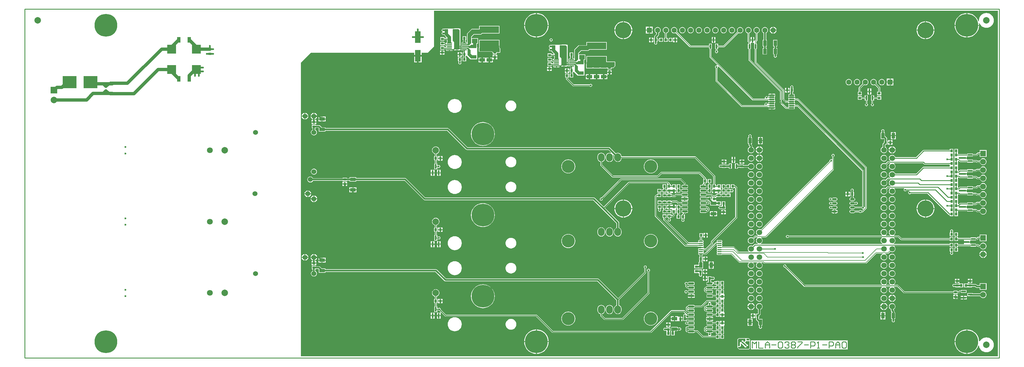
<source format=gtl>
G04 Layer_Physical_Order=1*
G04 Layer_Color=128*
%FSLAX43Y43*%
%MOMM*%
G71*
G01*
G75*
%ADD10R,2.700X2.700*%
%ADD11O,1.400X0.350*%
%ADD12R,6.000X2.000*%
%ADD13R,1.350X0.600*%
%ADD14O,1.450X0.650*%
%ADD15R,1.800X1.340*%
%ADD16R,0.900X0.800*%
G04:AMPARAMS|DCode=17|XSize=0.45mm|YSize=1.6mm|CornerRadius=0.05mm|HoleSize=0mm|Usage=FLASHONLY|Rotation=90.000|XOffset=0mm|YOffset=0mm|HoleType=Round|Shape=RoundedRectangle|*
%AMROUNDEDRECTD17*
21,1,0.450,1.501,0,0,90.0*
21,1,0.351,1.600,0,0,90.0*
1,1,0.099,0.750,0.175*
1,1,0.099,0.750,-0.175*
1,1,0.099,-0.750,-0.175*
1,1,0.099,-0.750,0.175*
%
%ADD17ROUNDEDRECTD17*%
%ADD18R,4.240X3.810*%
%ADD19R,0.800X0.900*%
%ADD20R,1.800X3.550*%
%ADD21C,2.000*%
G04:AMPARAMS|DCode=22|XSize=0.65mm|YSize=1.65mm|CornerRadius=0.049mm|HoleSize=0mm|Usage=FLASHONLY|Rotation=90.000|XOffset=0mm|YOffset=0mm|HoleType=Round|Shape=RoundedRectangle|*
%AMROUNDEDRECTD22*
21,1,0.650,1.552,0,0,90.0*
21,1,0.552,1.650,0,0,90.0*
1,1,0.098,0.776,0.276*
1,1,0.098,0.776,-0.276*
1,1,0.098,-0.776,-0.276*
1,1,0.098,-0.776,0.276*
%
%ADD22ROUNDEDRECTD22*%
%ADD23R,1.700X1.000*%
%ADD24R,1.000X1.700*%
G04:AMPARAMS|DCode=25|XSize=0.3mm|YSize=1.55mm|CornerRadius=0.05mm|HoleSize=0mm|Usage=FLASHONLY|Rotation=90.000|XOffset=0mm|YOffset=0mm|HoleType=Round|Shape=RoundedRectangle|*
%AMROUNDEDRECTD25*
21,1,0.300,1.451,0,0,90.0*
21,1,0.201,1.550,0,0,90.0*
1,1,0.099,0.726,0.101*
1,1,0.099,0.726,-0.101*
1,1,0.099,-0.726,-0.101*
1,1,0.099,-0.726,0.101*
%
%ADD25ROUNDEDRECTD25*%
G04:AMPARAMS|DCode=26|XSize=1.73mm|YSize=1.9mm|CornerRadius=0.052mm|HoleSize=0mm|Usage=FLASHONLY|Rotation=0.000|XOffset=0mm|YOffset=0mm|HoleType=Round|Shape=RoundedRectangle|*
%AMROUNDEDRECTD26*
21,1,1.730,1.796,0,0,0.0*
21,1,1.626,1.900,0,0,0.0*
1,1,0.104,0.813,-0.898*
1,1,0.104,-0.813,-0.898*
1,1,0.104,-0.813,0.898*
1,1,0.104,0.813,0.898*
%
%ADD26ROUNDEDRECTD26*%
%ADD27R,0.600X1.350*%
%ADD28C,0.300*%
%ADD29C,1.000*%
%ADD30C,0.250*%
%ADD31C,0.500*%
%ADD32C,0.150*%
%ADD33C,0.200*%
%ADD34C,0.400*%
%ADD35C,0.254*%
%ADD36C,0.178*%
%ADD37O,2.000X2.500*%
%ADD38C,7.000*%
%ADD39C,1.524*%
%ADD40C,1.800*%
%ADD41C,1.600*%
%ADD42R,1.600X1.600*%
%ADD43C,1.700*%
%ADD44R,1.750X1.750*%
%ADD45C,1.750*%
%ADD46C,4.000*%
%ADD47R,2.000X2.000*%
%ADD48R,1.800X1.800*%
%ADD49C,5.000*%
%ADD50C,0.600*%
G36*
X299500Y500D02*
X85000D01*
Y91000D01*
X88000Y94000D01*
X119846D01*
Y93252D01*
X122154D01*
Y94000D01*
X124000D01*
X126000Y96000D01*
Y107000D01*
X299500D01*
Y500D01*
D02*
G37*
%LPC*%
G36*
X290954Y35573D02*
X290025D01*
X289096D01*
Y35205D01*
X289096Y35146D01*
X288969Y35030D01*
X287250D01*
Y35400D01*
X286150D01*
Y34200D01*
X286420D01*
Y33900D01*
X286150D01*
Y32700D01*
X287250D01*
Y33900D01*
X286980D01*
Y34200D01*
X287250D01*
Y34470D01*
X291150D01*
Y34300D01*
X292800D01*
Y34470D01*
X293234D01*
X293442Y34262D01*
X293533Y34201D01*
X293640Y34180D01*
X294007D01*
X294105Y33943D01*
X294269Y33729D01*
X294483Y33565D01*
X294732Y33461D01*
X295000Y33426D01*
X295268Y33461D01*
X295517Y33565D01*
X295731Y33729D01*
X295895Y33943D01*
X295999Y34192D01*
X296034Y34460D01*
X295999Y34728D01*
X295895Y34977D01*
X295731Y35191D01*
X295517Y35355D01*
X295268Y35459D01*
X295000Y35494D01*
X294732Y35459D01*
X294483Y35355D01*
X294269Y35191D01*
X294105Y34977D01*
X294007Y34740D01*
X293756D01*
X293548Y34948D01*
X293457Y35009D01*
X293350Y35030D01*
X292800D01*
Y35200D01*
X291150D01*
Y35200D01*
X291129Y35191D01*
X291116Y35192D01*
X290954Y35308D01*
Y35573D01*
D02*
G37*
G36*
X127323Y34898D02*
X126896D01*
Y34096D01*
X127323D01*
Y34898D01*
D02*
G37*
G36*
X128004D02*
X127577D01*
Y34096D01*
X128004D01*
Y34898D01*
D02*
G37*
G36*
Y35954D02*
X127577D01*
Y35152D01*
X128004D01*
Y35954D01*
D02*
G37*
G36*
X126104D02*
X125677D01*
Y35152D01*
X126104D01*
Y35954D01*
D02*
G37*
G36*
X125423D02*
X124996D01*
Y35152D01*
X125423D01*
Y35954D01*
D02*
G37*
G36*
X127323D02*
X126896D01*
Y35152D01*
X127323D01*
Y35954D01*
D02*
G37*
G36*
X126104Y34898D02*
X125677D01*
Y34096D01*
X126104D01*
Y34898D01*
D02*
G37*
G36*
X132350Y37510D02*
X131929Y37469D01*
X131523Y37346D01*
X131150Y37146D01*
X130822Y36878D01*
X130554Y36550D01*
X130354Y36177D01*
X130231Y35771D01*
X130190Y35350D01*
X130231Y34929D01*
X130354Y34523D01*
X130554Y34150D01*
X130822Y33822D01*
X131150Y33554D01*
X131523Y33354D01*
X131929Y33231D01*
X132350Y33190D01*
X132771Y33231D01*
X133177Y33354D01*
X133550Y33554D01*
X133878Y33822D01*
X134146Y34150D01*
X134346Y34523D01*
X134469Y34929D01*
X134510Y35350D01*
X134469Y35771D01*
X134346Y36177D01*
X134146Y36550D01*
X133878Y36878D01*
X133550Y37146D01*
X133177Y37346D01*
X132771Y37469D01*
X132350Y37510D01*
D02*
G37*
G36*
X295127Y33042D02*
Y32047D01*
X296122D01*
X296100Y32215D01*
X295986Y32489D01*
X295805Y32725D01*
X295569Y32906D01*
X295295Y33020D01*
X295127Y33042D01*
D02*
G37*
G36*
X294873Y33042D02*
X294705Y33020D01*
X294431Y32906D01*
X294195Y32725D01*
X294014Y32489D01*
X293900Y32215D01*
X293878Y32047D01*
X294873D01*
Y33042D01*
D02*
G37*
G36*
X149650Y37008D02*
X149327Y36976D01*
X149016Y36882D01*
X148729Y36729D01*
X148478Y36522D01*
X148271Y36271D01*
X148118Y35984D01*
X148024Y35673D01*
X147992Y35350D01*
X148024Y35027D01*
X148118Y34716D01*
X148271Y34429D01*
X148478Y34178D01*
X148729Y33971D01*
X149016Y33818D01*
X149327Y33724D01*
X149650Y33692D01*
X149973Y33724D01*
X150284Y33818D01*
X150571Y33971D01*
X150822Y34178D01*
X151029Y34429D01*
X151182Y34716D01*
X151276Y35027D01*
X151308Y35350D01*
X151276Y35673D01*
X151182Y35984D01*
X151029Y36271D01*
X150822Y36522D01*
X150571Y36729D01*
X150284Y36882D01*
X149973Y36976D01*
X149650Y37008D01*
D02*
G37*
G36*
X125423Y34898D02*
X124996D01*
Y34096D01*
X125423D01*
Y34898D01*
D02*
G37*
G36*
X192700Y38160D02*
X192279Y38119D01*
X191873Y37996D01*
X191500Y37796D01*
X191172Y37528D01*
X190904Y37200D01*
X190704Y36827D01*
X190581Y36421D01*
X190540Y36000D01*
X190581Y35579D01*
X190704Y35173D01*
X190904Y34800D01*
X191172Y34472D01*
X191500Y34204D01*
X191873Y34004D01*
X192279Y33881D01*
X192700Y33840D01*
X193121Y33881D01*
X193527Y34004D01*
X193900Y34204D01*
X194228Y34472D01*
X194496Y34800D01*
X194696Y35173D01*
X194819Y35579D01*
X194860Y36000D01*
X194819Y36421D01*
X194696Y36827D01*
X194496Y37200D01*
X194228Y37528D01*
X193900Y37796D01*
X193527Y37996D01*
X193121Y38119D01*
X192700Y38160D01*
D02*
G37*
G36*
X167300D02*
X166879Y38119D01*
X166473Y37996D01*
X166100Y37796D01*
X165772Y37528D01*
X165504Y37200D01*
X165304Y36827D01*
X165181Y36421D01*
X165140Y36000D01*
X165181Y35579D01*
X165304Y35173D01*
X165504Y34800D01*
X165772Y34472D01*
X166100Y34204D01*
X166473Y34004D01*
X166879Y33881D01*
X167300Y33840D01*
X167721Y33881D01*
X168127Y34004D01*
X168500Y34204D01*
X168828Y34472D01*
X169096Y34800D01*
X169296Y35173D01*
X169419Y35579D01*
X169460Y36000D01*
X169419Y36421D01*
X169296Y36827D01*
X169096Y37200D01*
X168828Y37528D01*
X168500Y37796D01*
X168127Y37996D01*
X167721Y38119D01*
X167300Y38160D01*
D02*
G37*
G36*
X127773Y39373D02*
X127246D01*
Y38796D01*
X127773D01*
Y39373D01*
D02*
G37*
G36*
X210254Y38504D02*
X209727D01*
Y37927D01*
X210254D01*
Y38504D01*
D02*
G37*
G36*
X209473D02*
X208946D01*
Y37927D01*
X209473D01*
Y38504D01*
D02*
G37*
G36*
X128554Y39373D02*
X128027D01*
Y38796D01*
X128554D01*
Y39373D01*
D02*
G37*
G36*
X223560Y42249D02*
X223299Y42214D01*
X223056Y42113D01*
X222847Y41953D01*
X222686Y41744D01*
X222586Y41501D01*
X222551Y41240D01*
X222586Y40979D01*
X222686Y40736D01*
X222847Y40527D01*
X223056Y40367D01*
X223299Y40266D01*
X223560Y40231D01*
X223821Y40266D01*
X224064Y40367D01*
X224273Y40527D01*
X224433Y40736D01*
X224534Y40979D01*
X224569Y41240D01*
X224534Y41501D01*
X224433Y41744D01*
X224273Y41953D01*
X224064Y42113D01*
X223821Y42214D01*
X223560Y42249D01*
D02*
G37*
G36*
X128554Y40204D02*
X128027D01*
Y39627D01*
X128554D01*
Y40204D01*
D02*
G37*
G36*
X127773D02*
X127246D01*
Y39627D01*
X127773D01*
Y40204D01*
D02*
G37*
G36*
X223560Y39709D02*
X223299Y39674D01*
X223056Y39573D01*
X222847Y39413D01*
X222686Y39204D01*
X222586Y38961D01*
X222551Y38700D01*
X222586Y38439D01*
X222686Y38196D01*
X222847Y37987D01*
X223056Y37826D01*
X223299Y37726D01*
X223560Y37691D01*
X223821Y37726D01*
X224064Y37826D01*
X224273Y37987D01*
X224433Y38196D01*
X224534Y38439D01*
X224569Y38700D01*
X224534Y38961D01*
X224433Y39204D01*
X224273Y39413D01*
X224064Y39573D01*
X223821Y39674D01*
X223560Y39709D01*
D02*
G37*
G36*
X209473Y37673D02*
X208946D01*
Y37096D01*
X209473D01*
Y37673D01*
D02*
G37*
G36*
X126500Y43160D02*
X126200Y43120D01*
X125920Y43005D01*
X125680Y42820D01*
X125495Y42580D01*
X125380Y42300D01*
X125340Y42000D01*
X125380Y41700D01*
X125495Y41420D01*
X125680Y41180D01*
X125920Y40995D01*
X126200Y40880D01*
X126220Y40877D01*
Y40100D01*
X125950D01*
Y38900D01*
X126220D01*
Y37800D01*
X126050D01*
Y36150D01*
X126950D01*
Y36695D01*
X127121D01*
X127151Y36651D01*
X127299Y36551D01*
X127475Y36516D01*
X127651Y36551D01*
X127799Y36651D01*
X127899Y36799D01*
X127934Y36975D01*
X127899Y37151D01*
X127799Y37299D01*
X127651Y37399D01*
X127475Y37434D01*
X127299Y37399D01*
X127151Y37299D01*
X127121Y37255D01*
X126950D01*
Y37800D01*
X126780D01*
Y38900D01*
X127050D01*
Y40100D01*
X126780D01*
Y40877D01*
X126800Y40880D01*
X127080Y40995D01*
X127320Y41180D01*
X127505Y41420D01*
X127620Y41700D01*
X127660Y42000D01*
X127620Y42300D01*
X127505Y42580D01*
X127320Y42820D01*
X127080Y43005D01*
X126800Y43120D01*
X126500Y43160D01*
D02*
G37*
G36*
X287250Y38700D02*
X286150D01*
Y37500D01*
X286420D01*
Y37200D01*
X286150D01*
Y36000D01*
X287250D01*
Y36370D01*
X288969D01*
X289096Y36254D01*
X289096Y36195D01*
Y35827D01*
X290025D01*
X290954D01*
Y36092D01*
X291116Y36208D01*
X291129Y36209D01*
X291150Y36200D01*
Y36200D01*
X292800D01*
Y36370D01*
X293050D01*
X293157Y36391D01*
X293248Y36452D01*
X293516Y36720D01*
X293975D01*
Y35975D01*
X296025D01*
Y38025D01*
X293975D01*
Y37280D01*
X293400D01*
X293293Y37259D01*
X293202Y37198D01*
X292975Y36972D01*
X292800Y37030D01*
Y37100D01*
X291150D01*
Y36930D01*
X287250D01*
Y37200D01*
X286980D01*
Y37500D01*
X287250D01*
Y38700D01*
D02*
G37*
G36*
X210254Y37673D02*
X209727D01*
Y37096D01*
X210254D01*
Y37673D01*
D02*
G37*
G36*
X285300Y39559D02*
X285124Y39524D01*
X284976Y39424D01*
X284876Y39276D01*
X284841Y39100D01*
X284876Y38924D01*
X284909Y38875D01*
X284816Y38700D01*
X284750D01*
Y37500D01*
X285850D01*
Y38700D01*
X285784D01*
X285691Y38875D01*
X285724Y38924D01*
X285759Y39100D01*
X285724Y39276D01*
X285624Y39424D01*
X285476Y39524D01*
X285300Y39559D01*
D02*
G37*
G36*
X180000Y40210D02*
X179700Y40170D01*
X179420Y40055D01*
X179180Y39870D01*
X178995Y39630D01*
X178880Y39350D01*
X178840Y39050D01*
Y38550D01*
X178880Y38250D01*
X178995Y37970D01*
X179180Y37730D01*
X179420Y37545D01*
X179700Y37430D01*
X180000Y37390D01*
X180300Y37430D01*
X180580Y37545D01*
X180820Y37730D01*
X181005Y37970D01*
X181120Y38250D01*
X181160Y38550D01*
Y39050D01*
X181120Y39350D01*
X181005Y39630D01*
X180820Y39870D01*
X180580Y40055D01*
X180300Y40170D01*
X180000Y40210D01*
D02*
G37*
G36*
X177450D02*
X177150Y40170D01*
X176870Y40055D01*
X176630Y39870D01*
X176445Y39630D01*
X176330Y39350D01*
X176290Y39050D01*
Y38550D01*
X176330Y38250D01*
X176445Y37970D01*
X176630Y37730D01*
X176870Y37545D01*
X177150Y37430D01*
X177450Y37390D01*
X177750Y37430D01*
X178030Y37545D01*
X178270Y37730D01*
X178455Y37970D01*
X178570Y38250D01*
X178610Y38550D01*
Y39050D01*
X178570Y39350D01*
X178455Y39630D01*
X178270Y39870D01*
X178030Y40055D01*
X177750Y40170D01*
X177450Y40210D01*
D02*
G37*
G36*
X285850Y33900D02*
X284750D01*
Y32700D01*
X284926D01*
X284976Y32525D01*
X284976Y32524D01*
X284876Y32376D01*
X284841Y32200D01*
X284876Y32024D01*
X284976Y31876D01*
X285124Y31776D01*
X285300Y31741D01*
X285476Y31776D01*
X285624Y31876D01*
X285724Y32024D01*
X285759Y32200D01*
X285724Y32376D01*
X285624Y32524D01*
X285624Y32525D01*
X285674Y32700D01*
X285850D01*
Y33900D01*
D02*
G37*
G36*
X89704Y29073D02*
X89127D01*
Y28546D01*
X89704D01*
Y29073D01*
D02*
G37*
G36*
X88873D02*
X88296D01*
Y28546D01*
X88873D01*
Y29073D01*
D02*
G37*
G36*
X267000Y29549D02*
X266739Y29514D01*
X266496Y29413D01*
X266287Y29253D01*
X266126Y29044D01*
X266026Y28801D01*
X265991Y28540D01*
X266026Y28279D01*
X266126Y28036D01*
X266287Y27827D01*
X266496Y27667D01*
X266739Y27566D01*
X267000Y27531D01*
X267261Y27566D01*
X267504Y27667D01*
X267713Y27827D01*
X267874Y28036D01*
X267974Y28279D01*
X268009Y28540D01*
X267974Y28801D01*
X267874Y29044D01*
X267713Y29253D01*
X267504Y29413D01*
X267261Y29514D01*
X267000Y29549D01*
D02*
G37*
G36*
X211173Y29704D02*
X210546D01*
Y28727D01*
X211173D01*
Y29704D01*
D02*
G37*
G36*
X91373Y29973D02*
X90396D01*
Y29346D01*
X91373D01*
Y29973D01*
D02*
G37*
G36*
X90008Y30873D02*
X89000D01*
X87992D01*
X88010Y30735D01*
X88113Y30488D01*
X88275Y30275D01*
X88488Y30113D01*
X88689Y30029D01*
X88654Y29854D01*
X88296D01*
Y29327D01*
X89000D01*
X89704D01*
Y29854D01*
X89346D01*
X89311Y30029D01*
X89512Y30113D01*
X89725Y30275D01*
X89887Y30488D01*
X89990Y30735D01*
X90008Y30873D01*
D02*
G37*
G36*
X212054Y29704D02*
X211427D01*
Y28727D01*
X212054D01*
Y29704D01*
D02*
G37*
G36*
X264460Y29549D02*
X264199Y29514D01*
X263956Y29413D01*
X263747Y29253D01*
X263586Y29044D01*
X263486Y28801D01*
X263451Y28540D01*
X263486Y28279D01*
X263586Y28036D01*
X263747Y27827D01*
X263956Y27667D01*
X264199Y27566D01*
X264460Y27531D01*
X264721Y27566D01*
X264964Y27667D01*
X265173Y27827D01*
X265333Y28036D01*
X265434Y28279D01*
X265469Y28540D01*
X265434Y28801D01*
X265333Y29044D01*
X265173Y29253D01*
X264964Y29413D01*
X264721Y29514D01*
X264460Y29549D01*
D02*
G37*
G36*
X149650Y29308D02*
X149327Y29276D01*
X149016Y29182D01*
X148729Y29029D01*
X148478Y28822D01*
X148271Y28571D01*
X148118Y28284D01*
X148024Y27973D01*
X147992Y27650D01*
X148024Y27327D01*
X148118Y27016D01*
X148271Y26729D01*
X148478Y26478D01*
X148729Y26271D01*
X149016Y26118D01*
X149327Y26024D01*
X149650Y25992D01*
X149973Y26024D01*
X150284Y26118D01*
X150571Y26271D01*
X150822Y26478D01*
X151029Y26729D01*
X151182Y27016D01*
X151276Y27327D01*
X151308Y27650D01*
X151276Y27973D01*
X151182Y28284D01*
X151029Y28571D01*
X150822Y28822D01*
X150571Y29029D01*
X150284Y29182D01*
X149973Y29276D01*
X149650Y29308D01*
D02*
G37*
G36*
X210054Y26473D02*
X209527D01*
Y25896D01*
X210054D01*
Y26473D01*
D02*
G37*
G36*
X209273D02*
X208746D01*
Y25896D01*
X209273D01*
Y26473D01*
D02*
G37*
G36*
Y27304D02*
X208746D01*
Y26727D01*
X209273D01*
Y27304D01*
D02*
G37*
G36*
X212054Y28473D02*
X211427D01*
Y27496D01*
X212054D01*
Y28473D01*
D02*
G37*
G36*
X211173D02*
X210546D01*
Y27496D01*
X211173D01*
Y28473D01*
D02*
G37*
G36*
X210054Y27304D02*
X209527D01*
Y26727D01*
X210054D01*
Y27304D01*
D02*
G37*
G36*
X92604Y29973D02*
X91627D01*
Y29346D01*
X92604D01*
Y29973D01*
D02*
G37*
G36*
X296122Y31793D02*
X295127D01*
Y30798D01*
X295295Y30820D01*
X295569Y30934D01*
X295805Y31115D01*
X295986Y31351D01*
X296100Y31625D01*
X296122Y31793D01*
D02*
G37*
G36*
X294873D02*
X293878D01*
X293900Y31625D01*
X294014Y31351D01*
X294195Y31115D01*
X294431Y30934D01*
X294705Y30820D01*
X294873Y30798D01*
Y31793D01*
D02*
G37*
G36*
X210154Y31204D02*
X209627D01*
Y30627D01*
X210154D01*
Y31204D01*
D02*
G37*
G36*
X88873Y32008D02*
X88735Y31990D01*
X88488Y31887D01*
X88275Y31725D01*
X88113Y31512D01*
X88010Y31265D01*
X87992Y31127D01*
X88873D01*
Y32008D01*
D02*
G37*
G36*
X89127Y32008D02*
Y31127D01*
X90008D01*
X89990Y31265D01*
X89887Y31512D01*
X89725Y31725D01*
X89512Y31887D01*
X89265Y31990D01*
X89127Y32008D01*
D02*
G37*
G36*
X86377Y32008D02*
Y31127D01*
X87258D01*
X87240Y31265D01*
X87137Y31512D01*
X86975Y31725D01*
X86762Y31887D01*
X86515Y31990D01*
X86377Y32008D01*
D02*
G37*
G36*
X86123D02*
X85985Y31990D01*
X85738Y31887D01*
X85525Y31725D01*
X85363Y31512D01*
X85260Y31265D01*
X85242Y31127D01*
X86123D01*
Y32008D01*
D02*
G37*
G36*
X209373Y31204D02*
X208846D01*
Y30627D01*
X209373D01*
Y31204D01*
D02*
G37*
G36*
X86123Y30873D02*
X85242D01*
X85260Y30735D01*
X85363Y30488D01*
X85525Y30275D01*
X85738Y30113D01*
X85985Y30010D01*
X86123Y29992D01*
Y30873D01*
D02*
G37*
G36*
X210154Y30373D02*
X209627D01*
Y29796D01*
X210154D01*
Y30373D01*
D02*
G37*
G36*
X209373D02*
X208846D01*
Y29796D01*
X209373D01*
Y30373D01*
D02*
G37*
G36*
X87258Y30873D02*
X86377D01*
Y29992D01*
X86515Y30010D01*
X86762Y30113D01*
X86975Y30275D01*
X87137Y30488D01*
X87240Y30735D01*
X87258Y30873D01*
D02*
G37*
G36*
X92604Y30854D02*
X91627D01*
Y30227D01*
X92604D01*
Y30854D01*
D02*
G37*
G36*
X91373D02*
X90396D01*
Y30227D01*
X91373D01*
Y30854D01*
D02*
G37*
G36*
X267000Y32089D02*
X266739Y32054D01*
X266496Y31953D01*
X266287Y31793D01*
X266126Y31584D01*
X266026Y31341D01*
X265991Y31080D01*
X266026Y30819D01*
X266126Y30576D01*
X266287Y30367D01*
X266496Y30206D01*
X266739Y30106D01*
X267000Y30071D01*
X267261Y30106D01*
X267504Y30206D01*
X267713Y30367D01*
X267874Y30576D01*
X267974Y30819D01*
X268009Y31080D01*
X267974Y31341D01*
X267874Y31584D01*
X267713Y31793D01*
X267504Y31953D01*
X267261Y32054D01*
X267000Y32089D01*
D02*
G37*
G36*
X226100Y42249D02*
X225839Y42214D01*
X225596Y42113D01*
X225387Y41953D01*
X225227Y41744D01*
X225126Y41501D01*
X225091Y41240D01*
X225126Y40979D01*
X225227Y40736D01*
X225387Y40527D01*
X225596Y40367D01*
X225839Y40266D01*
X226100Y40231D01*
X226361Y40266D01*
X226604Y40367D01*
X226813Y40527D01*
X226973Y40736D01*
X227074Y40979D01*
X227109Y41240D01*
X227074Y41501D01*
X226973Y41744D01*
X226813Y41953D01*
X226604Y42113D01*
X226361Y42214D01*
X226100Y42249D01*
D02*
G37*
G36*
X255125Y48119D02*
X254325D01*
X254140Y48082D01*
X253983Y47977D01*
X253878Y47820D01*
X253841Y47635D01*
X253878Y47450D01*
X253983Y47293D01*
X254140Y47188D01*
X254325Y47151D01*
X255125D01*
X255310Y47188D01*
X255460Y47287D01*
X255483Y47294D01*
X255641Y47311D01*
X255789Y47211D01*
X255965Y47176D01*
X256141Y47211D01*
X256289Y47311D01*
X256389Y47459D01*
X256424Y47635D01*
X256389Y47811D01*
X256289Y47959D01*
X256141Y48059D01*
X255965Y48094D01*
X255789Y48059D01*
X255641Y47959D01*
X255483Y47976D01*
X255460Y47983D01*
X255310Y48082D01*
X255125Y48119D01*
D02*
G37*
G36*
X215650Y48200D02*
X214550D01*
Y47000D01*
X214550Y47000D01*
X214550D01*
X214500Y46850D01*
X214421Y46708D01*
X214200D01*
X214176Y46724D01*
X214000Y46759D01*
X213824Y46724D01*
X213676Y46624D01*
X213576Y46476D01*
X213541Y46300D01*
X213576Y46124D01*
X213676Y45976D01*
X213824Y45876D01*
X214000Y45841D01*
X214176Y45876D01*
X214200Y45892D01*
X214500D01*
Y45750D01*
X215700D01*
Y46846D01*
X215700Y46850D01*
X215700D01*
X215650Y47000D01*
X215650Y47000D01*
Y48200D01*
D02*
G37*
G36*
X249675Y46849D02*
X248875D01*
X248690Y46812D01*
X248540Y46713D01*
X248517Y46706D01*
X248359Y46689D01*
X248211Y46789D01*
X248035Y46824D01*
X247859Y46789D01*
X247711Y46689D01*
X247611Y46541D01*
X247576Y46365D01*
X247611Y46189D01*
X247711Y46041D01*
X247859Y45941D01*
X248035Y45906D01*
X248211Y45941D01*
X248359Y46041D01*
X248517Y46024D01*
X248540Y46017D01*
X248690Y45918D01*
X248875Y45881D01*
X249675D01*
X249860Y45918D01*
X250017Y46023D01*
X250122Y46180D01*
X250159Y46365D01*
X250122Y46550D01*
X250017Y46707D01*
X249860Y46812D01*
X249675Y46849D01*
D02*
G37*
G36*
X209601Y48209D02*
X208049D01*
X207971Y48193D01*
X207905Y48150D01*
X207862Y48084D01*
X207846Y48006D01*
Y47454D01*
X207862Y47376D01*
X207905Y47310D01*
X207971Y47267D01*
X208049Y47251D01*
X209601D01*
X209679Y47267D01*
X209745Y47310D01*
X209772Y47351D01*
X209859Y47378D01*
X209884Y47383D01*
X209970Y47390D01*
X210094Y47306D01*
X210270Y47271D01*
X210446Y47306D01*
X210594Y47406D01*
X210694Y47554D01*
X210729Y47730D01*
X210694Y47906D01*
X210594Y48054D01*
X210446Y48154D01*
X210270Y48189D01*
X210094Y48154D01*
X209970Y48070D01*
X209884Y48077D01*
X209859Y48082D01*
X209772Y48109D01*
X209745Y48150D01*
X209679Y48193D01*
X209601Y48209D01*
D02*
G37*
G36*
X264460Y49869D02*
X264199Y49834D01*
X263956Y49733D01*
X263747Y49573D01*
X263586Y49364D01*
X263486Y49121D01*
X263451Y48860D01*
X263486Y48599D01*
X263586Y48356D01*
X263747Y48147D01*
X263956Y47986D01*
X264199Y47886D01*
X264460Y47851D01*
X264721Y47886D01*
X264964Y47986D01*
X265173Y48147D01*
X265333Y48356D01*
X265434Y48599D01*
X265469Y48860D01*
X265434Y49121D01*
X265333Y49364D01*
X265173Y49573D01*
X264964Y49733D01*
X264721Y49834D01*
X264460Y49869D01*
D02*
G37*
G36*
X226100D02*
X225839Y49834D01*
X225596Y49733D01*
X225387Y49573D01*
X225227Y49364D01*
X225126Y49121D01*
X225091Y48860D01*
X225126Y48599D01*
X225227Y48356D01*
X225387Y48147D01*
X225596Y47986D01*
X225839Y47886D01*
X226100Y47851D01*
X226361Y47886D01*
X226604Y47986D01*
X226813Y48147D01*
X226973Y48356D01*
X227074Y48599D01*
X227109Y48860D01*
X227074Y49121D01*
X226973Y49364D01*
X226813Y49573D01*
X226604Y49733D01*
X226361Y49834D01*
X226100Y49869D01*
D02*
G37*
G36*
X223560D02*
X223299Y49834D01*
X223056Y49733D01*
X222847Y49573D01*
X222686Y49364D01*
X222586Y49121D01*
X222551Y48860D01*
X222586Y48599D01*
X222686Y48356D01*
X222847Y48147D01*
X223056Y47986D01*
X223299Y47886D01*
X223560Y47851D01*
X223821Y47886D01*
X224064Y47986D01*
X224273Y48147D01*
X224433Y48356D01*
X224534Y48599D01*
X224569Y48860D01*
X224534Y49121D01*
X224433Y49364D01*
X224273Y49573D01*
X224064Y49733D01*
X223821Y49834D01*
X223560Y49869D01*
D02*
G37*
G36*
X198273Y47154D02*
X197696D01*
Y46627D01*
X198273D01*
Y47154D01*
D02*
G37*
G36*
X184123Y48753D02*
X183818Y48729D01*
X183396Y48627D01*
X182996Y48461D01*
X182626Y48235D01*
X182297Y47953D01*
X182015Y47624D01*
X181789Y47254D01*
X181623Y46854D01*
X181521Y46432D01*
X181497Y46127D01*
X184123D01*
Y48753D01*
D02*
G37*
G36*
X201750Y47100D02*
X200650D01*
Y45900D01*
X200920D01*
Y45700D01*
X200650D01*
Y44500D01*
X200920D01*
Y44100D01*
X200650D01*
Y42900D01*
X201750D01*
Y44100D01*
X201480D01*
Y44500D01*
X201750D01*
Y45700D01*
X201480D01*
Y45900D01*
X201750D01*
Y46180D01*
X202197D01*
X202212Y46106D01*
X202255Y46040D01*
X202321Y45997D01*
X202399Y45981D01*
X203951D01*
X204029Y45997D01*
X204095Y46040D01*
X204138Y46106D01*
X204154Y46184D01*
Y46736D01*
X204138Y46814D01*
X204095Y46880D01*
X204029Y46923D01*
X203951Y46939D01*
X202399D01*
X202321Y46923D01*
X202255Y46880D01*
X202212Y46814D01*
X202197Y46740D01*
X201750D01*
Y47100D01*
D02*
G37*
G36*
X198273Y46373D02*
X197696D01*
Y45846D01*
X198273D01*
Y46373D01*
D02*
G37*
G36*
X184377Y48753D02*
Y46127D01*
X187003D01*
X186979Y46432D01*
X186877Y46854D01*
X186711Y47254D01*
X186485Y47624D01*
X186203Y47953D01*
X185874Y48235D01*
X185504Y48461D01*
X185104Y48627D01*
X184682Y48729D01*
X184377Y48753D01*
D02*
G37*
G36*
X199927Y47204D02*
Y46627D01*
X200454D01*
Y47204D01*
X199927D01*
D02*
G37*
G36*
X277397Y48753D02*
Y46127D01*
X280022D01*
X279999Y46432D01*
X279897Y46854D01*
X279731Y47254D01*
X279505Y47624D01*
X279223Y47953D01*
X278894Y48235D01*
X278524Y48461D01*
X278124Y48627D01*
X277702Y48729D01*
X277397Y48753D01*
D02*
G37*
G36*
X277143D02*
X276838Y48729D01*
X276416Y48627D01*
X276016Y48461D01*
X275646Y48235D01*
X275317Y47953D01*
X275035Y47624D01*
X274809Y47254D01*
X274643Y46854D01*
X274541Y46432D01*
X274517Y46127D01*
X277143D01*
Y48753D01*
D02*
G37*
G36*
X267000Y49869D02*
X266739Y49834D01*
X266496Y49733D01*
X266287Y49573D01*
X266126Y49364D01*
X266026Y49121D01*
X265991Y48860D01*
X266026Y48599D01*
X266126Y48356D01*
X266287Y48147D01*
X266496Y47986D01*
X266739Y47886D01*
X267000Y47851D01*
X267261Y47886D01*
X267504Y47986D01*
X267713Y48147D01*
X267874Y48356D01*
X267974Y48599D01*
X268009Y48860D01*
X267974Y49121D01*
X267874Y49364D01*
X267713Y49573D01*
X267504Y49733D01*
X267261Y49834D01*
X267000Y49869D01*
D02*
G37*
G36*
X203951Y49585D02*
X203302D01*
Y49127D01*
X204260D01*
Y49276D01*
X204236Y49394D01*
X204170Y49495D01*
X204069Y49561D01*
X203951Y49585D01*
D02*
G37*
G36*
X203048D02*
X202399D01*
X202281Y49561D01*
X202180Y49495D01*
X202114Y49394D01*
X202090Y49276D01*
Y49127D01*
X203048D01*
Y49585D01*
D02*
G37*
G36*
X89127Y50008D02*
Y49127D01*
X90008D01*
X89990Y49265D01*
X89887Y49512D01*
X89725Y49725D01*
X89512Y49887D01*
X89265Y49990D01*
X89127Y50008D01*
D02*
G37*
G36*
X249675Y49389D02*
X248875D01*
X248690Y49352D01*
X248533Y49247D01*
X248525Y49236D01*
X248319Y49229D01*
X248171Y49329D01*
X247995Y49364D01*
X247819Y49329D01*
X247671Y49229D01*
X247571Y49081D01*
X247536Y48905D01*
X247571Y48729D01*
X247671Y48581D01*
X247819Y48481D01*
X247995Y48446D01*
X248171Y48481D01*
X248319Y48581D01*
X248525Y48574D01*
X248533Y48563D01*
X248690Y48458D01*
X248875Y48421D01*
X249675D01*
X249860Y48458D01*
X250017Y48563D01*
X250122Y48720D01*
X250159Y48905D01*
X250122Y49090D01*
X250017Y49247D01*
X249860Y49352D01*
X249675Y49389D01*
D02*
G37*
G36*
X86993Y50443D02*
X86112D01*
X86130Y50305D01*
X86233Y50058D01*
X86395Y49845D01*
X86608Y49683D01*
X86855Y49580D01*
X86993Y49562D01*
Y50443D01*
D02*
G37*
G36*
X209601Y50749D02*
X208049D01*
X207971Y50733D01*
X207905Y50690D01*
X207862Y50624D01*
X207846Y50546D01*
Y49994D01*
X207862Y49916D01*
X207905Y49850D01*
X207971Y49807D01*
X208049Y49791D01*
X209601D01*
X209679Y49807D01*
X209745Y49850D01*
X209788Y49916D01*
X209803Y49990D01*
X211214D01*
X211546Y49657D01*
Y48947D01*
X211371Y48854D01*
X211350Y48868D01*
Y49600D01*
X210250D01*
Y49408D01*
X209752D01*
X209745Y49420D01*
X209679Y49463D01*
X209601Y49479D01*
X208049D01*
X207971Y49463D01*
X207905Y49420D01*
X207862Y49354D01*
X207846Y49276D01*
Y48724D01*
X207862Y48646D01*
X207905Y48580D01*
X207971Y48537D01*
X208049Y48521D01*
X209601D01*
X209679Y48537D01*
X209745Y48580D01*
X209752Y48592D01*
X210250D01*
Y48400D01*
X210523D01*
X211000Y47923D01*
Y46950D01*
X212996D01*
X213000Y46950D01*
Y46950D01*
X213150Y47000D01*
X213150Y47000D01*
X214250D01*
Y48200D01*
X213150D01*
Y48200D01*
X213000Y48250D01*
X212854Y48296D01*
Y48873D01*
X212200D01*
Y49127D01*
X212854D01*
Y49480D01*
X213000Y49550D01*
X214200D01*
Y49820D01*
X214500D01*
Y49550D01*
X215700D01*
Y49820D01*
X216000D01*
Y49550D01*
X217200D01*
Y50650D01*
X216000D01*
Y50380D01*
X215700D01*
Y50650D01*
X214500D01*
Y50380D01*
X214200D01*
Y50650D01*
X213000D01*
Y50380D01*
X212900D01*
X212793Y50359D01*
X212702Y50298D01*
X212484Y50080D01*
X211916D01*
X211528Y50468D01*
X211437Y50529D01*
X211330Y50550D01*
X209803D01*
X209788Y50624D01*
X209745Y50690D01*
X209679Y50733D01*
X209601Y50749D01*
D02*
G37*
G36*
X195900Y50650D02*
X194700D01*
Y50380D01*
X194500D01*
X194393Y50359D01*
X194302Y50298D01*
X194002Y49998D01*
X193941Y49907D01*
X193920Y49800D01*
Y43800D01*
X193941Y43693D01*
X194002Y43602D01*
X203152Y34452D01*
X203243Y34391D01*
X203350Y34370D01*
X207121D01*
X207214Y34195D01*
X207196Y34167D01*
X207188Y34127D01*
X208125D01*
X209062D01*
X209054Y34167D01*
X208959Y34309D01*
X208957Y34311D01*
X208884Y34416D01*
X208956Y34523D01*
X208981Y34650D01*
X208956Y34777D01*
X208884Y34884D01*
Y35066D01*
X208956Y35173D01*
X208981Y35300D01*
X208956Y35427D01*
X208884Y35534D01*
Y35716D01*
X208956Y35823D01*
X208981Y35950D01*
X208956Y36077D01*
X208884Y36184D01*
X208777Y36256D01*
X208650Y36281D01*
X208405D01*
Y37200D01*
X208750D01*
Y38400D01*
X207650D01*
Y37200D01*
X207845D01*
Y36281D01*
X207600D01*
X207473Y36256D01*
X207366Y36184D01*
X207294Y36077D01*
X207269Y35950D01*
X207294Y35823D01*
X207339Y35755D01*
X207290Y35618D01*
X207262Y35580D01*
X204316D01*
X197180Y42716D01*
Y43150D01*
X197500D01*
Y44250D01*
X196300D01*
Y43150D01*
X196620D01*
Y42600D01*
X196641Y42493D01*
X196702Y42402D01*
X203998Y35105D01*
X203998Y35090D01*
X203943Y34930D01*
X203466D01*
X194480Y43916D01*
Y49558D01*
X194525Y49587D01*
X194700Y49550D01*
Y49550D01*
X195900D01*
Y50650D01*
D02*
G37*
G36*
X88873Y50008D02*
X88735Y49990D01*
X88488Y49887D01*
X88275Y49725D01*
X88113Y49512D01*
X88010Y49265D01*
X87992Y49127D01*
X88873D01*
Y50008D01*
D02*
G37*
G36*
Y48873D02*
X87992D01*
X88010Y48735D01*
X88113Y48488D01*
X88275Y48275D01*
X88488Y48113D01*
X88735Y48010D01*
X88873Y47992D01*
Y48873D01*
D02*
G37*
G36*
X90008D02*
X89127D01*
Y47992D01*
X89265Y48010D01*
X89512Y48113D01*
X89725Y48275D01*
X89887Y48488D01*
X89990Y48735D01*
X90008Y48873D01*
D02*
G37*
G36*
X249675Y48119D02*
X248875D01*
X248690Y48082D01*
X248550Y47989D01*
X248504Y47974D01*
X248359Y47959D01*
X248211Y48059D01*
X248035Y48094D01*
X247859Y48059D01*
X247711Y47959D01*
X247611Y47811D01*
X247576Y47635D01*
X247611Y47459D01*
X247711Y47311D01*
X247859Y47211D01*
X248035Y47176D01*
X248211Y47211D01*
X248359Y47311D01*
X248504Y47296D01*
X248550Y47281D01*
X248690Y47188D01*
X248875Y47151D01*
X249675D01*
X249860Y47188D01*
X250017Y47293D01*
X250122Y47450D01*
X250159Y47635D01*
X250122Y47820D01*
X250017Y47977D01*
X249860Y48082D01*
X249675Y48119D01*
D02*
G37*
G36*
X200700Y48480D02*
X199500D01*
X199393Y48459D01*
X199302Y48398D01*
X199175Y48272D01*
X199000Y48344D01*
Y48450D01*
X197800D01*
Y48180D01*
X197500D01*
Y48450D01*
X196300D01*
Y48180D01*
X196000D01*
Y48450D01*
X194800D01*
Y47350D01*
X196000D01*
Y47620D01*
X196300D01*
Y47350D01*
X197500D01*
Y47620D01*
X197800D01*
Y47350D01*
X199000D01*
Y47620D01*
X199200D01*
X199307Y47641D01*
X199398Y47702D01*
X199616Y47920D01*
X200584D01*
X200972Y47532D01*
X201063Y47471D01*
X201170Y47450D01*
X202197D01*
X202212Y47376D01*
X202255Y47310D01*
X202321Y47267D01*
X202399Y47251D01*
X203951D01*
X204029Y47267D01*
X204095Y47310D01*
X204138Y47376D01*
X204154Y47454D01*
Y48006D01*
X204138Y48084D01*
X204095Y48150D01*
X204029Y48193D01*
X203951Y48209D01*
X202399D01*
X202321Y48193D01*
X202255Y48150D01*
X202212Y48084D01*
X202197Y48010D01*
X201286D01*
X200898Y48398D01*
X200807Y48459D01*
X200700Y48480D01*
D02*
G37*
G36*
X254700Y52159D02*
X254524Y52124D01*
X254376Y52024D01*
X254276Y51876D01*
X254241Y51700D01*
X254276Y51524D01*
X254292Y51500D01*
Y51100D01*
X254150D01*
Y49900D01*
X254292D01*
Y49383D01*
X254140Y49352D01*
X253983Y49247D01*
X253878Y49090D01*
X253841Y48905D01*
X253878Y48720D01*
X253983Y48563D01*
X254140Y48458D01*
X254325Y48421D01*
X255125D01*
X255310Y48458D01*
X255467Y48563D01*
X255572Y48720D01*
X255609Y48905D01*
X255572Y49090D01*
X255467Y49247D01*
X255310Y49352D01*
X255125Y49389D01*
X255108D01*
Y49900D01*
X255250D01*
Y51100D01*
X255108D01*
Y51500D01*
X255124Y51524D01*
X255159Y51700D01*
X255124Y51876D01*
X255024Y52024D01*
X254876Y52124D01*
X254700Y52159D01*
D02*
G37*
G36*
X204260Y48873D02*
X203302D01*
Y48415D01*
X203951D01*
X204069Y48439D01*
X204170Y48505D01*
X204236Y48606D01*
X204260Y48724D01*
Y48873D01*
D02*
G37*
G36*
X203048D02*
X202090D01*
Y48724D01*
X202114Y48606D01*
X202180Y48505D01*
X202281Y48439D01*
X202399Y48415D01*
X203048D01*
Y48873D01*
D02*
G37*
G36*
X209601Y46939D02*
X208049D01*
X207971Y46923D01*
X207905Y46880D01*
X207862Y46814D01*
X207846Y46736D01*
Y46184D01*
X207862Y46106D01*
X207905Y46040D01*
X207971Y45997D01*
X208049Y45981D01*
X209601D01*
X209679Y45997D01*
X209745Y46040D01*
X209783Y46098D01*
X209830Y46112D01*
X209972Y46132D01*
X210120Y45984D01*
Y45716D01*
X209964Y45560D01*
X209922Y45556D01*
X209753Y45597D01*
X209745Y45610D01*
X209679Y45653D01*
X209601Y45669D01*
X208049D01*
X207971Y45653D01*
X207905Y45610D01*
X207862Y45544D01*
X207846Y45466D01*
Y44914D01*
X207862Y44836D01*
X207905Y44770D01*
X207971Y44727D01*
X208049Y44711D01*
X209601D01*
X209679Y44727D01*
X209745Y44770D01*
X209788Y44836D01*
X209803Y44910D01*
X209990D01*
X210097Y44931D01*
X210188Y44992D01*
X210598Y45402D01*
X210659Y45493D01*
X210680Y45600D01*
Y46100D01*
X210659Y46207D01*
X210598Y46298D01*
X210238Y46658D01*
X210147Y46719D01*
X210040Y46740D01*
X209803D01*
X209788Y46814D01*
X209745Y46880D01*
X209679Y46923D01*
X209601Y46939D01*
D02*
G37*
G36*
X280022Y45873D02*
X277397D01*
Y43247D01*
X277702Y43271D01*
X278124Y43373D01*
X278524Y43539D01*
X278894Y43765D01*
X279223Y44047D01*
X279505Y44376D01*
X279731Y44746D01*
X279897Y45146D01*
X279999Y45568D01*
X280022Y45873D01*
D02*
G37*
G36*
X277143D02*
X274517D01*
X274541Y45568D01*
X274643Y45146D01*
X274809Y44746D01*
X275035Y44376D01*
X275317Y44047D01*
X275646Y43765D01*
X276016Y43539D01*
X276416Y43373D01*
X276838Y43271D01*
X277143Y43247D01*
Y45873D01*
D02*
G37*
G36*
X187003D02*
X184377D01*
Y43247D01*
X184682Y43271D01*
X185104Y43373D01*
X185504Y43539D01*
X185874Y43765D01*
X186203Y44047D01*
X186485Y44376D01*
X186711Y44746D01*
X186877Y45146D01*
X186979Y45568D01*
X187003Y45873D01*
D02*
G37*
G36*
X211873Y44273D02*
X210896D01*
Y43646D01*
X211873D01*
Y44273D01*
D02*
G37*
G36*
X203951Y45669D02*
X202399D01*
X202321Y45653D01*
X202255Y45610D01*
X202212Y45544D01*
X202196Y45466D01*
Y44914D01*
X202212Y44836D01*
X202255Y44770D01*
X202321Y44727D01*
X202399Y44711D01*
X202586D01*
X202653Y44549D01*
X202402Y44298D01*
X202341Y44207D01*
X202320Y44100D01*
X202050D01*
Y42900D01*
X202226D01*
X202276Y42725D01*
X202276Y42724D01*
X202176Y42576D01*
X202141Y42400D01*
X202176Y42224D01*
X202276Y42076D01*
X202424Y41976D01*
X202600Y41941D01*
X202776Y41976D01*
X202924Y42076D01*
X203024Y42224D01*
X203059Y42400D01*
X203024Y42576D01*
X202924Y42724D01*
X202924Y42725D01*
X202974Y42900D01*
X203150D01*
Y44100D01*
X203150D01*
X203105Y44209D01*
X203373Y44477D01*
X203434Y44568D01*
X203455Y44675D01*
Y44711D01*
X203951D01*
X204029Y44727D01*
X204095Y44770D01*
X204138Y44836D01*
X204154Y44914D01*
Y45466D01*
X204138Y45544D01*
X204095Y45610D01*
X204029Y45653D01*
X203951Y45669D01*
D02*
G37*
G36*
X199146Y47204D02*
X198992Y47154D01*
X198527D01*
Y46500D01*
Y45846D01*
X198992D01*
X199146Y45796D01*
X199250Y45664D01*
X199250Y45621D01*
Y44500D01*
X199520D01*
Y44116D01*
X199384Y43980D01*
X199000D01*
Y44250D01*
X197800D01*
Y43150D01*
X198120D01*
Y42854D01*
X198076Y42824D01*
X197976Y42676D01*
X197941Y42500D01*
X197976Y42324D01*
X198076Y42176D01*
X198224Y42076D01*
X198400Y42041D01*
X198576Y42076D01*
X198724Y42176D01*
X198824Y42324D01*
X198859Y42500D01*
X198824Y42676D01*
X198724Y42824D01*
X198680Y42854D01*
Y43150D01*
X199000D01*
Y43420D01*
X199500D01*
X199607Y43441D01*
X199698Y43502D01*
X199998Y43802D01*
X200059Y43893D01*
X200080Y44000D01*
Y44500D01*
X200350D01*
X200350Y45664D01*
X200454Y45796D01*
X200454Y45832D01*
Y46373D01*
X199800D01*
Y46500D01*
X199673D01*
Y47204D01*
X199175Y47204D01*
X199146D01*
D02*
G37*
G36*
X213104Y44273D02*
X212127D01*
Y43646D01*
X213104D01*
Y44273D01*
D02*
G37*
G36*
X184123Y45873D02*
X181497D01*
X181521Y45568D01*
X181623Y45146D01*
X181789Y44746D01*
X182015Y44376D01*
X182297Y44047D01*
X182626Y43765D01*
X182996Y43539D01*
X183396Y43373D01*
X183818Y43271D01*
X184123Y43247D01*
Y45873D01*
D02*
G37*
G36*
X141000Y47661D02*
X140427Y47616D01*
X139869Y47482D01*
X139338Y47262D01*
X138848Y46962D01*
X138411Y46589D01*
X138038Y46152D01*
X137738Y45662D01*
X137518Y45131D01*
X137384Y44573D01*
X137339Y44000D01*
X137384Y43427D01*
X137518Y42869D01*
X137738Y42338D01*
X138038Y41848D01*
X138411Y41411D01*
X138848Y41038D01*
X139338Y40738D01*
X139869Y40518D01*
X140427Y40384D01*
X141000Y40339D01*
X141573Y40384D01*
X142131Y40518D01*
X142662Y40738D01*
X143152Y41038D01*
X143589Y41411D01*
X143962Y41848D01*
X144262Y42338D01*
X144482Y42869D01*
X144616Y43427D01*
X144661Y44000D01*
X144616Y44573D01*
X144482Y45131D01*
X144262Y45662D01*
X143962Y46152D01*
X143589Y46589D01*
X143152Y46962D01*
X142662Y47262D01*
X142131Y47482D01*
X141573Y47616D01*
X141000Y47661D01*
D02*
G37*
G36*
X267000Y42249D02*
X266739Y42214D01*
X266496Y42113D01*
X266287Y41953D01*
X266126Y41744D01*
X266026Y41501D01*
X265991Y41240D01*
X266026Y40979D01*
X266126Y40736D01*
X266287Y40527D01*
X266496Y40367D01*
X266739Y40266D01*
X267000Y40231D01*
X267261Y40266D01*
X267504Y40367D01*
X267713Y40527D01*
X267874Y40736D01*
X267974Y40979D01*
X268009Y41240D01*
X267974Y41501D01*
X267874Y41744D01*
X267713Y41953D01*
X267504Y42113D01*
X267261Y42214D01*
X267000Y42249D01*
D02*
G37*
G36*
X264460D02*
X264199Y42214D01*
X263956Y42113D01*
X263747Y41953D01*
X263586Y41744D01*
X263486Y41501D01*
X263451Y41240D01*
X263486Y40979D01*
X263586Y40736D01*
X263747Y40527D01*
X263956Y40367D01*
X264199Y40266D01*
X264460Y40231D01*
X264721Y40266D01*
X264964Y40367D01*
X265173Y40527D01*
X265333Y40736D01*
X265434Y40979D01*
X265469Y41240D01*
X265434Y41501D01*
X265333Y41744D01*
X265173Y41953D01*
X264964Y42113D01*
X264721Y42214D01*
X264460Y42249D01*
D02*
G37*
G36*
X223560Y44789D02*
X223299Y44754D01*
X223056Y44653D01*
X222847Y44493D01*
X222686Y44284D01*
X222586Y44041D01*
X222551Y43780D01*
X222586Y43519D01*
X222686Y43276D01*
X222847Y43067D01*
X223056Y42907D01*
X223299Y42806D01*
X223560Y42771D01*
X223821Y42806D01*
X224064Y42907D01*
X224273Y43067D01*
X224433Y43276D01*
X224534Y43519D01*
X224569Y43780D01*
X224534Y44041D01*
X224433Y44284D01*
X224273Y44493D01*
X224064Y44653D01*
X223821Y44754D01*
X223560Y44789D01*
D02*
G37*
G36*
X267000D02*
X266739Y44754D01*
X266496Y44653D01*
X266287Y44493D01*
X266126Y44284D01*
X266026Y44041D01*
X265991Y43780D01*
X266026Y43519D01*
X266126Y43276D01*
X266287Y43067D01*
X266496Y42907D01*
X266739Y42806D01*
X267000Y42771D01*
X267261Y42806D01*
X267504Y42907D01*
X267713Y43067D01*
X267874Y43276D01*
X267974Y43519D01*
X268009Y43780D01*
X267974Y44041D01*
X267874Y44284D01*
X267713Y44493D01*
X267504Y44653D01*
X267261Y44754D01*
X267000Y44789D01*
D02*
G37*
G36*
X264460D02*
X264199Y44754D01*
X263956Y44653D01*
X263747Y44493D01*
X263586Y44284D01*
X263486Y44041D01*
X263451Y43780D01*
X263486Y43519D01*
X263586Y43276D01*
X263747Y43067D01*
X263956Y42907D01*
X264199Y42806D01*
X264460Y42771D01*
X264721Y42806D01*
X264964Y42907D01*
X265173Y43067D01*
X265333Y43276D01*
X265434Y43519D01*
X265469Y43780D01*
X265434Y44041D01*
X265333Y44284D01*
X265173Y44493D01*
X264964Y44653D01*
X264721Y44754D01*
X264460Y44789D01*
D02*
G37*
G36*
X226100D02*
X225839Y44754D01*
X225596Y44653D01*
X225387Y44493D01*
X225227Y44284D01*
X225126Y44041D01*
X225091Y43780D01*
X225126Y43519D01*
X225227Y43276D01*
X225387Y43067D01*
X225596Y42907D01*
X225839Y42806D01*
X226100Y42771D01*
X226361Y42806D01*
X226604Y42907D01*
X226813Y43067D01*
X226973Y43276D01*
X227074Y43519D01*
X227109Y43780D01*
X227074Y44041D01*
X226973Y44284D01*
X226813Y44493D01*
X226604Y44653D01*
X226361Y44754D01*
X226100Y44789D01*
D02*
G37*
G36*
X214973Y44773D02*
X214396D01*
Y44246D01*
X214973D01*
Y44773D01*
D02*
G37*
G36*
X249675Y45685D02*
X249402D01*
Y45222D01*
X250240D01*
X250220Y45321D01*
X250092Y45512D01*
X249901Y45640D01*
X249675Y45685D01*
D02*
G37*
G36*
X249148D02*
X248875D01*
X248649Y45640D01*
X248458Y45512D01*
X248330Y45321D01*
X248310Y45222D01*
X249148D01*
Y45685D01*
D02*
G37*
G36*
X196000Y47050D02*
X194800D01*
Y45950D01*
X194965D01*
X194979Y45934D01*
X195043Y45775D01*
X194976Y45676D01*
X194941Y45500D01*
X194976Y45324D01*
X195076Y45176D01*
X195224Y45076D01*
X195400Y45041D01*
X195576Y45076D01*
X195724Y45176D01*
X195824Y45324D01*
X195859Y45500D01*
X195824Y45676D01*
X195757Y45775D01*
X195821Y45934D01*
X195835Y45950D01*
X196000D01*
Y47050D01*
D02*
G37*
G36*
X223560Y47329D02*
X223299Y47294D01*
X223056Y47193D01*
X222847Y47033D01*
X222686Y46824D01*
X222586Y46581D01*
X222551Y46320D01*
X222586Y46059D01*
X222686Y45816D01*
X222847Y45607D01*
X223056Y45446D01*
X223299Y45346D01*
X223560Y45311D01*
X223821Y45346D01*
X224064Y45446D01*
X224273Y45607D01*
X224433Y45816D01*
X224534Y46059D01*
X224569Y46320D01*
X224534Y46581D01*
X224433Y46824D01*
X224273Y47033D01*
X224064Y47193D01*
X223821Y47294D01*
X223560Y47329D01*
D02*
G37*
G36*
X267000D02*
X266739Y47294D01*
X266496Y47193D01*
X266287Y47033D01*
X266126Y46824D01*
X266026Y46581D01*
X265991Y46320D01*
X266026Y46059D01*
X266126Y45816D01*
X266287Y45607D01*
X266496Y45446D01*
X266739Y45346D01*
X267000Y45311D01*
X267261Y45346D01*
X267504Y45446D01*
X267713Y45607D01*
X267874Y45816D01*
X267974Y46059D01*
X268009Y46320D01*
X267974Y46581D01*
X267874Y46824D01*
X267713Y47033D01*
X267504Y47193D01*
X267261Y47294D01*
X267000Y47329D01*
D02*
G37*
G36*
X264460D02*
X264199Y47294D01*
X263956Y47193D01*
X263747Y47033D01*
X263586Y46824D01*
X263486Y46581D01*
X263451Y46320D01*
X263486Y46059D01*
X263586Y45816D01*
X263747Y45607D01*
X263956Y45446D01*
X264199Y45346D01*
X264460Y45311D01*
X264721Y45346D01*
X264964Y45446D01*
X265173Y45607D01*
X265333Y45816D01*
X265434Y46059D01*
X265469Y46320D01*
X265434Y46581D01*
X265333Y46824D01*
X265173Y47033D01*
X264964Y47193D01*
X264721Y47294D01*
X264460Y47329D01*
D02*
G37*
G36*
X226100D02*
X225839Y47294D01*
X225596Y47193D01*
X225387Y47033D01*
X225227Y46824D01*
X225126Y46581D01*
X225091Y46320D01*
X225126Y46059D01*
X225227Y45816D01*
X225387Y45607D01*
X225596Y45446D01*
X225839Y45346D01*
X226100Y45311D01*
X226361Y45346D01*
X226604Y45446D01*
X226813Y45607D01*
X226973Y45816D01*
X227074Y46059D01*
X227109Y46320D01*
X227074Y46581D01*
X226973Y46824D01*
X226813Y47033D01*
X226604Y47193D01*
X226361Y47294D01*
X226100Y47329D01*
D02*
G37*
G36*
X215804Y45554D02*
X215227D01*
Y45027D01*
X215804D01*
Y45554D01*
D02*
G37*
G36*
X250240Y44968D02*
X249402D01*
Y44505D01*
X249675D01*
X249901Y44550D01*
X250092Y44678D01*
X250220Y44869D01*
X250240Y44968D01*
D02*
G37*
G36*
X249148D02*
X248310D01*
X248330Y44869D01*
X248458Y44678D01*
X248649Y44550D01*
X248875Y44505D01*
X249148D01*
Y44968D01*
D02*
G37*
G36*
X215804Y44773D02*
X215227D01*
Y44246D01*
X215804D01*
Y44773D01*
D02*
G37*
G36*
X211873Y45154D02*
X210896D01*
Y44527D01*
X211873D01*
Y45154D01*
D02*
G37*
G36*
X214973Y45554D02*
X214396D01*
Y45027D01*
X214973D01*
Y45554D01*
D02*
G37*
G36*
X197500Y47050D02*
X196300D01*
Y45950D01*
X196620D01*
Y45650D01*
X196300D01*
Y44550D01*
X197500D01*
Y44820D01*
X197800D01*
Y44550D01*
X199000D01*
Y45650D01*
X197800D01*
Y45380D01*
X197500D01*
Y45650D01*
X197180D01*
Y45950D01*
X197500D01*
Y47050D01*
D02*
G37*
G36*
X213104Y45154D02*
X212127D01*
Y44527D01*
X213104D01*
Y45154D01*
D02*
G37*
G36*
X201927Y12704D02*
Y12127D01*
X202454D01*
Y12704D01*
X201927D01*
D02*
G37*
G36*
X128004Y12898D02*
X127577D01*
Y12096D01*
X128004D01*
Y12898D01*
D02*
G37*
G36*
X127323D02*
X126896D01*
Y12096D01*
X127323D01*
Y12898D01*
D02*
G37*
G36*
X210698Y12585D02*
X210049D01*
X209931Y12561D01*
X209830Y12495D01*
X209764Y12394D01*
X209740Y12276D01*
Y12127D01*
X210698D01*
Y12585D01*
D02*
G37*
G36*
X224003Y12843D02*
X223476D01*
Y12266D01*
X224003D01*
Y12843D01*
D02*
G37*
G36*
X199873Y12854D02*
X198896D01*
Y12227D01*
X199873D01*
Y12854D01*
D02*
G37*
G36*
X211601Y12585D02*
X210952D01*
Y12127D01*
X211910D01*
Y12276D01*
X211886Y12394D01*
X211820Y12495D01*
X211719Y12561D01*
X211601Y12585D01*
D02*
G37*
G36*
X126104Y12898D02*
X125677D01*
Y12096D01*
X126104D01*
Y12898D01*
D02*
G37*
G36*
X210698Y11873D02*
X209740D01*
Y11724D01*
X209764Y11606D01*
X209830Y11505D01*
X209931Y11439D01*
X210049Y11415D01*
X210698D01*
Y11873D01*
D02*
G37*
G36*
X199873Y11973D02*
X198896D01*
Y11346D01*
X199873D01*
Y11973D01*
D02*
G37*
G36*
X202454Y11873D02*
X201927D01*
Y11296D01*
X202454D01*
Y11873D01*
D02*
G37*
G36*
X211910Y11873D02*
X210952D01*
Y11415D01*
X211601D01*
X211719Y11439D01*
X211820Y11505D01*
X211886Y11606D01*
X211910Y11724D01*
Y11873D01*
D02*
G37*
G36*
X125423Y12898D02*
X124996D01*
Y12096D01*
X125423D01*
Y12898D01*
D02*
G37*
G36*
X264884Y12843D02*
X264257D01*
Y11866D01*
X264884D01*
Y12843D01*
D02*
G37*
G36*
X264003D02*
X263376D01*
Y11866D01*
X264003D01*
Y12843D01*
D02*
G37*
G36*
X224784D02*
X224257D01*
Y12266D01*
X224784D01*
Y12843D01*
D02*
G37*
G36*
X126104Y13954D02*
X125677D01*
Y13152D01*
X126104D01*
Y13954D01*
D02*
G37*
G36*
X127323D02*
X126896D01*
Y13152D01*
X127323D01*
Y13954D01*
D02*
G37*
G36*
X125423D02*
X124996D01*
Y13152D01*
X125423D01*
Y13954D01*
D02*
G37*
G36*
X215354Y18773D02*
X214700D01*
X214046D01*
X214046Y18196D01*
X214150Y18064D01*
X214150Y18021D01*
Y16900D01*
X214420D01*
Y16700D01*
X214150D01*
Y15500D01*
X214420D01*
Y15300D01*
X214150D01*
X214150Y14136D01*
X214046Y14004D01*
X214046Y13968D01*
Y13427D01*
X214700D01*
X215354D01*
X215354Y14004D01*
X215250Y14136D01*
X215250Y14179D01*
Y15300D01*
X214980D01*
Y15500D01*
X215250D01*
Y16700D01*
X214980D01*
Y16900D01*
X215250D01*
X215250Y18064D01*
X215354Y18196D01*
X215354Y18232D01*
Y18773D01*
D02*
G37*
G36*
X224657Y15713D02*
X223687D01*
Y14743D01*
X223848Y14764D01*
X224117Y14876D01*
X224347Y15053D01*
X224524Y15283D01*
X224636Y15552D01*
X224657Y15713D01*
D02*
G37*
G36*
X213850Y15300D02*
X212750D01*
Y14100D01*
X213020D01*
Y13900D01*
X212750D01*
Y13550D01*
X211803D01*
X211788Y13624D01*
X211745Y13690D01*
X211679Y13733D01*
X211601Y13749D01*
X210049D01*
X209971Y13733D01*
X209905Y13690D01*
X209862Y13624D01*
X209846Y13546D01*
Y12994D01*
X209862Y12916D01*
X209905Y12850D01*
X209971Y12807D01*
X210049Y12791D01*
X211601D01*
X211679Y12807D01*
X211745Y12850D01*
X211788Y12916D01*
X211803Y12990D01*
X212750D01*
Y12700D01*
X213850D01*
Y13900D01*
X213580D01*
Y14100D01*
X213850D01*
Y15300D01*
D02*
G37*
G36*
X180000Y16310D02*
X179700Y16270D01*
X179420Y16155D01*
X179180Y15970D01*
X178995Y15730D01*
X178880Y15450D01*
X178840Y15150D01*
Y14650D01*
X178880Y14350D01*
X178995Y14070D01*
X179180Y13830D01*
X179420Y13645D01*
X179700Y13530D01*
X180000Y13490D01*
X180300Y13530D01*
X180580Y13645D01*
X180820Y13830D01*
X181005Y14070D01*
X181120Y14350D01*
X181160Y14650D01*
Y15150D01*
X181120Y15450D01*
X181005Y15730D01*
X180820Y15970D01*
X180580Y16155D01*
X180300Y16270D01*
X180000Y16310D01*
D02*
G37*
G36*
X264884Y14074D02*
X264257D01*
Y13097D01*
X264884D01*
Y14074D01*
D02*
G37*
G36*
X215354Y13173D02*
X214827D01*
Y12596D01*
X215354D01*
Y13173D01*
D02*
G37*
G36*
X214573D02*
X214046D01*
Y12596D01*
X214573D01*
Y13173D01*
D02*
G37*
G36*
X192000Y27459D02*
X191824Y27424D01*
X191676Y27324D01*
X191576Y27176D01*
X191541Y27000D01*
X191576Y26824D01*
X191676Y26676D01*
X191720Y26646D01*
Y20116D01*
X183884Y12280D01*
X178616D01*
X177730Y13166D01*
Y13527D01*
X177750Y13530D01*
X178030Y13645D01*
X178270Y13830D01*
X178455Y14070D01*
X178570Y14350D01*
X178610Y14650D01*
Y15150D01*
X178570Y15450D01*
X178455Y15730D01*
X178270Y15970D01*
X178030Y16155D01*
X177750Y16270D01*
X177450Y16310D01*
X177150Y16270D01*
X176870Y16155D01*
X176630Y15970D01*
X176445Y15730D01*
X176330Y15450D01*
X176290Y15150D01*
Y14650D01*
X176330Y14350D01*
X176445Y14070D01*
X176630Y13830D01*
X176870Y13645D01*
X177150Y13530D01*
X177170Y13527D01*
Y13050D01*
X177191Y12943D01*
X177252Y12852D01*
X178302Y11802D01*
X178393Y11741D01*
X178500Y11720D01*
X184000D01*
X184107Y11741D01*
X184198Y11802D01*
X192198Y19802D01*
X192259Y19893D01*
X192280Y20000D01*
Y26646D01*
X192324Y26676D01*
X192424Y26824D01*
X192459Y27000D01*
X192424Y27176D01*
X192324Y27324D01*
X192176Y27424D01*
X192000Y27459D01*
D02*
G37*
G36*
X126500Y21160D02*
X126200Y21120D01*
X125920Y21005D01*
X125680Y20820D01*
X125495Y20580D01*
X125380Y20300D01*
X125340Y20000D01*
X125380Y19700D01*
X125495Y19420D01*
X125680Y19180D01*
X125920Y18995D01*
X126200Y18880D01*
X126220Y18877D01*
Y18100D01*
X125950D01*
Y16900D01*
X126220D01*
Y15800D01*
X126050D01*
Y14150D01*
X126950D01*
Y14695D01*
X127221D01*
X127251Y14651D01*
X127399Y14551D01*
X127575Y14516D01*
X127627Y14527D01*
X128039Y14115D01*
X127952Y13954D01*
X127851Y13954D01*
X127577D01*
Y13152D01*
X128004D01*
Y13788D01*
X128004Y13902D01*
X128165Y13989D01*
X129352Y12802D01*
X129443Y12741D01*
X129550Y12720D01*
X157384D01*
X162302Y7802D01*
X162393Y7741D01*
X162500Y7720D01*
X192700D01*
X192807Y7741D01*
X192898Y7802D01*
X199216Y14120D01*
X202884D01*
X203283Y13721D01*
X203200Y13559D01*
X203024Y13524D01*
X202876Y13424D01*
X202776Y13276D01*
X202741Y13100D01*
X202776Y12924D01*
X202792Y12900D01*
Y12600D01*
X202650D01*
Y11400D01*
X203750D01*
Y11592D01*
X204248D01*
X204255Y11580D01*
X204321Y11537D01*
X204399Y11521D01*
X205951D01*
X206029Y11537D01*
X206095Y11580D01*
X206138Y11646D01*
X206154Y11724D01*
Y12276D01*
X206138Y12354D01*
X206095Y12420D01*
X206029Y12463D01*
X205951Y12479D01*
X204399D01*
X204321Y12463D01*
X204255Y12420D01*
X204248Y12408D01*
X203750D01*
Y12600D01*
X203608D01*
Y12900D01*
X203624Y12924D01*
X203659Y13100D01*
X203821Y13183D01*
X203932Y13072D01*
X204023Y13011D01*
X204130Y12990D01*
X204197D01*
X204212Y12916D01*
X204255Y12850D01*
X204321Y12807D01*
X204399Y12791D01*
X205951D01*
X206029Y12807D01*
X206095Y12850D01*
X206138Y12916D01*
X206154Y12994D01*
Y13546D01*
X206138Y13624D01*
X206095Y13690D01*
X206029Y13733D01*
X205951Y13749D01*
X204399D01*
X204321Y13733D01*
X204255Y13690D01*
X204070Y13727D01*
X203198Y14598D01*
X203107Y14659D01*
X203000Y14680D01*
X199100D01*
X198993Y14659D01*
X198902Y14598D01*
X192584Y8280D01*
X162616D01*
X157698Y13198D01*
X157607Y13259D01*
X157500Y13280D01*
X129666D01*
X128023Y14923D01*
X128034Y14975D01*
X127999Y15151D01*
X127899Y15299D01*
X127751Y15399D01*
X127575Y15434D01*
X127399Y15399D01*
X127251Y15299D01*
X127221Y15255D01*
X126950D01*
Y15800D01*
X126780D01*
Y16900D01*
X127050D01*
Y18100D01*
X126780D01*
Y18877D01*
X126800Y18880D01*
X127080Y18995D01*
X127320Y19180D01*
X127505Y19420D01*
X127620Y19700D01*
X127660Y20000D01*
X127620Y20300D01*
X127505Y20580D01*
X127320Y20820D01*
X127080Y21005D01*
X126800Y21120D01*
X126500Y21160D01*
D02*
G37*
G36*
X264003Y14074D02*
X263376D01*
Y13097D01*
X264003D01*
Y14074D01*
D02*
G37*
G36*
X224784Y13674D02*
X224257D01*
Y13097D01*
X224784D01*
Y13674D01*
D02*
G37*
G36*
X224003D02*
X223476D01*
Y13097D01*
X224003D01*
Y13674D01*
D02*
G37*
G36*
X201104Y12854D02*
X201086D01*
X201086Y12854D01*
X200127D01*
Y12100D01*
Y11346D01*
X200992D01*
X201146Y11296D01*
X201258Y11296D01*
X201673D01*
Y12000D01*
Y12704D01*
X201164Y12704D01*
X201162Y12709D01*
X201104Y12854D01*
D02*
G37*
G36*
X132350Y12510D02*
X131929Y12469D01*
X131523Y12346D01*
X131150Y12146D01*
X130822Y11878D01*
X130554Y11550D01*
X130354Y11177D01*
X130231Y10771D01*
X130190Y10350D01*
X130231Y9929D01*
X130354Y9523D01*
X130554Y9150D01*
X130822Y8822D01*
X131150Y8554D01*
X131523Y8354D01*
X131929Y8231D01*
X132350Y8190D01*
X132771Y8231D01*
X133177Y8354D01*
X133550Y8554D01*
X133878Y8822D01*
X134146Y9150D01*
X134346Y9523D01*
X134469Y9929D01*
X134510Y10350D01*
X134469Y10771D01*
X134346Y11177D01*
X134146Y11550D01*
X133878Y11878D01*
X133550Y12146D01*
X133177Y12346D01*
X132771Y12469D01*
X132350Y12510D01*
D02*
G37*
G36*
X221837Y6096D02*
X220035Y6095D01*
X220034Y6096D01*
X220033Y6095D01*
X220032D01*
X220024Y6092D01*
X220015Y6095D01*
X219884Y6081D01*
X219884Y6081D01*
X219883Y6082D01*
X219862Y6070D01*
X219838Y6070D01*
X219837Y6070D01*
X219721Y6022D01*
X219721Y6022D01*
X219720D01*
X219719Y6022D01*
X219708Y6010D01*
X219691Y6007D01*
X219590Y5939D01*
X219589Y5939D01*
X219589Y5938D01*
X219589Y5938D01*
X219574Y5916D01*
X219551Y5904D01*
X219479Y5814D01*
X219478Y5814D01*
X219478Y5813D01*
X219474Y5808D01*
X219469Y5790D01*
X219455Y5777D01*
X219399Y5664D01*
X219399Y5658D01*
X219395Y5654D01*
X219394Y5653D01*
X219394Y5648D01*
X219391Y5644D01*
X219392Y5628D01*
X219384Y5613D01*
X219368Y5501D01*
X219368Y5501D01*
X219368Y5500D01*
X219368Y5500D01*
X219371Y5488D01*
X219366Y5477D01*
X219366Y3654D01*
X219367Y3652D01*
X219366Y3650D01*
X219366Y3650D01*
X219373Y3629D01*
X219378Y3609D01*
X219378Y3591D01*
X219380Y3586D01*
X219380Y3510D01*
X219380Y3433D01*
X219378Y3428D01*
X219378Y3406D01*
X219377Y3400D01*
X219374Y3392D01*
X219366Y3366D01*
X219366Y3366D01*
X219366Y3366D01*
X219366Y3366D01*
X219366Y3169D01*
X219366Y3168D01*
X219366Y3166D01*
X219366Y3165D01*
X219371Y3155D01*
X219369Y3149D01*
X219378Y3130D01*
X219378Y3104D01*
X219380Y3099D01*
X219402Y3077D01*
X219412Y3052D01*
X219414Y3051D01*
X219414Y3051D01*
X219419Y3048D01*
X219424Y3038D01*
X219885Y2641D01*
X219885Y2641D01*
X219886Y2640D01*
X219886Y2640D01*
X219889Y2639D01*
X219891Y2636D01*
X219891Y2636D01*
X219913Y2630D01*
X219930Y2613D01*
X219932Y2612D01*
X219945Y2612D01*
X219955Y2605D01*
X219958Y2604D01*
X219958Y2604D01*
X219958Y2604D01*
X219976Y2599D01*
X219978Y2600D01*
X219979Y2598D01*
X219998Y2602D01*
X220016Y2594D01*
X222620Y2594D01*
X222621Y2594D01*
X222622Y2594D01*
X222623D01*
X222631Y2598D01*
X222640Y2595D01*
X222771Y2608D01*
X222772Y2609D01*
X222774Y2608D01*
X222776Y2609D01*
X222777Y2609D01*
X222778Y2609D01*
X222796Y2620D01*
X222817Y2620D01*
X222818Y2620D01*
X222934Y2667D01*
X222934Y2668D01*
X222935D01*
X222936Y2668D01*
X222951Y2683D01*
X222971Y2688D01*
X223074Y2765D01*
X223083Y2780D01*
X223100Y2789D01*
X223176Y2875D01*
X223176Y2876D01*
X223184Y2897D01*
X223200Y2911D01*
X223255Y3022D01*
X223255Y3022D01*
X223255Y3022D01*
X223255Y3022D01*
X223255Y3024D01*
X223257Y3026D01*
X223257Y3030D01*
X223260Y3032D01*
X223261Y3034D01*
Y3034D01*
X223261Y3035D01*
X223261Y3036D01*
X223262Y3036D01*
X223261Y3060D01*
X223272Y3080D01*
X223285Y3200D01*
X223285Y3201D01*
X223285Y3201D01*
X223285Y3204D01*
X223285Y3205D01*
X223285Y3206D01*
X223285Y3206D01*
X223283Y3213D01*
X223287Y3221D01*
X223286Y5104D01*
X223287Y5105D01*
X223274Y5135D01*
X223274Y5167D01*
X223274Y5167D01*
X223272Y5171D01*
X223272Y5171D01*
X223272Y5171D01*
X223272Y5171D01*
X223245Y5206D01*
X223239Y5219D01*
X223232Y5280D01*
X223231Y5381D01*
X223247Y5422D01*
X223251Y5429D01*
X223261Y5483D01*
X223276Y5536D01*
X223268Y5606D01*
X223254Y5631D01*
X223252Y5659D01*
X223197Y5772D01*
X223183Y5785D01*
X223177Y5803D01*
X223101Y5898D01*
X223079Y5910D01*
X223065Y5931D01*
X222962Y6000D01*
X222945Y6003D01*
X222933Y6015D01*
X222817Y6062D01*
X222793Y6062D01*
X222772Y6074D01*
X222640Y6087D01*
X222632Y6084D01*
X222624Y6088D01*
X222171Y6088D01*
X222132Y6072D01*
X222082Y6061D01*
X222018Y6051D01*
X221900Y6084D01*
X221900Y6084D01*
X221867Y6084D01*
X221837Y6096D01*
D02*
G37*
G36*
X215354Y10573D02*
X214700D01*
X214046D01*
X214046Y9996D01*
X214150Y9864D01*
X214150Y9821D01*
Y8700D01*
X214420D01*
Y8500D01*
X214150D01*
Y7300D01*
X214420D01*
Y7100D01*
X214150D01*
Y5900D01*
X215250D01*
Y7100D01*
X214980D01*
Y7300D01*
X215250D01*
Y8500D01*
X214980D01*
Y8700D01*
X215250D01*
X215250Y9864D01*
X215354Y9996D01*
X215354Y10032D01*
Y10573D01*
D02*
G37*
G36*
X201000Y9550D02*
X199000D01*
Y8250D01*
X199000Y8250D01*
X198950Y8100D01*
X198950D01*
X198950Y8096D01*
Y6900D01*
X200050D01*
Y8100D01*
X200050D01*
X200110Y8250D01*
X201000D01*
Y8492D01*
X201400D01*
X201424Y8476D01*
X201600Y8441D01*
X201776Y8476D01*
X201924Y8576D01*
X202024Y8724D01*
X202059Y8900D01*
X202024Y9076D01*
X201924Y9224D01*
X201776Y9324D01*
X201600Y9359D01*
X201424Y9324D01*
X201400Y9308D01*
X201000D01*
Y9550D01*
D02*
G37*
G36*
X211601Y9939D02*
X210049D01*
X209971Y9923D01*
X209905Y9880D01*
X209862Y9814D01*
X209847Y9740D01*
X209660D01*
X209553Y9719D01*
X209462Y9658D01*
X209202Y9398D01*
X209141Y9307D01*
X209120Y9200D01*
Y8400D01*
X209141Y8293D01*
X209202Y8202D01*
X209412Y7992D01*
X209503Y7931D01*
X209610Y7910D01*
X209847D01*
X209862Y7836D01*
X209905Y7770D01*
X209971Y7727D01*
X210049Y7711D01*
X210428D01*
X210476Y7603D01*
X210492Y7536D01*
X210401Y7401D01*
X210366Y7225D01*
X210401Y7049D01*
X210464Y6955D01*
X210392Y6786D01*
X210386Y6780D01*
X208816D01*
X207208Y8388D01*
X207117Y8449D01*
X207010Y8470D01*
X206153D01*
X206138Y8544D01*
X206095Y8610D01*
X206029Y8653D01*
X205951Y8669D01*
X204399D01*
X204321Y8653D01*
X204255Y8610D01*
X204212Y8544D01*
X204197Y8470D01*
X204026D01*
X203980Y8516D01*
Y9180D01*
X204197D01*
X204212Y9106D01*
X204255Y9040D01*
X204321Y8997D01*
X204399Y8981D01*
X205951D01*
X206029Y8997D01*
X206095Y9040D01*
X206138Y9106D01*
X206154Y9184D01*
Y9736D01*
X206138Y9814D01*
X206095Y9880D01*
X206029Y9923D01*
X205951Y9939D01*
X204399D01*
X204321Y9923D01*
X204255Y9880D01*
X204212Y9814D01*
X204197Y9740D01*
X203860D01*
X203753Y9719D01*
X203662Y9658D01*
X203502Y9498D01*
X203441Y9407D01*
X203420Y9300D01*
Y8400D01*
X203441Y8293D01*
X203502Y8202D01*
X203712Y7992D01*
X203803Y7931D01*
X203910Y7910D01*
X204197D01*
X204212Y7836D01*
X204255Y7770D01*
X204321Y7727D01*
X204399Y7711D01*
X205951D01*
X206029Y7727D01*
X206095Y7770D01*
X206138Y7836D01*
X206153Y7910D01*
X206894D01*
X208502Y6302D01*
X208593Y6241D01*
X208700Y6220D01*
X212750D01*
Y5900D01*
X213850D01*
Y7100D01*
X212750D01*
Y6780D01*
X211264D01*
X211258Y6786D01*
X211186Y6955D01*
X211249Y7049D01*
X211284Y7225D01*
X211249Y7401D01*
X211158Y7536D01*
X211174Y7603D01*
X211222Y7711D01*
X211601D01*
X211679Y7727D01*
X211745Y7770D01*
X211788Y7836D01*
X211803Y7910D01*
X212750D01*
Y7300D01*
X213850D01*
Y8500D01*
X212750D01*
Y8470D01*
X211803D01*
X211788Y8544D01*
X211745Y8610D01*
X211679Y8653D01*
X211601Y8669D01*
X210049D01*
X209971Y8653D01*
X209905Y8610D01*
X209880Y8571D01*
X209716Y8620D01*
X209680Y8650D01*
Y8929D01*
X209747Y8980D01*
X209905Y9040D01*
X209971Y8997D01*
X210049Y8981D01*
X211601D01*
X211679Y8997D01*
X211745Y9040D01*
X211788Y9106D01*
X211804Y9184D01*
Y9736D01*
X211788Y9814D01*
X211745Y9880D01*
X211679Y9923D01*
X211601Y9939D01*
D02*
G37*
G36*
X226100Y16849D02*
X225839Y16814D01*
X225596Y16713D01*
X225387Y16553D01*
X225227Y16344D01*
X225126Y16101D01*
X225091Y15840D01*
X225126Y15579D01*
X225227Y15336D01*
X225387Y15127D01*
X225596Y14967D01*
X225692Y14927D01*
Y13709D01*
X225553Y13570D01*
X224980D01*
Y12370D01*
X225122D01*
Y11870D01*
X225122Y11870D01*
X225153Y11714D01*
X225242Y11582D01*
X225780Y11043D01*
Y9970D01*
X226022D01*
Y9630D01*
X226006Y9606D01*
X225971Y9430D01*
X226006Y9254D01*
X226106Y9106D01*
X226254Y9006D01*
X226430Y8971D01*
X226606Y9006D01*
X226754Y9106D01*
X226854Y9254D01*
X226889Y9430D01*
X226854Y9606D01*
X226838Y9630D01*
Y9970D01*
X227080D01*
Y11970D01*
X226007D01*
X225938Y12039D01*
Y12370D01*
X226080D01*
Y12943D01*
X226388Y13252D01*
X226388Y13252D01*
X226477Y13384D01*
X226508Y13540D01*
Y14927D01*
X226604Y14967D01*
X226813Y15127D01*
X226973Y15336D01*
X227074Y15579D01*
X227109Y15840D01*
X227074Y16101D01*
X226973Y16344D01*
X226813Y16553D01*
X226604Y16713D01*
X226361Y16814D01*
X226100Y16849D01*
D02*
G37*
G36*
X149650Y12008D02*
X149327Y11976D01*
X149016Y11882D01*
X148729Y11729D01*
X148478Y11522D01*
X148271Y11271D01*
X148118Y10984D01*
X148024Y10673D01*
X147992Y10350D01*
X148024Y10027D01*
X148118Y9716D01*
X148271Y9429D01*
X148478Y9178D01*
X148729Y8971D01*
X149016Y8818D01*
X149327Y8724D01*
X149650Y8692D01*
X149973Y8724D01*
X150284Y8818D01*
X150571Y8971D01*
X150822Y9178D01*
X151029Y9429D01*
X151182Y9716D01*
X151276Y10027D01*
X151308Y10350D01*
X151276Y10673D01*
X151182Y10984D01*
X151029Y11271D01*
X150822Y11522D01*
X150571Y11729D01*
X150284Y11882D01*
X149973Y11976D01*
X149650Y12008D01*
D02*
G37*
G36*
X157627Y8756D02*
Y5127D01*
X161256D01*
X161219Y5589D01*
X161081Y6164D01*
X160855Y6710D01*
X160546Y7213D01*
X160163Y7663D01*
X159713Y8046D01*
X159210Y8355D01*
X158664Y8581D01*
X158089Y8719D01*
X157627Y8756D01*
D02*
G37*
G36*
X161256Y4873D02*
X157627D01*
Y1244D01*
X158089Y1281D01*
X158664Y1419D01*
X159210Y1645D01*
X159713Y1954D01*
X160163Y2337D01*
X160546Y2787D01*
X160855Y3290D01*
X161081Y3836D01*
X161219Y4411D01*
X161256Y4873D01*
D02*
G37*
G36*
X157373D02*
X153744D01*
X153781Y4411D01*
X153919Y3836D01*
X154145Y3290D01*
X154454Y2787D01*
X154837Y2337D01*
X155287Y1954D01*
X155790Y1645D01*
X156336Y1419D01*
X156911Y1281D01*
X157373Y1244D01*
Y4873D01*
D02*
G37*
G36*
X289873Y4873D02*
X286244D01*
X286281Y4411D01*
X286419Y3836D01*
X286645Y3290D01*
X286954Y2787D01*
X287337Y2337D01*
X287787Y1954D01*
X288290Y1645D01*
X288836Y1419D01*
X289411Y1281D01*
X289873Y1244D01*
Y4873D01*
D02*
G37*
G36*
X290127Y8756D02*
Y5000D01*
Y1244D01*
X290589Y1281D01*
X291164Y1419D01*
X291710Y1645D01*
X292213Y1954D01*
X292663Y2337D01*
X293046Y2787D01*
X293355Y3290D01*
X293558Y3780D01*
X293736Y3753D01*
X293756Y3554D01*
X293886Y3124D01*
X294098Y2729D01*
X294382Y2382D01*
X294729Y2098D01*
X295124Y1886D01*
X295554Y1756D01*
X296000Y1712D01*
X296446Y1756D01*
X296876Y1886D01*
X297271Y2098D01*
X297618Y2382D01*
X297902Y2729D01*
X298114Y3124D01*
X298244Y3554D01*
X298288Y4000D01*
X298244Y4446D01*
X298114Y4876D01*
X297902Y5271D01*
X297618Y5618D01*
X297271Y5902D01*
X296876Y6114D01*
X296446Y6244D01*
X296000Y6288D01*
X295554Y6244D01*
X295124Y6114D01*
X294729Y5902D01*
X294382Y5618D01*
X294098Y5271D01*
X293968Y5030D01*
X293937Y5026D01*
X293752Y5177D01*
X293719Y5589D01*
X293581Y6164D01*
X293355Y6710D01*
X293046Y7213D01*
X292663Y7663D01*
X292213Y8046D01*
X291710Y8355D01*
X291164Y8581D01*
X290589Y8719D01*
X290127Y8756D01*
D02*
G37*
G36*
X157373Y8756D02*
X156911Y8719D01*
X156336Y8581D01*
X155790Y8355D01*
X155287Y8046D01*
X154837Y7663D01*
X154454Y7213D01*
X154145Y6710D01*
X153919Y6164D01*
X153781Y5589D01*
X153744Y5127D01*
X157373D01*
Y8756D01*
D02*
G37*
G36*
X289873Y8756D02*
X289411Y8719D01*
X288836Y8581D01*
X288290Y8355D01*
X287787Y8046D01*
X287337Y7663D01*
X286954Y7213D01*
X286645Y6710D01*
X286419Y6164D01*
X286281Y5589D01*
X286244Y5127D01*
X289873D01*
Y8756D01*
D02*
G37*
G36*
X253295Y5403D02*
X223496D01*
Y2596D01*
X253295D01*
Y5403D01*
D02*
G37*
G36*
X198700Y9350D02*
X197500D01*
Y9208D01*
X197200D01*
X197176Y9224D01*
X197000Y9259D01*
X196824Y9224D01*
X196676Y9124D01*
X196576Y8976D01*
X196541Y8800D01*
X196576Y8624D01*
X196676Y8476D01*
X196824Y8376D01*
X197000Y8341D01*
X197176Y8376D01*
X197200Y8392D01*
X197421D01*
X197500Y8250D01*
X197550Y8100D01*
X197550D01*
X197550Y8100D01*
Y6900D01*
X198650D01*
Y8100D01*
X198650Y8100D01*
X198700Y8250D01*
X198700D01*
X198700Y8254D01*
Y9350D01*
D02*
G37*
G36*
X267000Y16849D02*
X266739Y16814D01*
X266496Y16713D01*
X266287Y16553D01*
X266126Y16344D01*
X266026Y16101D01*
X265991Y15840D01*
X266026Y15579D01*
X266126Y15336D01*
X266287Y15127D01*
X266496Y14967D01*
X266592Y14927D01*
Y14600D01*
X266592Y14600D01*
X266623Y14444D01*
X266712Y14312D01*
X266878Y14145D01*
X266816Y13970D01*
X266680D01*
Y11970D01*
X266922D01*
Y11630D01*
X266906Y11606D01*
X266871Y11430D01*
X266906Y11254D01*
X267006Y11106D01*
X267154Y11006D01*
X267330Y10971D01*
X267506Y11006D01*
X267654Y11106D01*
X267754Y11254D01*
X267789Y11430D01*
X267754Y11606D01*
X267738Y11630D01*
Y11970D01*
X267980D01*
Y13970D01*
X267738D01*
Y14270D01*
X267738Y14270D01*
X267707Y14426D01*
X267618Y14558D01*
X267618Y14558D01*
X267412Y14765D01*
X267429Y14935D01*
X267504Y14967D01*
X267713Y15127D01*
X267874Y15336D01*
X267974Y15579D01*
X268009Y15840D01*
X267974Y16101D01*
X267874Y16344D01*
X267713Y16553D01*
X267504Y16713D01*
X267261Y16814D01*
X267000Y16849D01*
D02*
G37*
G36*
X215354Y11404D02*
X214827D01*
Y10827D01*
X215354D01*
Y11404D01*
D02*
G37*
G36*
X214573D02*
X214046D01*
Y10827D01*
X214573D01*
Y11404D01*
D02*
G37*
G36*
X213850Y11300D02*
X212750D01*
Y11010D01*
X211803D01*
X211788Y11084D01*
X211745Y11150D01*
X211679Y11193D01*
X211601Y11209D01*
X210049D01*
X209971Y11193D01*
X209905Y11150D01*
X209862Y11084D01*
X209846Y11006D01*
Y10454D01*
X209862Y10376D01*
X209905Y10310D01*
X209971Y10267D01*
X210049Y10251D01*
X211601D01*
X211679Y10267D01*
X211745Y10310D01*
X211788Y10376D01*
X211803Y10450D01*
X212750D01*
Y10100D01*
X213020D01*
Y9900D01*
X212750D01*
Y8700D01*
X213850D01*
Y9900D01*
X213580D01*
Y10100D01*
X213850D01*
Y11300D01*
D02*
G37*
G36*
X223984Y12074D02*
X223357D01*
Y11097D01*
X223984D01*
Y12074D01*
D02*
G37*
G36*
X223103D02*
X222476D01*
Y11097D01*
X223103D01*
Y12074D01*
D02*
G37*
G36*
X205951Y11209D02*
X204399D01*
X204321Y11193D01*
X204255Y11150D01*
X204228Y11109D01*
X204141Y11082D01*
X204116Y11077D01*
X204030Y11070D01*
X203906Y11154D01*
X203730Y11189D01*
X203554Y11154D01*
X203406Y11054D01*
X203306Y10906D01*
X203271Y10730D01*
X203306Y10554D01*
X203406Y10406D01*
X203554Y10306D01*
X203730Y10271D01*
X203906Y10306D01*
X204030Y10390D01*
X204116Y10383D01*
X204141Y10378D01*
X204228Y10351D01*
X204255Y10310D01*
X204321Y10267D01*
X204399Y10251D01*
X205951D01*
X206029Y10267D01*
X206095Y10310D01*
X206138Y10376D01*
X206154Y10454D01*
Y11006D01*
X206138Y11084D01*
X206095Y11150D01*
X206029Y11193D01*
X205951Y11209D01*
D02*
G37*
G36*
X198804Y10854D02*
X198227D01*
Y10327D01*
X198804D01*
Y10854D01*
D02*
G37*
G36*
X223103Y10843D02*
X222476D01*
Y9866D01*
X223103D01*
Y10843D01*
D02*
G37*
G36*
X198804Y10073D02*
X198227D01*
Y9546D01*
X198804D01*
Y10073D01*
D02*
G37*
G36*
X197973D02*
X197396D01*
Y9546D01*
X197973D01*
Y10073D01*
D02*
G37*
G36*
X223984Y10843D02*
X223357D01*
Y9866D01*
X223984D01*
Y10843D01*
D02*
G37*
G36*
X197973Y10854D02*
X197396D01*
Y10327D01*
X197973D01*
Y10854D01*
D02*
G37*
G36*
X192700Y14260D02*
X192279Y14219D01*
X191873Y14096D01*
X191500Y13896D01*
X191172Y13628D01*
X190904Y13300D01*
X190704Y12927D01*
X190581Y12521D01*
X190540Y12100D01*
X190581Y11679D01*
X190704Y11273D01*
X190904Y10900D01*
X191172Y10572D01*
X191500Y10304D01*
X191873Y10104D01*
X192279Y9981D01*
X192700Y9940D01*
X193121Y9981D01*
X193527Y10104D01*
X193900Y10304D01*
X194228Y10572D01*
X194496Y10900D01*
X194696Y11273D01*
X194819Y11679D01*
X194860Y12100D01*
X194819Y12521D01*
X194696Y12927D01*
X194496Y13300D01*
X194228Y13628D01*
X193900Y13896D01*
X193527Y14096D01*
X193121Y14219D01*
X192700Y14260D01*
D02*
G37*
G36*
X167300D02*
X166879Y14219D01*
X166473Y14096D01*
X166100Y13896D01*
X165772Y13628D01*
X165504Y13300D01*
X165304Y12927D01*
X165181Y12521D01*
X165140Y12100D01*
X165181Y11679D01*
X165304Y11273D01*
X165504Y10900D01*
X165772Y10572D01*
X166100Y10304D01*
X166473Y10104D01*
X166879Y9981D01*
X167300Y9940D01*
X167721Y9981D01*
X168127Y10104D01*
X168500Y10304D01*
X168828Y10572D01*
X169096Y10900D01*
X169296Y11273D01*
X169419Y11679D01*
X169460Y12100D01*
X169419Y12521D01*
X169296Y12927D01*
X169096Y13300D01*
X168828Y13628D01*
X168500Y13896D01*
X168127Y14096D01*
X167721Y14219D01*
X167300Y14260D01*
D02*
G37*
G36*
X223560Y24469D02*
X223299Y24434D01*
X223056Y24333D01*
X222847Y24173D01*
X222686Y23964D01*
X222586Y23721D01*
X222551Y23460D01*
X222586Y23199D01*
X222686Y22956D01*
X222847Y22747D01*
X223056Y22587D01*
X223299Y22486D01*
X223560Y22451D01*
X223821Y22486D01*
X224064Y22587D01*
X224273Y22747D01*
X224433Y22956D01*
X224534Y23199D01*
X224569Y23460D01*
X224534Y23721D01*
X224433Y23964D01*
X224273Y24173D01*
X224064Y24333D01*
X223821Y24434D01*
X223560Y24469D01*
D02*
G37*
G36*
X213850Y22300D02*
X212750D01*
Y22070D01*
X212734Y22056D01*
X212575Y21992D01*
X212476Y22059D01*
X212300Y22094D01*
X212124Y22059D01*
X211976Y21959D01*
X211973Y21956D01*
X211792Y21970D01*
X211788Y21989D01*
X211745Y22055D01*
X211679Y22098D01*
X211601Y22114D01*
X210049D01*
X209971Y22098D01*
X209905Y22055D01*
X209862Y21989D01*
X209847Y21915D01*
X209635D01*
X209528Y21894D01*
X209437Y21833D01*
X209202Y21598D01*
X209141Y21507D01*
X209120Y21400D01*
Y20700D01*
X209141Y20593D01*
X209202Y20502D01*
X209537Y20167D01*
X209628Y20106D01*
X209735Y20085D01*
X209847D01*
X209862Y20011D01*
X209905Y19945D01*
X209971Y19902D01*
X210049Y19886D01*
X211601D01*
X211679Y19902D01*
X211745Y19945D01*
X211788Y20011D01*
X211804Y20089D01*
Y20641D01*
X211788Y20719D01*
X211745Y20785D01*
X211679Y20828D01*
X211601Y20844D01*
X210049D01*
X209971Y20828D01*
X209905Y20785D01*
X209710Y20786D01*
X209680Y20816D01*
Y21111D01*
X209691Y21138D01*
X209734Y21169D01*
X209905Y21215D01*
X209971Y21172D01*
X210049Y21156D01*
X211601D01*
X211679Y21172D01*
X211745Y21215D01*
X211788Y21281D01*
X211792Y21300D01*
X211973Y21314D01*
X211976Y21311D01*
X212124Y21211D01*
X212300Y21176D01*
X212476Y21211D01*
X212575Y21278D01*
X212734Y21214D01*
X212750Y21200D01*
Y21100D01*
X213850D01*
Y22300D01*
D02*
G37*
G36*
X290873Y23573D02*
X290296D01*
Y23209D01*
X290296Y23083D01*
X290280Y23012D01*
X290238Y22924D01*
X290200Y22910D01*
X290232Y22913D01*
Y22913D01*
X290095Y22900D01*
X289150D01*
Y21700D01*
X290246D01*
X290250Y21700D01*
Y21700D01*
X290400Y21750D01*
X290400Y21750D01*
X291600D01*
Y21892D01*
X292531D01*
X292712Y21712D01*
X292712Y21712D01*
X292844Y21623D01*
X293000Y21592D01*
X293000Y21592D01*
X293975D01*
Y20975D01*
X296025D01*
Y23025D01*
X293975D01*
Y22408D01*
X293169D01*
X292988Y22588D01*
X292856Y22677D01*
X292700Y22708D01*
X292700Y22708D01*
X291600D01*
Y22850D01*
X290471D01*
X290410Y22930D01*
X290411Y22938D01*
X290501Y23046D01*
X290873D01*
Y23573D01*
D02*
G37*
G36*
X226100Y24469D02*
X225839Y24434D01*
X225596Y24333D01*
X225387Y24173D01*
X225227Y23964D01*
X225126Y23721D01*
X225091Y23460D01*
X225126Y23199D01*
X225227Y22956D01*
X225387Y22747D01*
X225596Y22587D01*
X225839Y22486D01*
X226100Y22451D01*
X226361Y22486D01*
X226604Y22587D01*
X226813Y22747D01*
X226973Y22956D01*
X227074Y23199D01*
X227109Y23460D01*
X227074Y23721D01*
X226973Y23964D01*
X226813Y24173D01*
X226604Y24333D01*
X226361Y24434D01*
X226100Y24469D01*
D02*
G37*
G36*
X286873Y23573D02*
X286296D01*
Y23046D01*
X286873D01*
Y23573D01*
D02*
G37*
G36*
X291704Y23573D02*
X291127D01*
Y23046D01*
X291704D01*
Y23573D01*
D02*
G37*
G36*
X287704Y23573D02*
X287127D01*
Y23046D01*
X287499D01*
X287589Y22938D01*
X287590Y22930D01*
X287529Y22850D01*
X286400D01*
Y22708D01*
X286200D01*
X286176Y22724D01*
X286000Y22759D01*
X285824Y22724D01*
X285676Y22624D01*
X285576Y22476D01*
X285541Y22300D01*
X285576Y22124D01*
X285676Y21976D01*
X285824Y21876D01*
X286000Y21841D01*
X286176Y21876D01*
X286200Y21892D01*
X286400D01*
Y21750D01*
X287600D01*
X287600Y21750D01*
X287750Y21700D01*
Y21700D01*
X287754Y21700D01*
X288850D01*
Y22900D01*
X287905D01*
X287768Y22913D01*
Y22913D01*
X287800Y22910D01*
X287762Y22924D01*
X287720Y23012D01*
X287704Y23083D01*
X287704Y23209D01*
Y23573D01*
D02*
G37*
G36*
X205951Y20844D02*
X204399D01*
X204321Y20828D01*
X204255Y20785D01*
X204212Y20719D01*
X204197Y20645D01*
X203889D01*
X203859Y20689D01*
X203711Y20789D01*
X203535Y20824D01*
X203359Y20789D01*
X203211Y20689D01*
X203111Y20541D01*
X203076Y20365D01*
X203111Y20189D01*
X203211Y20041D01*
X203359Y19941D01*
X203535Y19906D01*
X203711Y19941D01*
X203859Y20041D01*
X203889Y20085D01*
X204197D01*
X204212Y20011D01*
X204255Y19945D01*
X204321Y19902D01*
X204399Y19886D01*
X205951D01*
X206029Y19902D01*
X206095Y19945D01*
X206138Y20011D01*
X206154Y20089D01*
Y20641D01*
X206138Y20719D01*
X206095Y20785D01*
X206029Y20828D01*
X205951Y20844D01*
D02*
G37*
G36*
X213850Y20900D02*
X212750D01*
Y19700D01*
X213020D01*
Y19500D01*
X212750D01*
Y19375D01*
X211803D01*
X211788Y19449D01*
X211745Y19515D01*
X211679Y19558D01*
X211601Y19574D01*
X210049D01*
X209971Y19558D01*
X209905Y19515D01*
X209862Y19449D01*
X209846Y19371D01*
Y18819D01*
X209862Y18741D01*
X209905Y18675D01*
X209971Y18632D01*
X210049Y18616D01*
X211601D01*
X211679Y18632D01*
X211745Y18675D01*
X211788Y18741D01*
X211803Y18815D01*
X212750D01*
Y18300D01*
X213850D01*
Y19500D01*
X213580D01*
Y19700D01*
X213850D01*
Y20900D01*
D02*
G37*
G36*
X205951Y19680D02*
X205302D01*
Y19222D01*
X206260D01*
Y19371D01*
X206236Y19489D01*
X206170Y19590D01*
X206069Y19656D01*
X205951Y19680D01*
D02*
G37*
G36*
X205048D02*
X204399D01*
X204281Y19656D01*
X204180Y19590D01*
X204114Y19489D01*
X204090Y19371D01*
Y19222D01*
X205048D01*
Y19680D01*
D02*
G37*
G36*
X295000Y20494D02*
X294732Y20459D01*
X294483Y20355D01*
X294269Y20191D01*
X294105Y19977D01*
X294059Y19868D01*
X291800D01*
Y19950D01*
X290150D01*
Y19050D01*
X291800D01*
Y19052D01*
X294059D01*
X294105Y18943D01*
X294269Y18729D01*
X294483Y18565D01*
X294732Y18461D01*
X295000Y18426D01*
X295268Y18461D01*
X295517Y18565D01*
X295731Y18729D01*
X295895Y18943D01*
X295999Y19192D01*
X296034Y19460D01*
X295999Y19728D01*
X295895Y19977D01*
X295731Y20191D01*
X295517Y20355D01*
X295268Y20459D01*
X295000Y20494D01*
D02*
G37*
G36*
X233960Y28759D02*
X233784Y28724D01*
X233636Y28624D01*
X233536Y28476D01*
X233501Y28300D01*
X233536Y28124D01*
X233636Y27976D01*
X233784Y27876D01*
X233960Y27841D01*
X234012Y27852D01*
X239862Y22002D01*
X239953Y21941D01*
X240060Y21920D01*
X263833D01*
X263892Y21745D01*
X263747Y21633D01*
X263586Y21424D01*
X263486Y21181D01*
X263451Y20920D01*
X263486Y20659D01*
X263586Y20416D01*
X263747Y20207D01*
X263956Y20046D01*
X264199Y19946D01*
X264460Y19911D01*
X264721Y19946D01*
X264964Y20046D01*
X265173Y20207D01*
X265333Y20416D01*
X265434Y20659D01*
X265469Y20920D01*
X265434Y21181D01*
X265333Y21424D01*
X265173Y21633D01*
X265028Y21745D01*
X265087Y21920D01*
X266373D01*
X266432Y21745D01*
X266287Y21633D01*
X266126Y21424D01*
X266026Y21181D01*
X265991Y20920D01*
X266026Y20659D01*
X266126Y20416D01*
X266287Y20207D01*
X266496Y20046D01*
X266739Y19946D01*
X267000Y19911D01*
X267261Y19946D01*
X267504Y20046D01*
X267713Y20207D01*
X267874Y20416D01*
X267974Y20659D01*
X268009Y20920D01*
X267974Y21181D01*
X267874Y21424D01*
X267713Y21633D01*
X267568Y21745D01*
X267627Y21920D01*
X268584D01*
X270502Y20002D01*
X270593Y19941D01*
X270700Y19920D01*
X285900D01*
Y19650D01*
X287100D01*
Y19920D01*
X287500D01*
X287607Y19941D01*
X287698Y20002D01*
X287866Y20170D01*
X288200D01*
Y20000D01*
X289850D01*
Y20900D01*
X288200D01*
Y20730D01*
X287750D01*
X287643Y20709D01*
X287552Y20648D01*
X287384Y20480D01*
X287100D01*
Y20750D01*
X285900D01*
Y20480D01*
X270816D01*
X268898Y22398D01*
X268807Y22459D01*
X268700Y22480D01*
X267654D01*
X267594Y22655D01*
X267713Y22747D01*
X267874Y22956D01*
X267974Y23199D01*
X268009Y23460D01*
X267974Y23721D01*
X267874Y23964D01*
X267713Y24173D01*
X267504Y24333D01*
X267261Y24434D01*
X267000Y24469D01*
X266739Y24434D01*
X266496Y24333D01*
X266287Y24173D01*
X266126Y23964D01*
X266026Y23721D01*
X265991Y23460D01*
X266026Y23199D01*
X266126Y22956D01*
X266287Y22747D01*
X266406Y22655D01*
X266346Y22480D01*
X265113D01*
X265054Y22655D01*
X265173Y22747D01*
X265333Y22956D01*
X265434Y23199D01*
X265469Y23460D01*
X265434Y23721D01*
X265333Y23964D01*
X265173Y24173D01*
X264964Y24333D01*
X264721Y24434D01*
X264460Y24469D01*
X264199Y24434D01*
X263956Y24333D01*
X263747Y24173D01*
X263586Y23964D01*
X263486Y23721D01*
X263451Y23460D01*
X263486Y23199D01*
X263586Y22956D01*
X263747Y22747D01*
X263866Y22655D01*
X263807Y22480D01*
X240176D01*
X234408Y28248D01*
X234419Y28300D01*
X234384Y28476D01*
X234284Y28624D01*
X234136Y28724D01*
X233960Y28759D01*
D02*
G37*
G36*
X226100Y21929D02*
X225839Y21894D01*
X225596Y21793D01*
X225387Y21633D01*
X225227Y21424D01*
X225126Y21181D01*
X225091Y20920D01*
X225126Y20659D01*
X225227Y20416D01*
X225387Y20207D01*
X225596Y20046D01*
X225839Y19946D01*
X226100Y19911D01*
X226361Y19946D01*
X226604Y20046D01*
X226813Y20207D01*
X226973Y20416D01*
X227074Y20659D01*
X227109Y20920D01*
X227074Y21181D01*
X226973Y21424D01*
X226813Y21633D01*
X226604Y21793D01*
X226361Y21894D01*
X226100Y21929D01*
D02*
G37*
G36*
X223560D02*
X223299Y21894D01*
X223056Y21793D01*
X222847Y21633D01*
X222686Y21424D01*
X222586Y21181D01*
X222551Y20920D01*
X222586Y20659D01*
X222686Y20416D01*
X222847Y20207D01*
X223056Y20046D01*
X223299Y19946D01*
X223560Y19911D01*
X223821Y19946D01*
X224064Y20046D01*
X224273Y20207D01*
X224433Y20416D01*
X224534Y20659D01*
X224569Y20920D01*
X224534Y21181D01*
X224433Y21424D01*
X224273Y21633D01*
X224064Y21793D01*
X223821Y21894D01*
X223560Y21929D01*
D02*
G37*
G36*
X205951Y23384D02*
X204399D01*
X204321Y23368D01*
X204255Y23325D01*
X204212Y23259D01*
X204197Y23185D01*
X203951D01*
X203924Y23224D01*
X203776Y23324D01*
X203600Y23359D01*
X203424Y23324D01*
X203276Y23224D01*
X203176Y23076D01*
X203141Y22900D01*
X203176Y22724D01*
X203276Y22576D01*
X203320Y22546D01*
Y22100D01*
X203341Y21993D01*
X203402Y21902D01*
X203867Y21437D01*
X203958Y21376D01*
X204065Y21355D01*
X204197D01*
X204212Y21281D01*
X204255Y21215D01*
X204321Y21172D01*
X204399Y21156D01*
X205951D01*
X206029Y21172D01*
X206095Y21215D01*
X206138Y21281D01*
X206154Y21359D01*
Y21911D01*
X206138Y21989D01*
X206095Y22055D01*
X206029Y22098D01*
X205951Y22114D01*
X204399D01*
X204321Y22098D01*
X204255Y22055D01*
X204062Y22040D01*
X204053Y22043D01*
X203880Y22216D01*
Y22546D01*
X203924Y22576D01*
X203957Y22625D01*
X204197D01*
X204212Y22551D01*
X204255Y22485D01*
X204321Y22442D01*
X204399Y22426D01*
X205951D01*
X206029Y22442D01*
X206095Y22485D01*
X206138Y22551D01*
X206154Y22629D01*
Y23181D01*
X206138Y23259D01*
X206095Y23325D01*
X206029Y23368D01*
X205951Y23384D01*
D02*
G37*
G36*
X226100Y27009D02*
X225839Y26974D01*
X225596Y26873D01*
X225387Y26713D01*
X225227Y26504D01*
X225126Y26261D01*
X225091Y26000D01*
X225126Y25739D01*
X225227Y25496D01*
X225387Y25287D01*
X225596Y25126D01*
X225839Y25026D01*
X226100Y24991D01*
X226361Y25026D01*
X226604Y25126D01*
X226813Y25287D01*
X226973Y25496D01*
X227074Y25739D01*
X227109Y26000D01*
X227074Y26261D01*
X226973Y26504D01*
X226813Y26713D01*
X226604Y26873D01*
X226361Y26974D01*
X226100Y27009D01*
D02*
G37*
G36*
X223560D02*
X223299Y26974D01*
X223056Y26873D01*
X222847Y26713D01*
X222686Y26504D01*
X222586Y26261D01*
X222551Y26000D01*
X222586Y25739D01*
X222686Y25496D01*
X222847Y25287D01*
X223056Y25126D01*
X223299Y25026D01*
X223560Y24991D01*
X223821Y25026D01*
X224064Y25126D01*
X224273Y25287D01*
X224433Y25496D01*
X224534Y25739D01*
X224569Y26000D01*
X224534Y26261D01*
X224433Y26504D01*
X224273Y26713D01*
X224064Y26873D01*
X223821Y26974D01*
X223560Y27009D01*
D02*
G37*
G36*
X210054Y25204D02*
X209527D01*
Y24627D01*
X210054D01*
Y25204D01*
D02*
G37*
G36*
X264460Y27009D02*
X264199Y26974D01*
X263956Y26873D01*
X263747Y26713D01*
X263586Y26504D01*
X263486Y26261D01*
X263451Y26000D01*
X263486Y25739D01*
X263586Y25496D01*
X263747Y25287D01*
X263956Y25126D01*
X264199Y25026D01*
X264460Y24991D01*
X264721Y25026D01*
X264964Y25126D01*
X265173Y25287D01*
X265333Y25496D01*
X265434Y25739D01*
X265469Y26000D01*
X265434Y26261D01*
X265333Y26504D01*
X265173Y26713D01*
X264964Y26873D01*
X264721Y26974D01*
X264460Y27009D01*
D02*
G37*
G36*
X132350Y29810D02*
X131929Y29769D01*
X131523Y29646D01*
X131150Y29446D01*
X130822Y29178D01*
X130554Y28850D01*
X130354Y28477D01*
X130231Y28071D01*
X130190Y27650D01*
X130231Y27229D01*
X130354Y26823D01*
X130554Y26450D01*
X130822Y26122D01*
X131150Y25854D01*
X131523Y25654D01*
X131929Y25531D01*
X132350Y25490D01*
X132771Y25531D01*
X133177Y25654D01*
X133550Y25854D01*
X133878Y26122D01*
X134146Y26450D01*
X134346Y26823D01*
X134469Y27229D01*
X134510Y27650D01*
X134469Y28071D01*
X134346Y28477D01*
X134146Y28850D01*
X133878Y29178D01*
X133550Y29446D01*
X133177Y29646D01*
X132771Y29769D01*
X132350Y29810D01*
D02*
G37*
G36*
X207300Y27250D02*
Y27250D01*
X207296Y27250D01*
X206100D01*
Y26150D01*
X207300D01*
Y26150D01*
X207450Y26090D01*
Y26000D01*
X207592D01*
Y25700D01*
X207576Y25676D01*
X207541Y25500D01*
X207576Y25324D01*
X207676Y25176D01*
X207824Y25076D01*
X208000Y25041D01*
X208176Y25076D01*
X208324Y25176D01*
X208424Y25324D01*
X208459Y25500D01*
X208424Y25676D01*
X208408Y25700D01*
Y26000D01*
X208550D01*
Y27200D01*
X207450D01*
Y27200D01*
X207300Y27250D01*
D02*
G37*
G36*
X267000Y27009D02*
X266739Y26974D01*
X266496Y26873D01*
X266287Y26713D01*
X266126Y26504D01*
X266026Y26261D01*
X265991Y26000D01*
X266026Y25739D01*
X266126Y25496D01*
X266287Y25287D01*
X266496Y25126D01*
X266739Y25026D01*
X267000Y24991D01*
X267261Y25026D01*
X267504Y25126D01*
X267713Y25287D01*
X267874Y25496D01*
X267974Y25739D01*
X268009Y26000D01*
X267974Y26261D01*
X267874Y26504D01*
X267713Y26713D01*
X267504Y26873D01*
X267261Y26974D01*
X267000Y27009D01*
D02*
G37*
G36*
X209273Y25204D02*
X208746D01*
Y24627D01*
X209273D01*
Y25204D01*
D02*
G37*
G36*
X290873Y24354D02*
X290296D01*
Y23827D01*
X290873D01*
Y24354D01*
D02*
G37*
G36*
X210054Y24373D02*
X209527D01*
Y23796D01*
X210054D01*
Y24373D01*
D02*
G37*
G36*
X209273D02*
X208746D01*
Y23796D01*
X209273D01*
Y24373D01*
D02*
G37*
G36*
X291704Y24354D02*
X291127D01*
Y23827D01*
X291704D01*
Y24354D01*
D02*
G37*
G36*
X211350Y25100D02*
X210250D01*
Y23900D01*
X210417D01*
Y23384D01*
X210049D01*
X209971Y23368D01*
X209905Y23325D01*
X209862Y23259D01*
X209846Y23181D01*
Y22629D01*
X209862Y22551D01*
X209905Y22485D01*
X209971Y22442D01*
X210049Y22426D01*
X211601D01*
X211679Y22442D01*
X211745Y22485D01*
X211788Y22551D01*
X211804Y22629D01*
Y22893D01*
X211976Y22924D01*
X212076Y22776D01*
X212224Y22676D01*
X212400Y22641D01*
X212576Y22676D01*
X212750Y22582D01*
Y22500D01*
X213850D01*
Y23700D01*
X212750D01*
Y23618D01*
X212576Y23524D01*
X212400Y23559D01*
X212224Y23524D01*
X212076Y23424D01*
X211976Y23276D01*
X211970Y23244D01*
X211791D01*
X211788Y23259D01*
X211745Y23325D01*
X211679Y23368D01*
X211601Y23384D01*
X211233D01*
Y23900D01*
X211350D01*
Y24092D01*
X211700D01*
X211724Y24076D01*
X211900Y24041D01*
X212076Y24076D01*
X212224Y24176D01*
X212324Y24324D01*
X212359Y24500D01*
X212324Y24676D01*
X212224Y24824D01*
X212076Y24924D01*
X211900Y24959D01*
X211724Y24924D01*
X211700Y24908D01*
X211350D01*
Y25100D01*
D02*
G37*
G36*
X287704Y24354D02*
X287127D01*
Y23827D01*
X287704D01*
Y24354D01*
D02*
G37*
G36*
X286873D02*
X286296D01*
Y23827D01*
X286873D01*
Y24354D01*
D02*
G37*
G36*
X215250Y23700D02*
X214150D01*
Y22500D01*
X214420D01*
Y22300D01*
X214150D01*
Y21100D01*
X214420D01*
Y20900D01*
X214150D01*
X214150Y19736D01*
X214046Y19604D01*
X214046Y19568D01*
Y19027D01*
X214700D01*
X215354D01*
X215354Y19604D01*
X215250Y19736D01*
X215250Y19779D01*
Y20900D01*
X214980D01*
Y21100D01*
X215250D01*
Y22300D01*
X214980D01*
Y22500D01*
X215250D01*
Y23700D01*
D02*
G37*
G36*
X213850Y18100D02*
X212750D01*
Y17780D01*
X210000D01*
X209893Y17759D01*
X209802Y17698D01*
X208194Y16090D01*
X206153D01*
X206138Y16164D01*
X206095Y16230D01*
X206029Y16273D01*
X205951Y16289D01*
X204399D01*
X204321Y16273D01*
X204255Y16230D01*
X204212Y16164D01*
X204197Y16090D01*
X204110D01*
X204003Y16069D01*
X203912Y16008D01*
X203602Y15698D01*
X203541Y15607D01*
X203520Y15500D01*
Y14800D01*
X203541Y14693D01*
X203602Y14602D01*
X203862Y14342D01*
X203953Y14281D01*
X204060Y14260D01*
X204197D01*
X204212Y14186D01*
X204255Y14120D01*
X204321Y14077D01*
X204399Y14061D01*
X205951D01*
X206029Y14077D01*
X206095Y14120D01*
X206138Y14186D01*
X206154Y14264D01*
Y14816D01*
X206138Y14894D01*
X206095Y14960D01*
X206029Y15003D01*
X205951Y15019D01*
X204399D01*
X204321Y15003D01*
X204255Y14960D01*
X204255Y14959D01*
X204080Y15013D01*
Y15337D01*
X204215Y15389D01*
X204255Y15390D01*
X204321Y15347D01*
X204399Y15331D01*
X205951D01*
X206029Y15347D01*
X206095Y15390D01*
X206138Y15456D01*
X206153Y15530D01*
X208310D01*
X208417Y15551D01*
X208508Y15612D01*
X210116Y17220D01*
X210515D01*
X210568Y17045D01*
X210501Y16999D01*
X210401Y16851D01*
X210366Y16675D01*
X210401Y16499D01*
X210425Y16464D01*
X210331Y16289D01*
X210049D01*
X209971Y16273D01*
X209905Y16230D01*
X209862Y16164D01*
X209847Y16090D01*
X209610D01*
X209503Y16069D01*
X209412Y16008D01*
X209202Y15798D01*
X209141Y15707D01*
X209120Y15600D01*
Y14800D01*
X209141Y14693D01*
X209202Y14602D01*
X209462Y14342D01*
X209553Y14281D01*
X209660Y14260D01*
X209847D01*
X209862Y14186D01*
X209905Y14120D01*
X209971Y14077D01*
X210049Y14061D01*
X211601D01*
X211679Y14077D01*
X211745Y14120D01*
X211788Y14186D01*
X211804Y14264D01*
Y14816D01*
X211788Y14894D01*
X211745Y14960D01*
X211679Y15003D01*
X211601Y15019D01*
X210049D01*
X209971Y15003D01*
X209905Y14960D01*
X209747Y15020D01*
X209680Y15071D01*
Y15350D01*
X209716Y15380D01*
X209880Y15429D01*
X209905Y15390D01*
X209971Y15347D01*
X210049Y15331D01*
X211601D01*
X211679Y15347D01*
X211745Y15390D01*
X211788Y15456D01*
X211803Y15530D01*
X212750D01*
Y15500D01*
X213850D01*
Y16700D01*
X212750D01*
Y16090D01*
X211803D01*
X211788Y16164D01*
X211745Y16230D01*
X211679Y16273D01*
X211601Y16289D01*
X211319D01*
X211225Y16464D01*
X211249Y16499D01*
X211284Y16675D01*
X211249Y16851D01*
X211149Y16999D01*
X211082Y17045D01*
X211135Y17220D01*
X212750D01*
Y16900D01*
X213850D01*
Y18100D01*
D02*
G37*
G36*
X128554Y17373D02*
X128027D01*
Y16796D01*
X128554D01*
Y17373D01*
D02*
G37*
G36*
X127773D02*
X127246D01*
Y16796D01*
X127773D01*
Y17373D01*
D02*
G37*
G36*
X266873Y18253D02*
X265903D01*
X265924Y18092D01*
X266036Y17823D01*
X266213Y17593D01*
X266443Y17416D01*
X266712Y17304D01*
X266873Y17283D01*
Y18253D01*
D02*
G37*
G36*
X226100Y19389D02*
X225839Y19354D01*
X225596Y19253D01*
X225387Y19093D01*
X225227Y18884D01*
X225126Y18641D01*
X225091Y18380D01*
X225126Y18119D01*
X225227Y17876D01*
X225387Y17667D01*
X225596Y17507D01*
X225839Y17406D01*
X226100Y17371D01*
X226361Y17406D01*
X226604Y17507D01*
X226813Y17667D01*
X226973Y17876D01*
X227074Y18119D01*
X227109Y18380D01*
X227074Y18641D01*
X226973Y18884D01*
X226813Y19093D01*
X226604Y19253D01*
X226361Y19354D01*
X226100Y19389D01*
D02*
G37*
G36*
X223560D02*
X223299Y19354D01*
X223056Y19253D01*
X222847Y19093D01*
X222686Y18884D01*
X222586Y18641D01*
X222551Y18380D01*
X222586Y18119D01*
X222686Y17876D01*
X222847Y17667D01*
X223056Y17507D01*
X223299Y17406D01*
X223560Y17371D01*
X223821Y17406D01*
X224064Y17507D01*
X224273Y17667D01*
X224433Y17876D01*
X224534Y18119D01*
X224569Y18380D01*
X224534Y18641D01*
X224433Y18884D01*
X224273Y19093D01*
X224064Y19253D01*
X223821Y19354D01*
X223560Y19389D01*
D02*
G37*
G36*
X268097Y18253D02*
X267127D01*
Y17283D01*
X267288Y17304D01*
X267557Y17416D01*
X267787Y17593D01*
X267964Y17823D01*
X268076Y18092D01*
X268097Y18253D01*
D02*
G37*
G36*
X223687Y16937D02*
Y15967D01*
X224657D01*
X224636Y16128D01*
X224524Y16397D01*
X224347Y16627D01*
X224117Y16804D01*
X223848Y16916D01*
X223687Y16937D01*
D02*
G37*
G36*
X223433Y15713D02*
X222463D01*
X222484Y15552D01*
X222596Y15283D01*
X222773Y15053D01*
X223003Y14876D01*
X223272Y14764D01*
X223433Y14743D01*
Y15713D01*
D02*
G37*
G36*
X265557Y15713D02*
X264587D01*
Y14743D01*
X264748Y14764D01*
X265017Y14876D01*
X265247Y15053D01*
X265424Y15283D01*
X265536Y15552D01*
X265557Y15713D01*
D02*
G37*
G36*
X264333D02*
X263363D01*
X263384Y15552D01*
X263496Y15283D01*
X263673Y15053D01*
X263903Y14876D01*
X264172Y14764D01*
X264333Y14743D01*
Y15713D01*
D02*
G37*
G36*
X141000Y22661D02*
X140427Y22616D01*
X139869Y22482D01*
X139338Y22262D01*
X138848Y21962D01*
X138411Y21589D01*
X138038Y21152D01*
X137738Y20662D01*
X137518Y20131D01*
X137384Y19573D01*
X137339Y19000D01*
X137384Y18427D01*
X137518Y17869D01*
X137738Y17338D01*
X138038Y16848D01*
X138411Y16411D01*
X138848Y16038D01*
X139338Y15738D01*
X139869Y15518D01*
X140427Y15384D01*
X141000Y15339D01*
X141573Y15384D01*
X142131Y15518D01*
X142662Y15738D01*
X143152Y16038D01*
X143589Y16411D01*
X143962Y16848D01*
X144262Y17338D01*
X144482Y17869D01*
X144616Y18427D01*
X144661Y19000D01*
X144616Y19573D01*
X144482Y20131D01*
X144262Y20662D01*
X143962Y21152D01*
X143589Y21589D01*
X143152Y21962D01*
X142662Y22262D01*
X142131Y22482D01*
X141573Y22616D01*
X141000Y22661D01*
D02*
G37*
G36*
X223433Y16937D02*
X223272Y16916D01*
X223003Y16804D01*
X222773Y16627D01*
X222596Y16397D01*
X222484Y16128D01*
X222463Y15967D01*
X223433D01*
Y16937D01*
D02*
G37*
G36*
X264587D02*
Y15967D01*
X265557D01*
X265536Y16128D01*
X265424Y16397D01*
X265247Y16627D01*
X265017Y16804D01*
X264748Y16916D01*
X264587Y16937D01*
D02*
G37*
G36*
X264333Y16937D02*
X264172Y16916D01*
X263903Y16804D01*
X263673Y16627D01*
X263496Y16397D01*
X263384Y16128D01*
X263363Y15967D01*
X264333D01*
Y16937D01*
D02*
G37*
G36*
X264460Y19389D02*
X264199Y19354D01*
X263956Y19253D01*
X263747Y19093D01*
X263586Y18884D01*
X263486Y18641D01*
X263451Y18380D01*
X263486Y18119D01*
X263586Y17876D01*
X263747Y17667D01*
X263956Y17507D01*
X264199Y17406D01*
X264460Y17371D01*
X264721Y17406D01*
X264964Y17507D01*
X265173Y17667D01*
X265333Y17876D01*
X265434Y18119D01*
X265469Y18380D01*
X265434Y18641D01*
X265333Y18884D01*
X265173Y19093D01*
X264964Y19253D01*
X264721Y19354D01*
X264460Y19389D01*
D02*
G37*
G36*
X206260Y18968D02*
X205302D01*
Y18510D01*
X205951D01*
X206069Y18534D01*
X206170Y18600D01*
X206236Y18701D01*
X206260Y18819D01*
Y18968D01*
D02*
G37*
G36*
X205048D02*
X204090D01*
Y18819D01*
X204114Y18701D01*
X204180Y18600D01*
X204281Y18534D01*
X204399Y18510D01*
X205048D01*
Y18968D01*
D02*
G37*
G36*
X267127Y19477D02*
Y18507D01*
X268097D01*
X268076Y18668D01*
X267964Y18937D01*
X267787Y19167D01*
X267557Y19344D01*
X267288Y19456D01*
X267127Y19477D01*
D02*
G37*
G36*
X288898Y19104D02*
X288096D01*
Y18677D01*
X288898D01*
Y19104D01*
D02*
G37*
G36*
X287204Y19454D02*
X286627D01*
Y18927D01*
X287204D01*
Y19454D01*
D02*
G37*
G36*
X286373D02*
X285796D01*
Y18927D01*
X286373D01*
Y19454D01*
D02*
G37*
G36*
X289954Y19104D02*
X289152D01*
Y18677D01*
X289954D01*
Y19104D01*
D02*
G37*
G36*
X266873Y19477D02*
X266712Y19456D01*
X266443Y19344D01*
X266213Y19167D01*
X266036Y18937D01*
X265924Y18668D01*
X265903Y18507D01*
X266873D01*
Y19477D01*
D02*
G37*
G36*
X288898Y18423D02*
X288096D01*
Y17996D01*
X288898D01*
Y18423D01*
D02*
G37*
G36*
X128554Y18204D02*
X128027D01*
Y17627D01*
X128554D01*
Y18204D01*
D02*
G37*
G36*
X127773D02*
X127246D01*
Y17627D01*
X127773D01*
Y18204D01*
D02*
G37*
G36*
X289954Y18423D02*
X289152D01*
Y17996D01*
X289954D01*
Y18423D01*
D02*
G37*
G36*
X191000Y28459D02*
X190824Y28424D01*
X190676Y28324D01*
X190576Y28176D01*
X190541Y28000D01*
X190576Y27824D01*
X190676Y27676D01*
X190720Y27646D01*
Y26466D01*
X182640Y18387D01*
X176738Y24288D01*
X176606Y24377D01*
X176450Y24408D01*
X176450Y24408D01*
X129669D01*
X126888Y27188D01*
X126756Y27277D01*
X126600Y27308D01*
X126600Y27308D01*
X92500D01*
Y27550D01*
X91427D01*
X90888Y28088D01*
X90756Y28177D01*
X90600Y28208D01*
X90600Y28208D01*
X89600D01*
Y28350D01*
X88400D01*
Y27250D01*
X88592D01*
Y26818D01*
X88540Y26797D01*
X88350Y26650D01*
X88203Y26460D01*
X88111Y26238D01*
X88080Y26000D01*
X88111Y25762D01*
X88203Y25540D01*
X88350Y25350D01*
X88540Y25203D01*
X88762Y25111D01*
X89000Y25080D01*
X89238Y25111D01*
X89460Y25203D01*
X89650Y25350D01*
X89797Y25540D01*
X89889Y25762D01*
X89920Y26000D01*
X89889Y26238D01*
X89797Y26460D01*
X89650Y26650D01*
X89460Y26797D01*
X89408Y26818D01*
Y27250D01*
X89600D01*
Y27392D01*
X90431D01*
X90500Y27323D01*
Y26250D01*
X92500D01*
Y26492D01*
X126431D01*
X129212Y23712D01*
X129212Y23712D01*
X129344Y23623D01*
X129500Y23592D01*
X129500Y23592D01*
X176281D01*
X182142Y17731D01*
Y16226D01*
X181970Y16155D01*
X181730Y15970D01*
X181545Y15730D01*
X181430Y15450D01*
X181390Y15150D01*
Y14650D01*
X181430Y14350D01*
X181545Y14070D01*
X181730Y13830D01*
X181970Y13645D01*
X182250Y13530D01*
X182550Y13490D01*
X182850Y13530D01*
X183130Y13645D01*
X183370Y13830D01*
X183555Y14070D01*
X183670Y14350D01*
X183710Y14650D01*
Y15150D01*
X183670Y15450D01*
X183555Y15730D01*
X183370Y15970D01*
X183130Y16155D01*
X182958Y16226D01*
Y17900D01*
X182956Y17909D01*
X191198Y26152D01*
X191259Y26243D01*
X191280Y26350D01*
Y27646D01*
X191324Y27676D01*
X191424Y27824D01*
X191459Y28000D01*
X191424Y28176D01*
X191324Y28324D01*
X191176Y28424D01*
X191000Y28459D01*
D02*
G37*
G36*
X287204Y18673D02*
X286627D01*
Y18146D01*
X287204D01*
Y18673D01*
D02*
G37*
G36*
X286373D02*
X285796D01*
Y18146D01*
X286373D01*
Y18673D01*
D02*
G37*
G36*
X163548Y89873D02*
X162645D01*
X162664Y89781D01*
X162731Y89681D01*
X162831Y89614D01*
X162949Y89590D01*
X163548D01*
Y89873D01*
D02*
G37*
G36*
X162204Y89754D02*
X161627D01*
Y89227D01*
X162204D01*
Y89754D01*
D02*
G37*
G36*
X161373D02*
X160796D01*
Y89227D01*
X161373D01*
Y89754D01*
D02*
G37*
G36*
X167125Y90873D02*
X166127D01*
Y89790D01*
X166813D01*
X166932Y89814D01*
X167034Y89881D01*
X167101Y89983D01*
X167125Y90102D01*
Y90325D01*
X166800D01*
Y90675D01*
X167125D01*
Y90873D01*
D02*
G37*
G36*
X140673Y91673D02*
X139696D01*
Y91046D01*
X140673D01*
Y91673D01*
D02*
G37*
G36*
X134450Y92600D02*
X133350D01*
Y91400D01*
X133459D01*
X133485Y91372D01*
X133576Y91224D01*
X133476Y91076D01*
X133441Y90900D01*
X133476Y90724D01*
X133576Y90576D01*
X133724Y90476D01*
X133900Y90441D01*
X134076Y90476D01*
X134224Y90576D01*
X134324Y90724D01*
X134359Y90900D01*
X134324Y91076D01*
X134224Y91224D01*
X134315Y91372D01*
X134341Y91400D01*
X134450D01*
Y92600D01*
D02*
G37*
G36*
X199870Y101958D02*
X199622Y101926D01*
X199391Y101830D01*
X199192Y101678D01*
X199040Y101479D01*
X198944Y101248D01*
X198912Y101000D01*
X198944Y100752D01*
X199040Y100521D01*
X199192Y100322D01*
X199391Y100170D01*
X199622Y100074D01*
X199870Y100042D01*
X200118Y100074D01*
X200342Y100167D01*
X204665Y95845D01*
X204747Y95790D01*
X204845Y95770D01*
X210600D01*
Y95200D01*
X210795D01*
Y92750D01*
X210814Y92652D01*
X210870Y92570D01*
X213201Y90238D01*
X213127Y90083D01*
X213116Y90076D01*
X212950Y90109D01*
X212774Y90074D01*
X212626Y89974D01*
X212526Y89826D01*
X212491Y89650D01*
X212526Y89474D01*
X212626Y89326D01*
X212695Y89279D01*
Y85350D01*
X212714Y85252D01*
X212770Y85170D01*
X220520Y77420D01*
X220602Y77365D01*
X220700Y77345D01*
X228500D01*
X228598Y77365D01*
X228641Y77394D01*
X228774Y77374D01*
X228890Y77226D01*
Y77177D01*
X229950D01*
X231010D01*
Y77226D01*
X230986Y77344D01*
X230919Y77444D01*
X230892Y77463D01*
X230904Y77525D01*
Y77876D01*
X230888Y77953D01*
X230844Y78019D01*
Y78031D01*
X230888Y78097D01*
X230904Y78175D01*
Y78525D01*
X230892Y78587D01*
X230919Y78606D01*
X230986Y78706D01*
X231010Y78825D01*
Y78873D01*
X229950D01*
X228890D01*
Y78825D01*
X228904Y78754D01*
X228826Y78617D01*
X228788Y78579D01*
X228441D01*
X228375Y78624D01*
X228200Y78659D01*
X228024Y78624D01*
X227875Y78524D01*
X227776Y78375D01*
X227741Y78200D01*
X227775Y78030D01*
X227775Y78024D01*
X227678Y77855D01*
X220806D01*
X213205Y85456D01*
Y89279D01*
X213274Y89326D01*
X213374Y89474D01*
X213409Y89650D01*
X213376Y89816D01*
X213383Y89827D01*
X213538Y89901D01*
X223970Y79470D01*
X224052Y79415D01*
X224150Y79395D01*
X228771D01*
X228800Y79374D01*
X228899Y79220D01*
X228890Y79175D01*
Y79127D01*
X229950D01*
X231010D01*
Y79175D01*
X230986Y79294D01*
X230919Y79394D01*
X230892Y79413D01*
X230904Y79475D01*
Y79826D01*
X230888Y79903D01*
X230848Y79975D01*
X230888Y80047D01*
X230904Y80125D01*
Y80476D01*
X230892Y80537D01*
X230919Y80556D01*
X230986Y80656D01*
X231010Y80775D01*
Y80823D01*
X229950D01*
X228890D01*
Y80775D01*
X228904Y80704D01*
X228826Y80567D01*
X228788Y80529D01*
X228617D01*
X228476Y80624D01*
X228300Y80659D01*
X228124Y80624D01*
X227976Y80524D01*
X227876Y80376D01*
X227841Y80200D01*
X227865Y80080D01*
X227762Y79905D01*
X224256D01*
X211305Y92856D01*
Y95200D01*
X211500D01*
Y96850D01*
X210600D01*
Y96280D01*
X204951D01*
X200703Y100528D01*
X200796Y100752D01*
X200828Y101000D01*
X200796Y101248D01*
X200700Y101479D01*
X200548Y101678D01*
X200349Y101830D01*
X200118Y101926D01*
X199870Y101958D01*
D02*
G37*
G36*
X179150Y93000D02*
X172850D01*
Y91230D01*
X172838Y91200D01*
Y90550D01*
X172800D01*
Y89250D01*
X174800D01*
Y89338D01*
X175000D01*
Y89250D01*
X177000D01*
Y89338D01*
X177200D01*
Y89250D01*
X179200D01*
Y89338D01*
X179400D01*
Y88850D01*
X180600D01*
Y89338D01*
X181100D01*
X181215Y89385D01*
X181715Y89885D01*
X181762Y90000D01*
X181762Y91200D01*
X181715Y91315D01*
X181600Y91362D01*
X179150D01*
Y93000D01*
D02*
G37*
G36*
X180704Y88654D02*
X180127D01*
Y88127D01*
X180704D01*
Y88654D01*
D02*
G37*
G36*
X179873D02*
X179296D01*
Y88127D01*
X179873D01*
Y88654D01*
D02*
G37*
G36*
X167554Y88373D02*
X167027D01*
Y87796D01*
X167554D01*
Y88373D01*
D02*
G37*
G36*
X161373Y88973D02*
X160796D01*
Y88446D01*
X161373D01*
Y88973D01*
D02*
G37*
G36*
X167554Y89204D02*
X167027D01*
Y88627D01*
X167554D01*
Y89204D01*
D02*
G37*
G36*
X166773D02*
X166246D01*
Y88627D01*
X166773D01*
Y89204D01*
D02*
G37*
G36*
X162204Y88973D02*
X161627D01*
Y88446D01*
X162204D01*
Y88973D01*
D02*
G37*
G36*
X134554Y93373D02*
X134027D01*
Y92796D01*
X134554D01*
Y93373D01*
D02*
G37*
G36*
X133773D02*
X133246D01*
Y92796D01*
X133773D01*
Y93373D01*
D02*
G37*
G36*
X231650Y98000D02*
X230350D01*
Y96000D01*
X230592D01*
Y95500D01*
X230350D01*
Y93500D01*
X230592D01*
Y93200D01*
X230576Y93176D01*
X230541Y93000D01*
X230576Y92824D01*
X230676Y92676D01*
X230824Y92576D01*
X231000Y92541D01*
X231176Y92576D01*
X231324Y92676D01*
X231424Y92824D01*
X231459Y93000D01*
X231424Y93176D01*
X231408Y93200D01*
Y93500D01*
X231650D01*
Y95500D01*
X231408D01*
Y96000D01*
X231650D01*
Y98000D01*
D02*
G37*
G36*
X144573Y93354D02*
X143996D01*
Y92827D01*
X144573D01*
Y93354D01*
D02*
G37*
G36*
X129204Y93973D02*
X128627D01*
Y93446D01*
X129204D01*
Y93973D01*
D02*
G37*
G36*
X128373D02*
X127796D01*
Y93446D01*
X128373D01*
Y93973D01*
D02*
G37*
G36*
X145404Y93354D02*
X144827D01*
Y92827D01*
X145404D01*
Y93354D01*
D02*
G37*
G36*
X179150Y97300D02*
X172850D01*
Y96362D01*
X170600D01*
X170570Y96350D01*
X170450D01*
Y96280D01*
X169185Y95015D01*
X169138Y94900D01*
Y92465D01*
X169051Y92304D01*
X168733D01*
Y92900D01*
X168850D01*
Y94100D01*
X167750D01*
Y92900D01*
X167917D01*
Y92304D01*
X167600D01*
X167522Y92288D01*
X167456Y92244D01*
X167412Y92178D01*
X167396Y92101D01*
Y91899D01*
X167412Y91822D01*
X167452Y91750D01*
X167412Y91678D01*
X167396Y91601D01*
Y91399D01*
X167412Y91322D01*
X167452Y91250D01*
X167412Y91178D01*
X167396Y91101D01*
Y90899D01*
X167408Y90838D01*
X167381Y90819D01*
X167314Y90719D01*
X167305Y90675D01*
X169425D01*
X170250Y89850D01*
X170250Y88750D01*
X170725Y88275D01*
X170725Y87300D01*
X170350Y87300D01*
X169300Y88350D01*
Y90175D01*
X169150Y90325D01*
X167305D01*
X167314Y90281D01*
X167381Y90181D01*
X167408Y90162D01*
X167396Y90101D01*
Y89899D01*
X167412Y89822D01*
X167456Y89756D01*
X167522Y89712D01*
X167600Y89696D01*
X168019D01*
Y89100D01*
X167750D01*
Y87900D01*
X168019D01*
Y87600D01*
X167750D01*
Y86400D01*
X168850D01*
Y87600D01*
X168631D01*
Y87900D01*
X168850D01*
Y88082D01*
X169025Y88117D01*
X170096Y87046D01*
Y87046D01*
X170096D01*
X170096Y87046D01*
X172304D01*
Y88550D01*
Y90801D01*
X172200Y90801D01*
Y91650D01*
X172156D01*
Y91850D01*
X172550D01*
Y93490D01*
X170537D01*
Y93908D01*
X171267Y94638D01*
X173400D01*
X173515Y94685D01*
X173830Y95000D01*
X179150D01*
Y97300D01*
D02*
G37*
G36*
X120873Y92998D02*
X119846D01*
Y91096D01*
X120873D01*
Y92998D01*
D02*
G37*
G36*
X144104Y91673D02*
X143127D01*
Y91046D01*
X144104D01*
Y91673D01*
D02*
G37*
G36*
X142873Y92554D02*
X140927D01*
Y91800D01*
Y91046D01*
X142873D01*
Y91800D01*
Y92554D01*
D02*
G37*
G36*
X122154Y92998D02*
X121127D01*
Y91096D01*
X122154D01*
Y92998D01*
D02*
G37*
G36*
X145404Y92573D02*
X144827D01*
Y92046D01*
X145404D01*
Y92573D01*
D02*
G37*
G36*
X140673Y92554D02*
X139696D01*
Y91927D01*
X140673D01*
Y92554D01*
D02*
G37*
G36*
X144573Y92573D02*
X143996D01*
Y92554D01*
X143127D01*
Y91927D01*
X144104D01*
Y92046D01*
X144573D01*
Y92573D01*
D02*
G37*
G36*
X260554Y83004D02*
X260127D01*
Y82202D01*
X260554D01*
Y83004D01*
D02*
G37*
G36*
X259873D02*
X259446D01*
Y82202D01*
X259873D01*
Y83004D01*
D02*
G37*
G36*
X235354Y82373D02*
X234827D01*
Y81796D01*
X235354D01*
Y82373D01*
D02*
G37*
G36*
X234573Y83204D02*
X234046D01*
Y82627D01*
X234573D01*
Y83204D01*
D02*
G37*
G36*
X266223Y84873D02*
X265296D01*
Y83946D01*
X266223D01*
Y84873D01*
D02*
G37*
G36*
X167450Y87600D02*
X166350D01*
Y86400D01*
X166620D01*
Y86000D01*
X166641Y85893D01*
X166702Y85802D01*
X168702Y83802D01*
X168793Y83741D01*
X168900Y83720D01*
X173846D01*
X173876Y83676D01*
X174024Y83576D01*
X174200Y83541D01*
X174376Y83576D01*
X174524Y83676D01*
X174624Y83824D01*
X174659Y84000D01*
X174624Y84176D01*
X174524Y84324D01*
X174376Y84424D01*
X174200Y84459D01*
X174024Y84424D01*
X173876Y84324D01*
X173846Y84280D01*
X169016D01*
X167180Y86116D01*
Y86400D01*
X167450D01*
Y87600D01*
D02*
G37*
G36*
X235354Y83204D02*
X234827D01*
Y82627D01*
X235354D01*
Y83204D01*
D02*
G37*
G36*
X234573Y82373D02*
X234046D01*
Y81796D01*
X234573D01*
Y82373D01*
D02*
G37*
G36*
X261270Y85958D02*
X261022Y85926D01*
X260791Y85830D01*
X260592Y85678D01*
X260440Y85479D01*
X260344Y85248D01*
X260312Y85000D01*
X260344Y84752D01*
X260440Y84521D01*
X260592Y84322D01*
X260791Y84170D01*
X261022Y84074D01*
X261270Y84042D01*
X261518Y84074D01*
X261717Y84157D01*
X262720Y83154D01*
Y82050D01*
X262400D01*
Y80950D01*
X263600D01*
Y82050D01*
X263280D01*
Y83270D01*
X263259Y83377D01*
X263198Y83468D01*
X262113Y84553D01*
X262196Y84752D01*
X262228Y85000D01*
X262196Y85248D01*
X262100Y85479D01*
X261948Y85678D01*
X261749Y85830D01*
X261518Y85926D01*
X261270Y85958D01*
D02*
G37*
G36*
X236100Y83959D02*
X235924Y83924D01*
X235776Y83824D01*
X235676Y83676D01*
X235641Y83500D01*
X235676Y83324D01*
X235692Y83300D01*
Y83100D01*
X235550D01*
Y81900D01*
X235642D01*
Y81329D01*
X235299D01*
X235222Y81313D01*
X235156Y81269D01*
X235112Y81203D01*
X235096Y81126D01*
Y80775D01*
X235108Y80713D01*
X235081Y80694D01*
X235014Y80594D01*
X234990Y80476D01*
Y80427D01*
X236050D01*
X237110D01*
Y80476D01*
X237086Y80594D01*
X237019Y80694D01*
X236992Y80713D01*
X237004Y80775D01*
Y81126D01*
X236988Y81203D01*
X236944Y81269D01*
X236878Y81313D01*
X236800Y81329D01*
X236458D01*
Y81900D01*
X236650D01*
Y83100D01*
X236508D01*
Y83300D01*
X236524Y83324D01*
X236559Y83500D01*
X236524Y83676D01*
X236424Y83824D01*
X236276Y83924D01*
X236100Y83959D01*
D02*
G37*
G36*
X259500Y80950D02*
X258600D01*
Y80354D01*
X257600D01*
Y80650D01*
X256400D01*
Y79550D01*
X257600D01*
Y79896D01*
X258600D01*
Y79300D01*
X258871D01*
Y78388D01*
X258776Y78324D01*
X258676Y78176D01*
X258641Y78000D01*
X258676Y77824D01*
X258776Y77675D01*
X258925Y77576D01*
X259100Y77541D01*
X259276Y77576D01*
X259425Y77675D01*
X259524Y77824D01*
X259559Y78000D01*
X259524Y78176D01*
X259425Y78324D01*
X259329Y78388D01*
Y79300D01*
X259500D01*
Y80950D01*
D02*
G37*
G36*
X229823Y81435D02*
X229199D01*
X229081Y81411D01*
X228981Y81344D01*
X228914Y81244D01*
X228890Y81126D01*
Y81077D01*
X229823D01*
Y81435D01*
D02*
G37*
G36*
X260554Y81948D02*
X260127D01*
Y81146D01*
X260554D01*
Y81948D01*
D02*
G37*
G36*
X259873D02*
X259446D01*
Y81146D01*
X259873D01*
Y81948D01*
D02*
G37*
G36*
X230700Y81435D02*
X230077D01*
Y81077D01*
X231010D01*
Y81126D01*
X230986Y81244D01*
X230919Y81344D01*
X230819Y81411D01*
X230700Y81435D01*
D02*
G37*
G36*
X179304Y86573D02*
X178327D01*
Y85946D01*
X179304D01*
Y86573D01*
D02*
G37*
G36*
X178073Y87454D02*
X176127Y87454D01*
Y86700D01*
Y85946D01*
X178073D01*
Y86700D01*
Y87454D01*
D02*
G37*
G36*
X175873Y87454D02*
X173927D01*
Y86700D01*
Y85946D01*
X175873D01*
Y86700D01*
Y87454D01*
D02*
G37*
G36*
X179873Y87873D02*
X179296D01*
Y87518D01*
X179296Y87454D01*
X179174Y87454D01*
X178327D01*
Y86827D01*
X179304D01*
Y87282D01*
X179304Y87346D01*
X179426Y87346D01*
X179873Y87346D01*
Y87873D01*
D02*
G37*
G36*
X166773Y88373D02*
X166246D01*
Y87796D01*
X166773D01*
Y88373D01*
D02*
G37*
G36*
X180704Y87873D02*
X180127D01*
Y87346D01*
X180704D01*
Y87873D01*
D02*
G37*
G36*
X173673Y87454D02*
X172696D01*
Y86827D01*
X173673D01*
Y87454D01*
D02*
G37*
G36*
Y86573D02*
X172696D01*
Y85946D01*
X173673D01*
Y86573D01*
D02*
G37*
G36*
X256190Y85958D02*
X255942Y85926D01*
X255711Y85830D01*
X255512Y85678D01*
X255360Y85479D01*
X255264Y85248D01*
X255232Y85000D01*
X255264Y84752D01*
X255360Y84521D01*
X255512Y84322D01*
X255711Y84170D01*
X255942Y84074D01*
X256190Y84042D01*
X256438Y84074D01*
X256669Y84170D01*
X256868Y84322D01*
X257020Y84521D01*
X257116Y84752D01*
X257148Y85000D01*
X257116Y85248D01*
X257020Y85479D01*
X256868Y85678D01*
X256669Y85830D01*
X256438Y85926D01*
X256190Y85958D01*
D02*
G37*
G36*
X253650D02*
X253402Y85926D01*
X253171Y85830D01*
X252972Y85678D01*
X252820Y85479D01*
X252724Y85248D01*
X252692Y85000D01*
X252724Y84752D01*
X252820Y84521D01*
X252972Y84322D01*
X253171Y84170D01*
X253402Y84074D01*
X253650Y84042D01*
X253898Y84074D01*
X254129Y84170D01*
X254328Y84322D01*
X254480Y84521D01*
X254576Y84752D01*
X254608Y85000D01*
X254576Y85248D01*
X254480Y85479D01*
X254328Y85678D01*
X254129Y85830D01*
X253898Y85926D01*
X253650Y85958D01*
D02*
G37*
G36*
X267404Y84873D02*
X266477D01*
Y83946D01*
X267404D01*
Y84873D01*
D02*
G37*
G36*
X258730Y85958D02*
X258482Y85926D01*
X258251Y85830D01*
X258052Y85678D01*
X257900Y85479D01*
X257804Y85248D01*
X257772Y85000D01*
X257804Y84752D01*
X257887Y84553D01*
X256802Y83468D01*
X256741Y83377D01*
X256720Y83270D01*
Y82050D01*
X256400D01*
Y80950D01*
X257600D01*
Y82050D01*
X257280D01*
Y83154D01*
X258283Y84157D01*
X258482Y84074D01*
X258730Y84042D01*
X258978Y84074D01*
X259209Y84170D01*
X259408Y84322D01*
X259560Y84521D01*
X259656Y84752D01*
X259688Y85000D01*
X259656Y85248D01*
X259560Y85479D01*
X259408Y85678D01*
X259209Y85830D01*
X258978Y85926D01*
X258730Y85958D01*
D02*
G37*
G36*
X267404Y86054D02*
X266477D01*
Y85127D01*
X267404D01*
Y86054D01*
D02*
G37*
G36*
X266223D02*
X265296D01*
Y85127D01*
X266223D01*
Y86054D01*
D02*
G37*
G36*
X263810Y85958D02*
X263562Y85926D01*
X263331Y85830D01*
X263132Y85678D01*
X262980Y85479D01*
X262884Y85248D01*
X262852Y85000D01*
X262884Y84752D01*
X262980Y84521D01*
X263132Y84322D01*
X263331Y84170D01*
X263562Y84074D01*
X263810Y84042D01*
X264058Y84074D01*
X264289Y84170D01*
X264488Y84322D01*
X264640Y84521D01*
X264736Y84752D01*
X264768Y85000D01*
X264736Y85248D01*
X264640Y85479D01*
X264488Y85678D01*
X264289Y85830D01*
X264058Y85926D01*
X263810Y85958D01*
D02*
G37*
G36*
X227810Y101958D02*
X227562Y101926D01*
X227331Y101830D01*
X227132Y101678D01*
X226980Y101479D01*
X226884Y101248D01*
X226852Y101000D01*
X226884Y100752D01*
X226980Y100521D01*
X227132Y100322D01*
X227331Y100170D01*
X227402Y100141D01*
Y98000D01*
X227150D01*
Y96000D01*
X227402D01*
Y95500D01*
X227150D01*
Y93500D01*
X228450D01*
Y95500D01*
X228218D01*
Y96000D01*
X228450D01*
Y98000D01*
X228218D01*
Y100141D01*
X228289Y100170D01*
X228488Y100322D01*
X228640Y100521D01*
X228736Y100752D01*
X228768Y101000D01*
X228736Y101248D01*
X228640Y101479D01*
X228488Y101678D01*
X228289Y101830D01*
X228058Y101926D01*
X227810Y101958D01*
D02*
G37*
G36*
X204950D02*
X204702Y101926D01*
X204471Y101830D01*
X204272Y101678D01*
X204120Y101479D01*
X204024Y101248D01*
X203992Y101000D01*
X204024Y100752D01*
X204120Y100521D01*
X204272Y100322D01*
X204471Y100170D01*
X204702Y100074D01*
X204950Y100042D01*
X205198Y100074D01*
X205429Y100170D01*
X205628Y100322D01*
X205780Y100521D01*
X205876Y100752D01*
X205908Y101000D01*
X205876Y101248D01*
X205780Y101479D01*
X205628Y101678D01*
X205429Y101830D01*
X205198Y101926D01*
X204950Y101958D01*
D02*
G37*
G36*
X202410D02*
X202162Y101926D01*
X201931Y101830D01*
X201732Y101678D01*
X201580Y101479D01*
X201484Y101248D01*
X201452Y101000D01*
X201484Y100752D01*
X201580Y100521D01*
X201732Y100322D01*
X201931Y100170D01*
X202162Y100074D01*
X202410Y100042D01*
X202658Y100074D01*
X202889Y100170D01*
X203088Y100322D01*
X203240Y100521D01*
X203336Y100752D01*
X203368Y101000D01*
X203336Y101248D01*
X203240Y101479D01*
X203088Y101678D01*
X202889Y101830D01*
X202658Y101926D01*
X202410Y101958D01*
D02*
G37*
G36*
X231396Y100873D02*
X230477D01*
Y99954D01*
X230625Y99973D01*
X230882Y100079D01*
X231102Y100248D01*
X231271Y100468D01*
X231377Y100725D01*
X231396Y100873D01*
D02*
G37*
G36*
X207490Y101958D02*
X207242Y101926D01*
X207011Y101830D01*
X206812Y101678D01*
X206660Y101479D01*
X206564Y101248D01*
X206532Y101000D01*
X206564Y100752D01*
X206660Y100521D01*
X206812Y100322D01*
X207011Y100170D01*
X207242Y100074D01*
X207490Y100042D01*
X207738Y100074D01*
X207969Y100170D01*
X208168Y100322D01*
X208320Y100521D01*
X208416Y100752D01*
X208448Y101000D01*
X208416Y101248D01*
X208320Y101479D01*
X208168Y101678D01*
X207969Y101830D01*
X207738Y101926D01*
X207490Y101958D01*
D02*
G37*
G36*
X215110D02*
X214862Y101926D01*
X214631Y101830D01*
X214432Y101678D01*
X214280Y101479D01*
X214184Y101248D01*
X214152Y101000D01*
X214184Y100752D01*
X214280Y100521D01*
X214432Y100322D01*
X214631Y100170D01*
X214862Y100074D01*
X215110Y100042D01*
X215358Y100074D01*
X215589Y100170D01*
X215788Y100322D01*
X215940Y100521D01*
X216036Y100752D01*
X216068Y101000D01*
X216036Y101248D01*
X215940Y101479D01*
X215788Y101678D01*
X215589Y101830D01*
X215358Y101926D01*
X215110Y101958D01*
D02*
G37*
G36*
X212570D02*
X212322Y101926D01*
X212091Y101830D01*
X211892Y101678D01*
X211740Y101479D01*
X211644Y101248D01*
X211612Y101000D01*
X211644Y100752D01*
X211740Y100521D01*
X211892Y100322D01*
X212091Y100170D01*
X212322Y100074D01*
X212570Y100042D01*
X212818Y100074D01*
X213049Y100170D01*
X213248Y100322D01*
X213400Y100521D01*
X213496Y100752D01*
X213528Y101000D01*
X213496Y101248D01*
X213400Y101479D01*
X213248Y101678D01*
X213049Y101830D01*
X212818Y101926D01*
X212570Y101958D01*
D02*
G37*
G36*
X210030D02*
X209782Y101926D01*
X209551Y101830D01*
X209352Y101678D01*
X209200Y101479D01*
X209104Y101248D01*
X209072Y101000D01*
X209104Y100752D01*
X209200Y100521D01*
X209352Y100322D01*
X209551Y100170D01*
X209782Y100074D01*
X210030Y100042D01*
X210278Y100074D01*
X210509Y100170D01*
X210708Y100322D01*
X210860Y100521D01*
X210956Y100752D01*
X210988Y101000D01*
X210956Y101248D01*
X210860Y101479D01*
X210708Y101678D01*
X210509Y101830D01*
X210278Y101926D01*
X210030Y101958D01*
D02*
G37*
G36*
X230223Y100873D02*
X229304D01*
X229323Y100725D01*
X229429Y100468D01*
X229598Y100248D01*
X229818Y100079D01*
X230075Y99973D01*
X230223Y99954D01*
Y100873D01*
D02*
G37*
G36*
X161256Y102373D02*
X157627D01*
Y98744D01*
X158089Y98781D01*
X158664Y98919D01*
X159210Y99145D01*
X159713Y99454D01*
X160163Y99837D01*
X160546Y100287D01*
X160855Y100790D01*
X161081Y101336D01*
X161219Y101911D01*
X161256Y102373D01*
D02*
G37*
G36*
X157373D02*
X153744D01*
X153781Y101911D01*
X153919Y101336D01*
X154145Y100790D01*
X154454Y100287D01*
X154837Y99837D01*
X155287Y99454D01*
X155790Y99145D01*
X156336Y98919D01*
X156911Y98781D01*
X157373Y98744D01*
Y102373D01*
D02*
G37*
G36*
X280003Y100873D02*
X277377D01*
Y98247D01*
X277682Y98271D01*
X278104Y98373D01*
X278504Y98539D01*
X278874Y98765D01*
X279203Y99047D01*
X279485Y99376D01*
X279711Y99746D01*
X279877Y100146D01*
X279978Y100568D01*
X280003Y100873D01*
D02*
G37*
G36*
X289873Y102373D02*
X286244D01*
X286281Y101911D01*
X286419Y101336D01*
X286645Y100790D01*
X286954Y100287D01*
X287337Y99837D01*
X287787Y99454D01*
X288290Y99145D01*
X288836Y98919D01*
X289411Y98781D01*
X289873Y98744D01*
Y102373D01*
D02*
G37*
G36*
X193304Y100873D02*
X192377D01*
Y99946D01*
X193304D01*
Y100873D01*
D02*
G37*
G36*
X192123D02*
X191196D01*
Y99946D01*
X192123D01*
Y100873D01*
D02*
G37*
G36*
X293756Y102373D02*
X290127D01*
Y98744D01*
X290589Y98781D01*
X291164Y98919D01*
X291710Y99145D01*
X292213Y99454D01*
X292663Y99837D01*
X293046Y100287D01*
X293355Y100790D01*
X293581Y101336D01*
X293719Y101911D01*
X293756Y102373D01*
D02*
G37*
G36*
X133754Y101604D02*
Y101604D01*
X132246D01*
Y101500D01*
X130453Y101497D01*
X130450Y101500D01*
Y101500D01*
X129150D01*
Y101474D01*
X128976Y101424D01*
X128800Y101459D01*
X128624Y101424D01*
X128476Y101324D01*
X128376Y101176D01*
X128341Y101000D01*
X128376Y100824D01*
X128476Y100676D01*
X128594Y100596D01*
X128610Y100507D01*
Y100493D01*
X128594Y100404D01*
X128476Y100324D01*
X128376Y100176D01*
X128341Y100000D01*
X128376Y99824D01*
X128476Y99676D01*
X128624Y99576D01*
X128800Y99541D01*
X128976Y99576D01*
X129150Y99526D01*
Y99500D01*
X129179D01*
X129232Y99372D01*
X129336Y99236D01*
X129817Y98755D01*
X129745Y98580D01*
X129100D01*
Y98850D01*
X127900D01*
Y97750D01*
X129100D01*
Y98020D01*
X129938D01*
Y97302D01*
X129872Y97288D01*
X129806Y97244D01*
X129762Y97178D01*
X129746Y97101D01*
Y96998D01*
X129571Y96925D01*
X129398Y97098D01*
X129307Y97159D01*
X129200Y97180D01*
X129100D01*
Y97450D01*
X127900D01*
Y96350D01*
X129100D01*
Y96375D01*
X129262Y96442D01*
X129402Y96302D01*
X129493Y96241D01*
X129595Y96221D01*
X129601Y96219D01*
X129746Y96101D01*
Y95899D01*
X129595Y95780D01*
X129100D01*
Y96050D01*
X127900D01*
Y94950D01*
X129100D01*
Y95220D01*
X129485D01*
X129606Y95127D01*
X130675D01*
Y95000D01*
X130802D01*
Y94590D01*
X131400D01*
X131519Y94614D01*
X131619Y94681D01*
X131686Y94781D01*
X131710Y94899D01*
Y94978D01*
X131710Y95035D01*
X131885Y95052D01*
X131899Y94983D01*
X131966Y94881D01*
X132068Y94814D01*
X132187Y94790D01*
X132873D01*
Y96000D01*
X133000D01*
Y96127D01*
X134125D01*
Y96898D01*
X134101Y97017D01*
X134090Y97035D01*
X134100Y97210D01*
X134100Y97210D01*
X134100Y97210D01*
X134100Y101504D01*
X133855Y101504D01*
X133754Y101604D01*
D02*
G37*
G36*
X230477Y102046D02*
Y101127D01*
X231396D01*
X231377Y101275D01*
X231271Y101532D01*
X231102Y101752D01*
X230882Y101921D01*
X230625Y102027D01*
X230477Y102046D01*
D02*
G37*
G36*
X230223D02*
X230075Y102027D01*
X229818Y101921D01*
X229598Y101752D01*
X229429Y101532D01*
X229323Y101275D01*
X229304Y101127D01*
X230223D01*
Y102046D01*
D02*
G37*
G36*
X157373Y106256D02*
X156911Y106219D01*
X156336Y106081D01*
X155790Y105855D01*
X155287Y105546D01*
X154837Y105163D01*
X154454Y104713D01*
X154145Y104210D01*
X153919Y103664D01*
X153781Y103089D01*
X153744Y102627D01*
X157373D01*
Y106256D01*
D02*
G37*
G36*
X296000Y106288D02*
X295554Y106244D01*
X295124Y106114D01*
X294729Y105902D01*
X294382Y105618D01*
X294098Y105271D01*
X293886Y104876D01*
X293756Y104446D01*
X293712Y104000D01*
X293737Y103745D01*
X293565Y103702D01*
X293355Y104210D01*
X293046Y104713D01*
X292663Y105163D01*
X292213Y105546D01*
X291710Y105855D01*
X291164Y106081D01*
X290589Y106219D01*
X290127Y106256D01*
Y102627D01*
X293756D01*
X293719Y103089D01*
X293886Y103124D01*
X294098Y102729D01*
X294382Y102382D01*
X294729Y102098D01*
X295124Y101886D01*
X295554Y101756D01*
X296000Y101712D01*
X296446Y101756D01*
X296876Y101886D01*
X297271Y102098D01*
X297618Y102382D01*
X297902Y102729D01*
X298114Y103124D01*
X298244Y103554D01*
X298288Y104000D01*
X298244Y104446D01*
X298114Y104876D01*
X297902Y105271D01*
X297618Y105618D01*
X297271Y105902D01*
X296876Y106114D01*
X296446Y106244D01*
X296000Y106288D01*
D02*
G37*
G36*
X289873Y106256D02*
X289411Y106219D01*
X288836Y106081D01*
X288290Y105855D01*
X287787Y105546D01*
X287337Y105163D01*
X286954Y104713D01*
X286645Y104210D01*
X286419Y103664D01*
X286281Y103089D01*
X286244Y102627D01*
X289873D01*
Y106256D01*
D02*
G37*
G36*
X157627D02*
Y102627D01*
X161256D01*
X161219Y103089D01*
X161081Y103664D01*
X160855Y104210D01*
X160546Y104713D01*
X160163Y105163D01*
X159713Y105546D01*
X159210Y105855D01*
X158664Y106081D01*
X158089Y106219D01*
X157627Y106256D01*
D02*
G37*
G36*
X193304Y102054D02*
X192377D01*
Y101127D01*
X193304D01*
Y102054D01*
D02*
G37*
G36*
X184123Y103753D02*
X183818Y103728D01*
X183396Y103627D01*
X182996Y103461D01*
X182626Y103235D01*
X182297Y102953D01*
X182015Y102624D01*
X181789Y102254D01*
X181623Y101854D01*
X181521Y101432D01*
X181497Y101127D01*
X184123D01*
Y103753D01*
D02*
G37*
G36*
X220190Y101958D02*
X219942Y101926D01*
X219711Y101830D01*
X219512Y101678D01*
X219360Y101479D01*
X219264Y101248D01*
X219232Y101000D01*
X219264Y100752D01*
X219357Y100528D01*
X215109Y96280D01*
X213400D01*
Y96850D01*
X212500D01*
Y95200D01*
X212695D01*
Y94721D01*
X212626Y94674D01*
X212526Y94526D01*
X212491Y94350D01*
X212526Y94174D01*
X212626Y94026D01*
X212774Y93926D01*
X212950Y93891D01*
X213126Y93926D01*
X213274Y94026D01*
X213374Y94174D01*
X213409Y94350D01*
X213374Y94526D01*
X213274Y94674D01*
X213205Y94721D01*
Y95200D01*
X213400D01*
Y95770D01*
X215215D01*
X215313Y95790D01*
X215395Y95845D01*
X219718Y100167D01*
X219942Y100074D01*
X220190Y100042D01*
X220438Y100074D01*
X220669Y100170D01*
X220868Y100322D01*
X221020Y100521D01*
X221116Y100752D01*
X221148Y101000D01*
X221116Y101248D01*
X221020Y101479D01*
X220868Y101678D01*
X220669Y101830D01*
X220438Y101926D01*
X220190Y101958D01*
D02*
G37*
G36*
X217650D02*
X217402Y101926D01*
X217171Y101830D01*
X216972Y101678D01*
X216820Y101479D01*
X216724Y101248D01*
X216692Y101000D01*
X216724Y100752D01*
X216820Y100521D01*
X216972Y100322D01*
X217171Y100170D01*
X217402Y100074D01*
X217650Y100042D01*
X217898Y100074D01*
X218129Y100170D01*
X218328Y100322D01*
X218480Y100521D01*
X218576Y100752D01*
X218608Y101000D01*
X218576Y101248D01*
X218480Y101479D01*
X218328Y101678D01*
X218129Y101830D01*
X217898Y101926D01*
X217650Y101958D01*
D02*
G37*
G36*
X184377Y103753D02*
Y101127D01*
X187003D01*
X186979Y101432D01*
X186877Y101854D01*
X186711Y102254D01*
X186485Y102624D01*
X186203Y102953D01*
X185874Y103235D01*
X185504Y103461D01*
X185104Y103627D01*
X184682Y103728D01*
X184377Y103753D01*
D02*
G37*
G36*
X192123Y102054D02*
X191196D01*
Y101127D01*
X192123D01*
Y102054D01*
D02*
G37*
G36*
X277377Y103753D02*
Y101127D01*
X280003D01*
X279978Y101432D01*
X279877Y101854D01*
X279711Y102254D01*
X279485Y102624D01*
X279203Y102953D01*
X278874Y103235D01*
X278504Y103461D01*
X278104Y103627D01*
X277682Y103728D01*
X277377Y103753D01*
D02*
G37*
G36*
X277123D02*
X276818Y103728D01*
X276396Y103627D01*
X275996Y103461D01*
X275626Y103235D01*
X275297Y102953D01*
X275015Y102624D01*
X274789Y102254D01*
X274623Y101854D01*
X274521Y101432D01*
X274497Y101127D01*
X277123D01*
Y103753D01*
D02*
G37*
G36*
X192673Y97873D02*
X192146D01*
Y97296D01*
X192673D01*
Y97873D01*
D02*
G37*
G36*
X212554Y97848D02*
X212127D01*
Y97046D01*
X212554D01*
Y97848D01*
D02*
G37*
G36*
X211873D02*
X211446D01*
Y97046D01*
X211873D01*
Y97848D01*
D02*
G37*
G36*
X193454Y97873D02*
X192927D01*
Y97296D01*
X193454D01*
Y97873D01*
D02*
G37*
G36*
X146150Y102300D02*
X139850D01*
Y101362D01*
X137600D01*
X137570Y101350D01*
X137450D01*
Y101280D01*
X136185Y100015D01*
X136138Y99900D01*
Y97465D01*
X136051Y97304D01*
X135733D01*
Y97900D01*
X135850D01*
Y99100D01*
X134750D01*
Y97900D01*
X134917D01*
Y97304D01*
X134600D01*
X134522Y97288D01*
X134456Y97244D01*
X134412Y97178D01*
X134396Y97101D01*
Y96899D01*
X134412Y96822D01*
X134452Y96750D01*
X134412Y96678D01*
X134396Y96601D01*
Y96399D01*
X134412Y96322D01*
X134452Y96250D01*
X134412Y96178D01*
X134396Y96101D01*
Y95899D01*
X134408Y95838D01*
X134381Y95819D01*
X134314Y95719D01*
X134305Y95675D01*
X136425D01*
X137250Y94850D01*
X137250Y93750D01*
X137725Y93275D01*
X137725Y92300D01*
X137350Y92300D01*
X136300Y93350D01*
Y95175D01*
X136150Y95325D01*
X134305D01*
X134314Y95281D01*
X134381Y95181D01*
X134408Y95162D01*
X134396Y95101D01*
Y94899D01*
X134412Y94822D01*
X134456Y94756D01*
X134522Y94712D01*
X134600Y94696D01*
X135019D01*
Y94100D01*
X134750D01*
Y92900D01*
X134994D01*
Y92600D01*
X134750D01*
Y91400D01*
X135850D01*
Y92600D01*
X135606D01*
Y92900D01*
X135850D01*
Y93082D01*
X136025Y93117D01*
X137096Y92046D01*
X139304D01*
Y93554D01*
Y95801D01*
X139200Y95801D01*
Y96650D01*
X139156D01*
Y96850D01*
X139550D01*
Y98490D01*
X137537D01*
Y98908D01*
X138267Y99638D01*
X140400D01*
X140515Y99685D01*
X140830Y100000D01*
X146150D01*
Y102300D01*
D02*
G37*
G36*
X200854Y97873D02*
X200327D01*
Y97296D01*
X200854D01*
Y97873D01*
D02*
G37*
G36*
X200073D02*
X199546D01*
Y97296D01*
X200073D01*
Y97873D01*
D02*
G37*
G36*
X166754Y96604D02*
Y96604D01*
X165246D01*
Y96500D01*
X163453Y96497D01*
X163450Y96500D01*
Y96500D01*
X162150D01*
Y96474D01*
X161976Y96424D01*
X161800Y96459D01*
X161624Y96424D01*
X161476Y96324D01*
X161376Y96176D01*
X161341Y96000D01*
X161376Y95824D01*
X161476Y95676D01*
X161594Y95596D01*
X161610Y95507D01*
Y95493D01*
X161594Y95404D01*
X161476Y95324D01*
X161376Y95176D01*
X161341Y95000D01*
X161376Y94824D01*
X161476Y94676D01*
X161624Y94576D01*
X161800Y94541D01*
X161976Y94576D01*
X162150Y94526D01*
Y94500D01*
X162179D01*
X162232Y94372D01*
X162336Y94236D01*
X162817Y93755D01*
X162745Y93580D01*
X162100D01*
Y93850D01*
X160900D01*
Y92750D01*
X162100D01*
Y93020D01*
X162938D01*
Y92302D01*
X162872Y92288D01*
X162806Y92244D01*
X162762Y92178D01*
X162746Y92101D01*
Y92098D01*
X162571Y92025D01*
X162498Y92098D01*
X162407Y92159D01*
X162300Y92180D01*
X162100D01*
Y92450D01*
X160900D01*
Y91350D01*
X162100D01*
Y91456D01*
X162275Y91528D01*
X162502Y91302D01*
X162593Y91241D01*
X162607Y91238D01*
X162746Y91101D01*
Y90899D01*
X162595Y90780D01*
X162100D01*
Y91050D01*
X160900D01*
Y89950D01*
X162100D01*
Y90220D01*
X162485D01*
X162606Y90127D01*
X163675D01*
Y90000D01*
X163802D01*
Y89590D01*
X164400D01*
X164519Y89614D01*
X164619Y89681D01*
X164686Y89781D01*
X164710Y89899D01*
Y89978D01*
X164710Y90035D01*
X164885Y90052D01*
X164899Y89983D01*
X164966Y89881D01*
X165068Y89814D01*
X165187Y89790D01*
X165873D01*
Y91000D01*
X166000D01*
Y91127D01*
X167125D01*
Y91898D01*
X167101Y92017D01*
X167090Y92035D01*
X167100Y92210D01*
X167100Y92210D01*
X167100Y92210D01*
X167100Y96504D01*
X166855Y96504D01*
X166754Y96604D01*
D02*
G37*
G36*
X134554Y94204D02*
X134027D01*
Y93627D01*
X134554D01*
Y94204D01*
D02*
G37*
G36*
X133773D02*
X133246D01*
Y93627D01*
X133773D01*
Y94204D01*
D02*
G37*
G36*
X146150Y98000D02*
X139850D01*
Y96230D01*
X139838Y96200D01*
Y95650D01*
X139800D01*
Y94350D01*
X139970D01*
X140000Y94338D01*
X143733D01*
X143985Y94085D01*
X144100Y94038D01*
X144100D01*
Y93550D01*
X145300D01*
Y94038D01*
X146200D01*
X146315Y94085D01*
X146362Y94200D01*
Y95400D01*
X146315Y95515D01*
X146162Y95667D01*
Y96200D01*
X146150Y96230D01*
Y98000D01*
D02*
G37*
G36*
X128373Y94754D02*
X127796D01*
Y94227D01*
X128373D01*
Y94754D01*
D02*
G37*
G36*
X134125Y95873D02*
X133127D01*
Y94790D01*
X133813D01*
X133932Y94814D01*
X134034Y94881D01*
X134101Y94983D01*
X134125Y95102D01*
Y95325D01*
X133800D01*
Y95675D01*
X134125D01*
Y95873D01*
D02*
G37*
G36*
X130548Y94873D02*
X129645D01*
X129664Y94781D01*
X129731Y94681D01*
X129831Y94614D01*
X129949Y94590D01*
X130548D01*
Y94873D01*
D02*
G37*
G36*
X129204Y94754D02*
X128627D01*
Y94227D01*
X129204D01*
Y94754D01*
D02*
G37*
G36*
X200854Y98704D02*
X200327D01*
Y98127D01*
X200854D01*
Y98704D01*
D02*
G37*
G36*
X200073D02*
X199546D01*
Y98127D01*
X200073D01*
Y98704D01*
D02*
G37*
G36*
X192673D02*
X192146D01*
Y98127D01*
X192673D01*
Y98704D01*
D02*
G37*
G36*
X193454D02*
X192927D01*
Y98127D01*
X193454D01*
Y98704D01*
D02*
G37*
G36*
X277123Y100873D02*
X274497D01*
X274521Y100568D01*
X274623Y100146D01*
X274789Y99746D01*
X275015Y99376D01*
X275297Y99047D01*
X275626Y98765D01*
X275996Y98539D01*
X276396Y98373D01*
X276818Y98271D01*
X277123Y98247D01*
Y100873D01*
D02*
G37*
G36*
X187003D02*
X184377D01*
Y98247D01*
X184682Y98271D01*
X185104Y98373D01*
X185504Y98539D01*
X185874Y98765D01*
X186203Y99047D01*
X186485Y99376D01*
X186711Y99746D01*
X186877Y100146D01*
X186979Y100568D01*
X187003Y100873D01*
D02*
G37*
G36*
X184123D02*
X181497D01*
X181521Y100568D01*
X181623Y100146D01*
X181789Y99746D01*
X182015Y99376D01*
X182297Y99047D01*
X182626Y98765D01*
X182996Y98539D01*
X183396Y98373D01*
X183818Y98271D01*
X184123Y98247D01*
Y100873D01*
D02*
G37*
G36*
X212554Y98904D02*
X212127D01*
Y98102D01*
X212554D01*
Y98904D01*
D02*
G37*
G36*
X162000Y98459D02*
X161824Y98424D01*
X161676Y98324D01*
X161576Y98176D01*
X161541Y98000D01*
X161576Y97824D01*
X161676Y97676D01*
X161824Y97576D01*
X162000Y97541D01*
X162176Y97576D01*
X162324Y97676D01*
X162424Y97824D01*
X162459Y98000D01*
X162424Y98176D01*
X162324Y98324D01*
X162176Y98424D01*
X162000Y98459D01*
D02*
G37*
G36*
X197330Y101958D02*
X197082Y101926D01*
X196851Y101830D01*
X196652Y101678D01*
X196500Y101479D01*
X196404Y101248D01*
X196372Y101000D01*
X196404Y100752D01*
X196500Y100521D01*
X196652Y100322D01*
X196851Y100170D01*
X197020Y100100D01*
Y98600D01*
X196750D01*
Y97400D01*
X197850D01*
Y97720D01*
X198250D01*
Y97400D01*
X199350D01*
Y98600D01*
X198250D01*
Y98280D01*
X197850D01*
Y98600D01*
X197580D01*
Y100075D01*
X197809Y100170D01*
X198008Y100322D01*
X198160Y100521D01*
X198256Y100752D01*
X198288Y101000D01*
X198256Y101248D01*
X198160Y101479D01*
X198008Y101678D01*
X197809Y101830D01*
X197578Y101926D01*
X197330Y101958D01*
D02*
G37*
G36*
X194790D02*
X194542Y101926D01*
X194311Y101830D01*
X194112Y101678D01*
X193960Y101479D01*
X193864Y101248D01*
X193832Y101000D01*
X193864Y100752D01*
X193960Y100521D01*
X194112Y100322D01*
X194311Y100170D01*
X194382Y100141D01*
Y99759D01*
X193912Y99288D01*
X193823Y99156D01*
X193792Y99000D01*
X193792Y99000D01*
Y98600D01*
X193650D01*
Y97400D01*
X193792D01*
Y97200D01*
X193776Y97176D01*
X193741Y97000D01*
X193776Y96824D01*
X193876Y96676D01*
X194024Y96576D01*
X194200Y96541D01*
X194376Y96576D01*
X194524Y96676D01*
X194624Y96824D01*
X194659Y97000D01*
X194624Y97176D01*
X194608Y97200D01*
Y97400D01*
X194750D01*
Y97720D01*
X195350D01*
Y97400D01*
X196450D01*
Y98600D01*
X195350D01*
Y98280D01*
X194750D01*
Y98600D01*
X194608D01*
Y98831D01*
X195078Y99302D01*
X195078Y99302D01*
X195167Y99434D01*
X195198Y99590D01*
X195198Y99590D01*
Y100141D01*
X195269Y100170D01*
X195468Y100322D01*
X195620Y100521D01*
X195716Y100752D01*
X195748Y101000D01*
X195716Y101248D01*
X195620Y101479D01*
X195468Y101678D01*
X195269Y101830D01*
X195038Y101926D01*
X194790Y101958D01*
D02*
G37*
G36*
X225270D02*
X225022Y101926D01*
X224791Y101830D01*
X224592Y101678D01*
X224440Y101479D01*
X224344Y101248D01*
X224312Y101000D01*
X224344Y100752D01*
X224440Y100521D01*
X224592Y100322D01*
X224791Y100170D01*
X225015Y100077D01*
Y98076D01*
X224770Y97830D01*
X224729Y97769D01*
X224646Y97769D01*
X224554Y97798D01*
Y97848D01*
X224127D01*
Y97046D01*
X224415D01*
X224545Y96893D01*
X224549Y96871D01*
X224543Y96850D01*
X224500D01*
Y95200D01*
X224695D01*
Y91050D01*
X224714Y90952D01*
X224770Y90870D01*
X233245Y82394D01*
Y79700D01*
X233264Y79602D01*
X233320Y79520D01*
X234020Y78820D01*
X234102Y78765D01*
X234200Y78745D01*
X234871D01*
X234900Y78724D01*
X234999Y78570D01*
X234990Y78525D01*
Y78477D01*
X236050D01*
X237110D01*
Y78525D01*
X237086Y78644D01*
X237019Y78744D01*
X236992Y78763D01*
X237004Y78825D01*
Y79175D01*
X236988Y79253D01*
X237084Y79421D01*
X237855D01*
X258671Y58605D01*
Y46448D01*
X258640Y46407D01*
X258615Y46406D01*
X258444Y46496D01*
X258344Y46644D01*
X258249Y46708D01*
Y57680D01*
X258249Y57680D01*
X258232Y57768D01*
X258182Y57842D01*
X238162Y77862D01*
X238088Y77912D01*
X238000Y77929D01*
X237212D01*
X237174Y77967D01*
X237096Y78104D01*
X237110Y78175D01*
Y78223D01*
X236050D01*
X234990D01*
Y78175D01*
X235014Y78056D01*
X235081Y77956D01*
X235108Y77937D01*
X235096Y77876D01*
Y77525D01*
X235105Y77480D01*
X235042Y77361D01*
X234996Y77305D01*
X234456D01*
X232955Y78806D01*
Y82200D01*
X232935Y82298D01*
X232880Y82380D01*
X223305Y91956D01*
Y95200D01*
X223500D01*
Y96850D01*
X223457D01*
X223451Y96871D01*
X223455Y96893D01*
X223585Y97046D01*
X223873D01*
Y97848D01*
X223446D01*
Y97398D01*
X223354Y97369D01*
X223271Y97369D01*
X223230Y97430D01*
X222985Y97676D01*
Y100077D01*
X223209Y100170D01*
X223408Y100322D01*
X223560Y100521D01*
X223656Y100752D01*
X223688Y101000D01*
X223656Y101248D01*
X223560Y101479D01*
X223408Y101678D01*
X223209Y101830D01*
X222978Y101926D01*
X222730Y101958D01*
X222482Y101926D01*
X222251Y101830D01*
X222052Y101678D01*
X221900Y101479D01*
X221804Y101248D01*
X221772Y101000D01*
X221804Y100752D01*
X221900Y100521D01*
X222052Y100322D01*
X222251Y100170D01*
X222475Y100077D01*
Y97570D01*
X222494Y97472D01*
X222550Y97390D01*
X222795Y97144D01*
Y96850D01*
X222600D01*
Y95200D01*
X222795D01*
Y91850D01*
X222814Y91752D01*
X222870Y91670D01*
X232445Y82094D01*
Y78700D01*
X232464Y78602D01*
X232520Y78520D01*
X234170Y76870D01*
X234252Y76815D01*
X234350Y76795D01*
X235113D01*
X235156Y76731D01*
X235222Y76687D01*
X235299Y76671D01*
X236800D01*
X236878Y76687D01*
X236944Y76731D01*
X236988Y76797D01*
X237004Y76875D01*
Y77226D01*
X236988Y77303D01*
X237084Y77471D01*
X237905D01*
X257791Y57585D01*
Y46708D01*
X257696Y46644D01*
X257632Y46549D01*
X255573D01*
X255572Y46550D01*
X255467Y46707D01*
X255310Y46812D01*
X255125Y46849D01*
X254325D01*
X254140Y46812D01*
X253983Y46707D01*
X253878Y46550D01*
X253841Y46365D01*
X253878Y46180D01*
X253983Y46023D01*
X254140Y45918D01*
X254325Y45881D01*
X255125D01*
X255310Y45918D01*
X255467Y46023D01*
X255513Y46091D01*
X257632D01*
X257696Y45996D01*
X257844Y45896D01*
X257994Y45866D01*
X258042Y45784D01*
X258068Y45692D01*
X257740Y45364D01*
X257547Y45378D01*
X257519Y45419D01*
X257371Y45519D01*
X257195Y45554D01*
X257019Y45519D01*
X256871Y45419D01*
X256807Y45324D01*
X255543D01*
X255467Y45437D01*
X255310Y45542D01*
X255125Y45579D01*
X254325D01*
X254140Y45542D01*
X253983Y45437D01*
X253878Y45280D01*
X253841Y45095D01*
X253878Y44910D01*
X253983Y44753D01*
X254140Y44648D01*
X254325Y44611D01*
X255125D01*
X255310Y44648D01*
X255467Y44753D01*
X255543Y44866D01*
X256807D01*
X256871Y44771D01*
X257019Y44671D01*
X257195Y44636D01*
X257371Y44671D01*
X257519Y44771D01*
X257583Y44866D01*
X257795D01*
X257883Y44883D01*
X257957Y44933D01*
X259062Y46038D01*
X259112Y46112D01*
X259129Y46200D01*
Y58700D01*
X259129Y58700D01*
X259112Y58788D01*
X259062Y58862D01*
X238112Y79812D01*
X238038Y79862D01*
X237950Y79879D01*
X237212D01*
X237174Y79917D01*
X237096Y80054D01*
X237110Y80125D01*
Y80173D01*
X236050D01*
X234990D01*
Y80125D01*
X235014Y80006D01*
X235081Y79906D01*
X235108Y79887D01*
X235096Y79826D01*
Y79475D01*
X235105Y79430D01*
X235042Y79311D01*
X234996Y79255D01*
X234306D01*
X233755Y79806D01*
Y82500D01*
X233735Y82598D01*
X233680Y82680D01*
X225205Y91156D01*
Y95200D01*
X225400D01*
Y96850D01*
X225205D01*
Y97544D01*
X225450Y97790D01*
X225505Y97872D01*
X225525Y97970D01*
Y100077D01*
X225749Y100170D01*
X225948Y100322D01*
X226100Y100521D01*
X226196Y100752D01*
X226228Y101000D01*
X226196Y101248D01*
X226100Y101479D01*
X225948Y101678D01*
X225749Y101830D01*
X225518Y101926D01*
X225270Y101958D01*
D02*
G37*
G36*
X224554Y98904D02*
X224127D01*
Y98102D01*
X224554D01*
Y98904D01*
D02*
G37*
G36*
X223873D02*
X223446D01*
Y98102D01*
X223873D01*
Y98904D01*
D02*
G37*
G36*
X211873D02*
X211446D01*
Y98102D01*
X211873D01*
Y98904D01*
D02*
G37*
G36*
X167300Y61160D02*
X166879Y61119D01*
X166473Y60996D01*
X166100Y60796D01*
X165772Y60528D01*
X165504Y60200D01*
X165304Y59827D01*
X165181Y59421D01*
X165140Y59000D01*
X165181Y58579D01*
X165304Y58173D01*
X165504Y57800D01*
X165772Y57472D01*
X166100Y57204D01*
X166473Y57004D01*
X166879Y56881D01*
X167300Y56840D01*
X167721Y56881D01*
X168127Y57004D01*
X168500Y57204D01*
X168828Y57472D01*
X169096Y57800D01*
X169296Y58173D01*
X169419Y58579D01*
X169460Y59000D01*
X169419Y59421D01*
X169296Y59827D01*
X169096Y60200D01*
X168828Y60528D01*
X168500Y60796D01*
X168127Y60996D01*
X167721Y61119D01*
X167300Y61160D01*
D02*
G37*
G36*
X89000Y58300D02*
X88762Y58269D01*
X88540Y58177D01*
X88350Y58030D01*
X88203Y57840D01*
X88111Y57618D01*
X88080Y57380D01*
X88111Y57142D01*
X88203Y56920D01*
X88350Y56730D01*
X88540Y56583D01*
X88762Y56491D01*
X89000Y56460D01*
X89238Y56491D01*
X89460Y56583D01*
X89650Y56730D01*
X89797Y56920D01*
X89889Y57142D01*
X89920Y57380D01*
X89889Y57618D01*
X89797Y57840D01*
X89650Y58030D01*
X89460Y58177D01*
X89238Y58269D01*
X89000Y58300D01*
D02*
G37*
G36*
X128004Y56898D02*
X127577D01*
Y56096D01*
X128004D01*
Y56898D01*
D02*
G37*
G36*
X192700Y61160D02*
X192279Y61119D01*
X191873Y60996D01*
X191500Y60796D01*
X191172Y60528D01*
X190904Y60200D01*
X190704Y59827D01*
X190581Y59421D01*
X190540Y59000D01*
X190581Y58579D01*
X190704Y58173D01*
X190904Y57800D01*
X191172Y57472D01*
X191500Y57204D01*
X191873Y57004D01*
X192279Y56881D01*
X192700Y56840D01*
X193121Y56881D01*
X193527Y57004D01*
X193900Y57204D01*
X194228Y57472D01*
X194496Y57800D01*
X194696Y58173D01*
X194819Y58579D01*
X194860Y59000D01*
X194819Y59421D01*
X194696Y59827D01*
X194496Y60200D01*
X194228Y60528D01*
X193900Y60796D01*
X193527Y60996D01*
X193121Y61119D01*
X192700Y61160D01*
D02*
G37*
G36*
X128004Y57954D02*
X127577D01*
Y57152D01*
X128004D01*
Y57954D01*
D02*
G37*
G36*
X127323D02*
X126896D01*
Y57152D01*
X127323D01*
Y57954D01*
D02*
G37*
G36*
X125423D02*
X124996D01*
Y57152D01*
X125423D01*
Y57954D01*
D02*
G37*
G36*
X127323Y56898D02*
X126896D01*
Y56096D01*
X127323D01*
Y56898D01*
D02*
G37*
G36*
X223560Y57489D02*
X223299Y57454D01*
X223056Y57353D01*
X222847Y57193D01*
X222686Y56984D01*
X222586Y56741D01*
X222551Y56480D01*
X222586Y56219D01*
X222686Y55976D01*
X222847Y55767D01*
X223056Y55606D01*
X223299Y55506D01*
X223560Y55471D01*
X223821Y55506D01*
X224064Y55606D01*
X224273Y55767D01*
X224433Y55976D01*
X224534Y56219D01*
X224569Y56480D01*
X224534Y56741D01*
X224433Y56984D01*
X224273Y57193D01*
X224064Y57353D01*
X223821Y57454D01*
X223560Y57489D01*
D02*
G37*
G36*
X177450Y63210D02*
X177150Y63170D01*
X176870Y63055D01*
X176630Y62870D01*
X176445Y62630D01*
X176330Y62350D01*
X176290Y62050D01*
Y61550D01*
X176330Y61250D01*
X176445Y60970D01*
X176630Y60730D01*
X176870Y60545D01*
X177150Y60430D01*
X177170Y60427D01*
Y59450D01*
X177191Y59343D01*
X177252Y59252D01*
X180802Y55702D01*
X180893Y55641D01*
X181000Y55620D01*
X194800D01*
X194907Y55641D01*
X194998Y55702D01*
X196016Y56720D01*
X207584D01*
X209028Y55275D01*
X208956Y55100D01*
X208850D01*
Y53900D01*
X208850D01*
X208895Y53791D01*
X208627Y53523D01*
X208566Y53432D01*
X208545Y53325D01*
Y53289D01*
X208049D01*
X207971Y53273D01*
X207905Y53230D01*
X207862Y53164D01*
X207846Y53086D01*
Y52534D01*
X207862Y52456D01*
X207905Y52390D01*
X207971Y52347D01*
X208049Y52331D01*
X209601D01*
X209679Y52347D01*
X209745Y52390D01*
X209788Y52456D01*
X209804Y52534D01*
Y53086D01*
X209788Y53164D01*
X209745Y53230D01*
X209679Y53273D01*
X209601Y53289D01*
X209414D01*
X209347Y53451D01*
X209598Y53702D01*
X209659Y53793D01*
X209680Y53900D01*
X209950D01*
Y55100D01*
X209680D01*
Y55300D01*
X209659Y55407D01*
X209598Y55498D01*
X207898Y57198D01*
X207807Y57259D01*
X207700Y57280D01*
X195900D01*
X195793Y57259D01*
X195702Y57198D01*
X194684Y56180D01*
X181116D01*
X177730Y59566D01*
Y60427D01*
X177750Y60430D01*
X178030Y60545D01*
X178270Y60730D01*
X178455Y60970D01*
X178570Y61250D01*
X178610Y61550D01*
Y62050D01*
X178570Y62350D01*
X178455Y62630D01*
X178270Y62870D01*
X178030Y63055D01*
X177750Y63170D01*
X177450Y63210D01*
D02*
G37*
G36*
X99204Y54254D02*
X98627D01*
Y53727D01*
X99204D01*
Y54254D01*
D02*
G37*
G36*
X226100Y57489D02*
X225839Y57454D01*
X225596Y57353D01*
X225387Y57193D01*
X225227Y56984D01*
X225126Y56741D01*
X225091Y56480D01*
X225126Y56219D01*
X225227Y55976D01*
X225387Y55767D01*
X225596Y55606D01*
X225839Y55506D01*
X226100Y55471D01*
X226361Y55506D01*
X226604Y55606D01*
X226813Y55767D01*
X226973Y55976D01*
X227074Y56219D01*
X227109Y56480D01*
X227074Y56741D01*
X226973Y56984D01*
X226813Y57193D01*
X226604Y57353D01*
X226361Y57454D01*
X226100Y57489D01*
D02*
G37*
G36*
X126104Y56898D02*
X125677D01*
Y56096D01*
X126104D01*
Y56898D01*
D02*
G37*
G36*
X125423D02*
X124996D01*
Y56096D01*
X125423D01*
Y56898D01*
D02*
G37*
G36*
X264460Y57489D02*
X264199Y57454D01*
X263956Y57353D01*
X263747Y57193D01*
X263586Y56984D01*
X263486Y56741D01*
X263451Y56480D01*
X263486Y56219D01*
X263586Y55976D01*
X263747Y55767D01*
X263956Y55606D01*
X264199Y55506D01*
X264460Y55471D01*
X264721Y55506D01*
X264964Y55606D01*
X265173Y55767D01*
X265333Y55976D01*
X265434Y56219D01*
X265469Y56480D01*
X265434Y56741D01*
X265333Y56984D01*
X265173Y57193D01*
X264964Y57353D01*
X264721Y57454D01*
X264460Y57489D01*
D02*
G37*
G36*
X126104Y57954D02*
X125677D01*
Y57152D01*
X126104D01*
Y57954D01*
D02*
G37*
G36*
X218003Y60918D02*
X217576D01*
Y60116D01*
X218003D01*
Y60918D01*
D02*
G37*
G36*
X221434Y60343D02*
X220857D01*
Y59816D01*
X221434D01*
Y60343D01*
D02*
G37*
G36*
X220603D02*
X220026D01*
Y59816D01*
X220603D01*
Y60343D01*
D02*
G37*
G36*
X218684Y60918D02*
X218257D01*
Y60116D01*
X218684D01*
Y60918D01*
D02*
G37*
G36*
X223560Y62569D02*
X223299Y62534D01*
X223056Y62433D01*
X222847Y62273D01*
X222686Y62064D01*
X222586Y61821D01*
X222551Y61560D01*
X222586Y61299D01*
X222686Y61056D01*
X222847Y60847D01*
X223056Y60687D01*
X223299Y60586D01*
X223560Y60551D01*
X223821Y60586D01*
X224064Y60687D01*
X224273Y60847D01*
X224433Y61056D01*
X224534Y61299D01*
X224569Y61560D01*
X224534Y61821D01*
X224433Y62064D01*
X224273Y62273D01*
X224064Y62433D01*
X223821Y62534D01*
X223560Y62569D01*
D02*
G37*
G36*
X225973Y61433D02*
X225003D01*
X225024Y61272D01*
X225136Y61003D01*
X225313Y60773D01*
X225543Y60596D01*
X225812Y60484D01*
X225973Y60463D01*
Y61433D01*
D02*
G37*
G36*
X227197D02*
X226227D01*
Y60463D01*
X226388Y60484D01*
X226657Y60596D01*
X226887Y60773D01*
X227064Y61003D01*
X227176Y61272D01*
X227197Y61433D01*
D02*
G37*
G36*
X215934Y60343D02*
X215357D01*
Y59816D01*
X215934D01*
Y60343D01*
D02*
G37*
G36*
X126500Y65160D02*
X126200Y65120D01*
X125920Y65005D01*
X125680Y64820D01*
X125495Y64580D01*
X125380Y64300D01*
X125340Y64000D01*
X125380Y63700D01*
X125495Y63420D01*
X125680Y63180D01*
X125920Y62995D01*
X126200Y62880D01*
X126220Y62877D01*
Y62100D01*
X125950D01*
Y60900D01*
X126220D01*
Y59800D01*
X126050D01*
Y58150D01*
X126950D01*
Y58561D01*
X127026Y58606D01*
X127125Y58634D01*
X127249Y58551D01*
X127425Y58516D01*
X127601Y58551D01*
X127749Y58651D01*
X127849Y58799D01*
X127884Y58975D01*
X127849Y59151D01*
X127749Y59299D01*
X127601Y59399D01*
X127425Y59434D01*
X127249Y59399D01*
X127125Y59316D01*
X127026Y59344D01*
X126950Y59389D01*
Y59800D01*
X126780D01*
Y60900D01*
X127050D01*
Y62100D01*
X126780D01*
Y62877D01*
X126800Y62880D01*
X127080Y62995D01*
X127320Y63180D01*
X127505Y63420D01*
X127620Y63700D01*
X127660Y64000D01*
X127620Y64300D01*
X127505Y64580D01*
X127320Y64820D01*
X127080Y65005D01*
X126800Y65120D01*
X126500Y65160D01*
D02*
G37*
G36*
X132350Y62510D02*
X131929Y62469D01*
X131523Y62346D01*
X131150Y62146D01*
X130822Y61878D01*
X130554Y61550D01*
X130354Y61177D01*
X130231Y60771D01*
X130190Y60350D01*
X130231Y59929D01*
X130354Y59523D01*
X130554Y59150D01*
X130822Y58822D01*
X131150Y58554D01*
X131523Y58354D01*
X131929Y58231D01*
X132350Y58190D01*
X132771Y58231D01*
X133177Y58354D01*
X133550Y58554D01*
X133878Y58822D01*
X134146Y59150D01*
X134346Y59523D01*
X134469Y59929D01*
X134510Y60350D01*
X134469Y60771D01*
X134346Y61177D01*
X134146Y61550D01*
X133878Y61878D01*
X133550Y62146D01*
X133177Y62346D01*
X132771Y62469D01*
X132350Y62510D01*
D02*
G37*
G36*
X226100Y60029D02*
X225839Y59994D01*
X225596Y59893D01*
X225387Y59733D01*
X225227Y59524D01*
X225126Y59281D01*
X225091Y59020D01*
X225126Y58759D01*
X225227Y58516D01*
X225387Y58307D01*
X225596Y58146D01*
X225839Y58046D01*
X226100Y58011D01*
X226361Y58046D01*
X226604Y58146D01*
X226813Y58307D01*
X226973Y58516D01*
X227074Y58759D01*
X227109Y59020D01*
X227074Y59281D01*
X226973Y59524D01*
X226813Y59733D01*
X226604Y59893D01*
X226361Y59994D01*
X226100Y60029D01*
D02*
G37*
G36*
X149650Y62008D02*
X149327Y61976D01*
X149016Y61882D01*
X148729Y61729D01*
X148478Y61522D01*
X148271Y61271D01*
X148118Y60984D01*
X148024Y60673D01*
X147992Y60350D01*
X148024Y60027D01*
X148118Y59716D01*
X148271Y59429D01*
X148478Y59178D01*
X148729Y58971D01*
X149016Y58818D01*
X149327Y58724D01*
X149650Y58692D01*
X149973Y58724D01*
X150284Y58818D01*
X150571Y58971D01*
X150822Y59178D01*
X151029Y59429D01*
X151182Y59716D01*
X151276Y60027D01*
X151308Y60350D01*
X151276Y60673D01*
X151182Y60984D01*
X151029Y61271D01*
X150822Y61522D01*
X150571Y61729D01*
X150284Y61882D01*
X149973Y61976D01*
X149650Y62008D01*
D02*
G37*
G36*
X215103Y60343D02*
X214526D01*
Y59816D01*
X215103D01*
Y60343D01*
D02*
G37*
G36*
X217630Y59920D02*
X216730D01*
Y59503D01*
X215830D01*
Y59620D01*
X214630D01*
Y59478D01*
X214330D01*
X214306Y59494D01*
X214130Y59529D01*
X213954Y59494D01*
X213806Y59394D01*
X213706Y59246D01*
X213671Y59070D01*
X213706Y58894D01*
X213806Y58746D01*
X213954Y58646D01*
X214130Y58611D01*
X214306Y58646D01*
X214330Y58662D01*
X214630D01*
Y58520D01*
X215830D01*
Y58687D01*
X216730D01*
Y58270D01*
X217630D01*
Y59920D01*
D02*
G37*
G36*
X223560Y60029D02*
X223299Y59994D01*
X223056Y59893D01*
X222847Y59733D01*
X222686Y59524D01*
X222647Y59428D01*
X221330D01*
Y59620D01*
X220130D01*
Y59478D01*
X219530D01*
Y59920D01*
X218630D01*
Y58270D01*
X219530D01*
Y58662D01*
X220130D01*
Y58520D01*
X221330D01*
Y58612D01*
X222647D01*
X222686Y58516D01*
X222847Y58307D01*
X223056Y58146D01*
X223299Y58046D01*
X223560Y58011D01*
X223821Y58046D01*
X224064Y58146D01*
X224273Y58307D01*
X224433Y58516D01*
X224534Y58759D01*
X224569Y59020D01*
X224534Y59281D01*
X224433Y59524D01*
X224273Y59733D01*
X224064Y59893D01*
X223821Y59994D01*
X223560Y60029D01*
D02*
G37*
G36*
X98373Y54254D02*
X97796D01*
Y53727D01*
X98373D01*
Y54254D01*
D02*
G37*
G36*
X87247Y51578D02*
Y50697D01*
X88128D01*
X88110Y50835D01*
X88007Y51082D01*
X87845Y51295D01*
X87632Y51457D01*
X87385Y51560D01*
X87247Y51578D01*
D02*
G37*
G36*
X86993D02*
X86855Y51560D01*
X86608Y51457D01*
X86395Y51295D01*
X86233Y51082D01*
X86130Y50835D01*
X86112Y50697D01*
X86993D01*
Y51578D01*
D02*
G37*
G36*
X253954Y51204D02*
X253427D01*
Y50627D01*
X253954D01*
Y51204D01*
D02*
G37*
G36*
X87880Y55890D02*
X87642Y55859D01*
X87420Y55767D01*
X87230Y55620D01*
X87083Y55430D01*
X86991Y55208D01*
X86960Y54970D01*
X86991Y54732D01*
X87083Y54510D01*
X87230Y54320D01*
X87420Y54173D01*
X87642Y54081D01*
X87880Y54050D01*
X88118Y54081D01*
X88340Y54173D01*
X88530Y54320D01*
X88677Y54510D01*
X88698Y54562D01*
X97900D01*
Y54450D01*
X99100D01*
Y54562D01*
X100000D01*
Y54350D01*
X102000D01*
Y54592D01*
X116931D01*
X122812Y48712D01*
X122812Y48712D01*
X122944Y48623D01*
X123100Y48592D01*
X175031D01*
X177812Y45812D01*
X177812Y45812D01*
X182142Y41481D01*
Y40126D01*
X181970Y40055D01*
X181730Y39870D01*
X181545Y39630D01*
X181430Y39350D01*
X181390Y39050D01*
Y38550D01*
X181430Y38250D01*
X181545Y37970D01*
X181730Y37730D01*
X181970Y37545D01*
X182250Y37430D01*
X182550Y37390D01*
X182850Y37430D01*
X183130Y37545D01*
X183370Y37730D01*
X183555Y37970D01*
X183670Y38250D01*
X183710Y38550D01*
Y39050D01*
X183670Y39350D01*
X183555Y39630D01*
X183370Y39870D01*
X183130Y40055D01*
X182958Y40126D01*
Y41650D01*
X182958Y41650D01*
X182927Y41806D01*
X182838Y41938D01*
X182838Y41938D01*
X178587Y46190D01*
X186116Y53720D01*
X197676D01*
X197717Y53661D01*
X197750Y53500D01*
X197750D01*
Y52329D01*
X197750Y52307D01*
X197696Y52154D01*
X197696Y52147D01*
Y51627D01*
X198400D01*
Y51500D01*
X198527D01*
Y50846D01*
X198992D01*
X199146Y50796D01*
X199258Y50796D01*
X199673D01*
Y51500D01*
X199800D01*
Y51627D01*
X200454D01*
X200454Y52204D01*
X200350Y52336D01*
X200350Y52379D01*
Y53500D01*
X199250D01*
Y53180D01*
X198850D01*
Y53500D01*
X198580D01*
Y53600D01*
X198559Y53707D01*
X198498Y53798D01*
X198098Y54198D01*
X198007Y54259D01*
X197900Y54280D01*
X186000D01*
X185893Y54259D01*
X185802Y54198D01*
X178190Y46587D01*
X175488Y49288D01*
X175356Y49377D01*
X175200Y49408D01*
X175200Y49408D01*
X123269D01*
X117388Y55288D01*
X117256Y55377D01*
X117100Y55408D01*
X117100Y55408D01*
X102000D01*
Y55650D01*
X100000D01*
Y55378D01*
X99100D01*
Y55550D01*
X97900D01*
Y55378D01*
X88698D01*
X88677Y55430D01*
X88530Y55620D01*
X88340Y55767D01*
X88118Y55859D01*
X87880Y55890D01*
D02*
G37*
G36*
X198273Y51373D02*
X197696D01*
Y50846D01*
X198273D01*
Y51373D01*
D02*
G37*
G36*
X200454Y51373D02*
X199927D01*
Y50796D01*
X200454D01*
Y51373D01*
D02*
G37*
G36*
X212073D02*
X211546D01*
Y50796D01*
X212073D01*
Y51373D01*
D02*
G37*
G36*
X253173Y51204D02*
X252646D01*
Y50627D01*
X253173D01*
Y51204D01*
D02*
G37*
G36*
X253954Y50373D02*
X253427D01*
Y49796D01*
X253954D01*
Y50373D01*
D02*
G37*
G36*
X253173D02*
X252646D01*
Y49796D01*
X253173D01*
Y50373D01*
D02*
G37*
G36*
X88128Y50443D02*
X87247D01*
Y49562D01*
X87385Y49580D01*
X87632Y49683D01*
X87845Y49845D01*
X88007Y50058D01*
X88110Y50305D01*
X88128Y50443D01*
D02*
G37*
G36*
X203951Y50749D02*
X202399D01*
X202321Y50733D01*
X202255Y50690D01*
X202212Y50624D01*
X202197Y50550D01*
X200570D01*
X200463Y50529D01*
X200372Y50468D01*
X200084Y50180D01*
X199516D01*
X199398Y50298D01*
X199307Y50359D01*
X199200Y50380D01*
X199000D01*
Y50650D01*
X197800D01*
Y50380D01*
X197500D01*
Y50650D01*
X196300D01*
Y49550D01*
X197500D01*
Y49820D01*
X197800D01*
Y49550D01*
X199000D01*
Y49656D01*
X199175Y49728D01*
X199202Y49702D01*
X199293Y49641D01*
X199400Y49620D01*
X200200D01*
X200307Y49641D01*
X200398Y49702D01*
X200686Y49990D01*
X202197D01*
X202212Y49916D01*
X202255Y49850D01*
X202321Y49807D01*
X202399Y49791D01*
X203951D01*
X204029Y49807D01*
X204095Y49850D01*
X204138Y49916D01*
X204154Y49994D01*
Y50546D01*
X204138Y50624D01*
X204095Y50690D01*
X204029Y50733D01*
X203951Y50749D01*
D02*
G37*
G36*
X132350Y54810D02*
X131929Y54769D01*
X131523Y54646D01*
X131150Y54446D01*
X130822Y54178D01*
X130554Y53850D01*
X130354Y53477D01*
X130231Y53071D01*
X130190Y52650D01*
X130231Y52229D01*
X130354Y51823D01*
X130554Y51450D01*
X130822Y51122D01*
X131150Y50854D01*
X131523Y50654D01*
X131929Y50531D01*
X132350Y50490D01*
X132771Y50531D01*
X133177Y50654D01*
X133550Y50854D01*
X133878Y51122D01*
X134146Y51450D01*
X134346Y51823D01*
X134469Y52229D01*
X134510Y52650D01*
X134469Y53071D01*
X134346Y53477D01*
X134146Y53850D01*
X133878Y54178D01*
X133550Y54446D01*
X133177Y54646D01*
X132771Y54769D01*
X132350Y54810D01*
D02*
G37*
G36*
X226100Y52409D02*
X225839Y52374D01*
X225596Y52273D01*
X225387Y52113D01*
X225227Y51904D01*
X225126Y51661D01*
X225091Y51400D01*
X225126Y51139D01*
X225227Y50896D01*
X225387Y50687D01*
X225596Y50527D01*
X225839Y50426D01*
X226100Y50391D01*
X226361Y50426D01*
X226604Y50527D01*
X226813Y50687D01*
X226973Y50896D01*
X227074Y51139D01*
X227109Y51400D01*
X227074Y51661D01*
X226973Y51904D01*
X226813Y52113D01*
X226604Y52273D01*
X226361Y52374D01*
X226100Y52409D01*
D02*
G37*
G36*
X223560D02*
X223299Y52374D01*
X223056Y52273D01*
X222847Y52113D01*
X222686Y51904D01*
X222586Y51661D01*
X222551Y51400D01*
X222586Y51139D01*
X222686Y50896D01*
X222847Y50687D01*
X223056Y50527D01*
X223299Y50426D01*
X223560Y50391D01*
X223821Y50426D01*
X224064Y50527D01*
X224273Y50687D01*
X224433Y50896D01*
X224534Y51139D01*
X224569Y51400D01*
X224534Y51661D01*
X224433Y51904D01*
X224273Y52113D01*
X224064Y52273D01*
X223821Y52374D01*
X223560Y52409D01*
D02*
G37*
G36*
X214304Y51373D02*
X213727D01*
Y50846D01*
X214304D01*
Y51373D01*
D02*
G37*
G36*
X223560Y54949D02*
X223299Y54914D01*
X223056Y54813D01*
X222847Y54653D01*
X222686Y54444D01*
X222586Y54201D01*
X222551Y53940D01*
X222586Y53679D01*
X222686Y53436D01*
X222847Y53227D01*
X223056Y53067D01*
X223299Y52966D01*
X223560Y52931D01*
X223821Y52966D01*
X224064Y53067D01*
X224273Y53227D01*
X224433Y53436D01*
X224534Y53679D01*
X224569Y53940D01*
X224534Y54201D01*
X224433Y54444D01*
X224273Y54653D01*
X224064Y54813D01*
X223821Y54914D01*
X223560Y54949D01*
D02*
G37*
G36*
X202000Y55280D02*
X183500D01*
X183393Y55259D01*
X183302Y55198D01*
X177502Y49398D01*
X177450Y49409D01*
X177274Y49374D01*
X177126Y49274D01*
X177026Y49126D01*
X176991Y48950D01*
X177026Y48774D01*
X177126Y48626D01*
X177274Y48526D01*
X177450Y48491D01*
X177626Y48526D01*
X177774Y48626D01*
X177874Y48774D01*
X177909Y48950D01*
X177898Y49002D01*
X183616Y54720D01*
X201884D01*
X202895Y53709D01*
Y53289D01*
X202399D01*
X202321Y53273D01*
X202255Y53230D01*
X202212Y53164D01*
X202196Y53086D01*
Y52534D01*
X202212Y52456D01*
X202255Y52390D01*
X202321Y52347D01*
X202399Y52331D01*
X203951D01*
X204029Y52347D01*
X204095Y52390D01*
X204138Y52456D01*
X204154Y52534D01*
Y53086D01*
X204138Y53164D01*
X204095Y53230D01*
X204029Y53273D01*
X203951Y53289D01*
X203455D01*
Y53825D01*
X203434Y53932D01*
X203373Y54023D01*
X202198Y55198D01*
X202107Y55259D01*
X202000Y55280D01*
D02*
G37*
G36*
X102104Y52554D02*
X101127D01*
Y51927D01*
X102104D01*
Y52554D01*
D02*
G37*
G36*
X226100Y54949D02*
X225839Y54914D01*
X225596Y54813D01*
X225387Y54653D01*
X225227Y54444D01*
X225126Y54201D01*
X225091Y53940D01*
X225126Y53679D01*
X225227Y53436D01*
X225387Y53227D01*
X225596Y53067D01*
X225839Y52966D01*
X226100Y52931D01*
X226361Y52966D01*
X226604Y53067D01*
X226813Y53227D01*
X226973Y53436D01*
X227074Y53679D01*
X227109Y53940D01*
X227074Y54201D01*
X226973Y54444D01*
X226813Y54653D01*
X226604Y54813D01*
X226361Y54914D01*
X226100Y54949D01*
D02*
G37*
G36*
X217050Y53500D02*
X215950D01*
Y53180D01*
X215650D01*
Y53500D01*
X214550D01*
Y52300D01*
X214820D01*
Y52050D01*
X214500D01*
Y50950D01*
X215700D01*
Y52050D01*
X215380D01*
Y52300D01*
X215650D01*
Y52620D01*
X215950D01*
Y52300D01*
X217050D01*
Y53500D01*
D02*
G37*
G36*
X99204Y53473D02*
X98627D01*
Y52946D01*
X99204D01*
Y53473D01*
D02*
G37*
G36*
X98373D02*
X97796D01*
Y52946D01*
X98373D01*
Y53473D01*
D02*
G37*
G36*
X100873Y52554D02*
X99896D01*
Y51927D01*
X100873D01*
Y52554D01*
D02*
G37*
G36*
Y51673D02*
X99896D01*
Y51046D01*
X100873D01*
Y51673D01*
D02*
G37*
G36*
X217200Y52050D02*
X216000D01*
Y50950D01*
X217200D01*
Y51126D01*
X217375Y51176D01*
X217376Y51176D01*
X217524Y51076D01*
X217700Y51041D01*
X217876Y51076D01*
X218024Y51176D01*
X218124Y51324D01*
X218159Y51500D01*
X218124Y51676D01*
X218024Y51824D01*
X217876Y51924D01*
X217700Y51959D01*
X217524Y51924D01*
X217376Y51824D01*
X217375Y51824D01*
X217200Y51874D01*
Y52050D01*
D02*
G37*
G36*
X149650Y54308D02*
X149327Y54276D01*
X149016Y54182D01*
X148729Y54029D01*
X148478Y53822D01*
X148271Y53571D01*
X148118Y53284D01*
X148024Y52973D01*
X147992Y52650D01*
X148024Y52327D01*
X148118Y52016D01*
X148271Y51729D01*
X148478Y51478D01*
X148729Y51271D01*
X149016Y51118D01*
X149327Y51024D01*
X149650Y50992D01*
X149973Y51024D01*
X150284Y51118D01*
X150571Y51271D01*
X150822Y51478D01*
X151029Y51729D01*
X151182Y52016D01*
X151276Y52327D01*
X151308Y52650D01*
X151276Y52973D01*
X151182Y53284D01*
X151029Y53571D01*
X150822Y53822D01*
X150571Y54029D01*
X150284Y54182D01*
X149973Y54276D01*
X149650Y54308D01*
D02*
G37*
G36*
X102104Y51673D02*
X101127D01*
Y51046D01*
X102104D01*
Y51673D01*
D02*
G37*
G36*
X211350Y55100D02*
X210250D01*
Y53900D01*
X210520D01*
Y53500D01*
X210250D01*
Y52300D01*
X210520D01*
Y52100D01*
X210250D01*
Y51820D01*
X209803D01*
X209788Y51894D01*
X209745Y51960D01*
X209679Y52003D01*
X209601Y52019D01*
X208049D01*
X207971Y52003D01*
X207905Y51960D01*
X207862Y51894D01*
X207846Y51816D01*
Y51264D01*
X207862Y51186D01*
X207905Y51120D01*
X207971Y51077D01*
X208049Y51061D01*
X209601D01*
X209679Y51077D01*
X209745Y51120D01*
X209788Y51186D01*
X209803Y51260D01*
X210250D01*
Y50900D01*
X211350D01*
Y52100D01*
X211080D01*
Y52300D01*
X211350D01*
Y53500D01*
X211080D01*
Y53900D01*
X211350D01*
Y55100D01*
D02*
G37*
G36*
X197450Y53500D02*
X196350D01*
Y52300D01*
X196620D01*
Y52050D01*
X196300D01*
Y51780D01*
X195900D01*
Y52050D01*
X194700D01*
Y50950D01*
X195900D01*
Y51220D01*
X196300D01*
Y50950D01*
X197500D01*
Y52050D01*
X197180D01*
Y52300D01*
X197450D01*
Y53500D01*
D02*
G37*
G36*
X201750D02*
X200650D01*
Y52300D01*
X200920D01*
Y52100D01*
X200650D01*
Y50900D01*
X201750D01*
Y51260D01*
X202197D01*
X202212Y51186D01*
X202255Y51120D01*
X202321Y51077D01*
X202399Y51061D01*
X203951D01*
X204029Y51077D01*
X204095Y51120D01*
X204138Y51186D01*
X204154Y51264D01*
Y51816D01*
X204138Y51894D01*
X204095Y51960D01*
X204029Y52003D01*
X203951Y52019D01*
X202399D01*
X202321Y52003D01*
X202255Y51960D01*
X202212Y51894D01*
X202197Y51820D01*
X201750D01*
Y52100D01*
X201480D01*
Y52300D01*
X201750D01*
Y53500D01*
D02*
G37*
G36*
X227184Y68074D02*
X226557D01*
Y67097D01*
X227184D01*
Y68074D01*
D02*
G37*
G36*
X267203Y68343D02*
X266576D01*
Y67366D01*
X267203D01*
Y68343D01*
D02*
G37*
G36*
X267084Y67074D02*
X266557D01*
Y66497D01*
X267084D01*
Y67074D01*
D02*
G37*
G36*
X226303Y68074D02*
X225676D01*
Y67097D01*
X226303D01*
Y68074D01*
D02*
G37*
G36*
X268084Y69574D02*
X267457D01*
Y68597D01*
X268084D01*
Y69574D01*
D02*
G37*
G36*
X88873Y72573D02*
X88296D01*
Y72046D01*
X88873D01*
Y72573D01*
D02*
G37*
G36*
X268084Y68343D02*
X267457D01*
Y67366D01*
X268084D01*
Y68343D01*
D02*
G37*
G36*
X267203Y69574D02*
X266576D01*
Y68597D01*
X267203D01*
Y69574D01*
D02*
G37*
G36*
X266303Y67074D02*
X265776D01*
Y66497D01*
X266303D01*
Y67074D01*
D02*
G37*
G36*
X226227Y65197D02*
Y64227D01*
X227197D01*
X227176Y64388D01*
X227064Y64657D01*
X226887Y64887D01*
X226657Y65064D01*
X226388Y65176D01*
X226227Y65197D01*
D02*
G37*
G36*
X141000Y72661D02*
X140427Y72616D01*
X139869Y72482D01*
X139338Y72262D01*
X138848Y71962D01*
X138411Y71589D01*
X138038Y71152D01*
X137738Y70662D01*
X137518Y70131D01*
X137384Y69573D01*
X137339Y69000D01*
X137384Y68427D01*
X137518Y67869D01*
X137738Y67338D01*
X138038Y66848D01*
X138411Y66411D01*
X138848Y66038D01*
X139338Y65738D01*
X139869Y65518D01*
X140427Y65384D01*
X141000Y65339D01*
X141573Y65384D01*
X142131Y65518D01*
X142662Y65738D01*
X143152Y66038D01*
X143589Y66411D01*
X143962Y66848D01*
X144262Y67338D01*
X144482Y67869D01*
X144616Y68427D01*
X144661Y69000D01*
X144616Y69573D01*
X144482Y70131D01*
X144262Y70662D01*
X143962Y71152D01*
X143589Y71589D01*
X143152Y71962D01*
X142662Y72262D01*
X142131Y72482D01*
X141573Y72616D01*
X141000Y72661D01*
D02*
G37*
G36*
X267127Y65197D02*
Y64227D01*
X268097D01*
X268076Y64388D01*
X267964Y64657D01*
X267787Y64887D01*
X267557Y65064D01*
X267288Y65176D01*
X267127Y65197D01*
D02*
G37*
G36*
X225973D02*
X225812Y65176D01*
X225543Y65064D01*
X225313Y64887D01*
X225136Y64657D01*
X225024Y64388D01*
X225003Y64227D01*
X225973D01*
Y65197D01*
D02*
G37*
G36*
X226303Y66843D02*
X225676D01*
Y65866D01*
X226303D01*
Y66843D01*
D02*
G37*
G36*
X227184D02*
X226557D01*
Y65866D01*
X227184D01*
Y66843D01*
D02*
G37*
G36*
X266303Y66243D02*
X265776D01*
Y65666D01*
X266303D01*
Y66243D01*
D02*
G37*
G36*
X267084D02*
X266557D01*
Y65666D01*
X267084D01*
Y66243D01*
D02*
G37*
G36*
X89127Y75508D02*
Y74627D01*
X90008D01*
X89990Y74765D01*
X89887Y75012D01*
X89725Y75225D01*
X89512Y75387D01*
X89265Y75490D01*
X89127Y75508D01*
D02*
G37*
G36*
X132350Y79810D02*
X131929Y79769D01*
X131523Y79646D01*
X131150Y79446D01*
X130822Y79178D01*
X130554Y78850D01*
X130354Y78477D01*
X130231Y78071D01*
X130190Y77650D01*
X130231Y77229D01*
X130354Y76823D01*
X130554Y76450D01*
X130822Y76122D01*
X131150Y75854D01*
X131523Y75654D01*
X131929Y75531D01*
X132350Y75490D01*
X132771Y75531D01*
X133177Y75654D01*
X133550Y75854D01*
X133878Y76122D01*
X134146Y76450D01*
X134346Y76823D01*
X134469Y77229D01*
X134510Y77650D01*
X134469Y78071D01*
X134346Y78477D01*
X134146Y78850D01*
X133878Y79178D01*
X133550Y79446D01*
X133177Y79646D01*
X132771Y79769D01*
X132350Y79810D01*
D02*
G37*
G36*
X86123Y75508D02*
X85985Y75490D01*
X85738Y75387D01*
X85525Y75225D01*
X85363Y75012D01*
X85260Y74765D01*
X85242Y74627D01*
X86123D01*
Y75508D01*
D02*
G37*
G36*
X86377D02*
Y74627D01*
X87258D01*
X87240Y74765D01*
X87137Y75012D01*
X86975Y75225D01*
X86762Y75387D01*
X86515Y75490D01*
X86377Y75508D01*
D02*
G37*
G36*
X231010Y76923D02*
X230077D01*
Y76565D01*
X230700D01*
X230819Y76589D01*
X230919Y76656D01*
X230986Y76756D01*
X231010Y76875D01*
Y76923D01*
D02*
G37*
G36*
X261400Y80950D02*
X260500D01*
Y79300D01*
X260671D01*
Y78388D01*
X260576Y78324D01*
X260476Y78176D01*
X260441Y78000D01*
X260476Y77824D01*
X260576Y77675D01*
X260725Y77576D01*
X260900Y77541D01*
X261076Y77576D01*
X261225Y77675D01*
X261324Y77824D01*
X261359Y78000D01*
X261324Y78176D01*
X261225Y78324D01*
X261130Y78388D01*
Y79300D01*
X261400D01*
Y79896D01*
X262400D01*
Y79550D01*
X263600D01*
Y80650D01*
X262400D01*
Y80354D01*
X261400D01*
Y80950D01*
D02*
G37*
G36*
X149650Y79308D02*
X149327Y79276D01*
X149016Y79182D01*
X148729Y79029D01*
X148478Y78822D01*
X148271Y78571D01*
X148118Y78284D01*
X148024Y77973D01*
X147992Y77650D01*
X148024Y77327D01*
X148118Y77016D01*
X148271Y76729D01*
X148478Y76478D01*
X148729Y76271D01*
X149016Y76118D01*
X149327Y76024D01*
X149650Y75992D01*
X149973Y76024D01*
X150284Y76118D01*
X150571Y76271D01*
X150822Y76478D01*
X151029Y76729D01*
X151182Y77016D01*
X151276Y77327D01*
X151308Y77650D01*
X151276Y77973D01*
X151182Y78284D01*
X151029Y78571D01*
X150822Y78822D01*
X150571Y79029D01*
X150284Y79182D01*
X149973Y79276D01*
X149650Y79308D01*
D02*
G37*
G36*
X229823Y76923D02*
X228890D01*
Y76875D01*
X228914Y76756D01*
X228981Y76656D01*
X229081Y76589D01*
X229199Y76565D01*
X229823D01*
Y76923D01*
D02*
G37*
G36*
X88873Y75508D02*
X88735Y75490D01*
X88488Y75387D01*
X88275Y75225D01*
X88113Y75012D01*
X88010Y74765D01*
X87992Y74627D01*
X88873D01*
Y75508D01*
D02*
G37*
G36*
X91373Y73473D02*
X90396D01*
Y72846D01*
X91373D01*
Y73473D01*
D02*
G37*
G36*
X92604D02*
X91627D01*
Y72846D01*
X92604D01*
Y73473D01*
D02*
G37*
G36*
X89704Y72573D02*
X89127D01*
Y72046D01*
X89704D01*
Y72573D01*
D02*
G37*
G36*
X90008Y74373D02*
X89000D01*
X87992D01*
X88010Y74235D01*
X88113Y73988D01*
X88275Y73775D01*
X88488Y73613D01*
X88689Y73529D01*
X88654Y73354D01*
X88296D01*
Y72827D01*
X89000D01*
X89704D01*
Y73354D01*
X89346D01*
X89311Y73529D01*
X89512Y73613D01*
X89725Y73775D01*
X89887Y73988D01*
X89990Y74235D01*
X90008Y74373D01*
D02*
G37*
G36*
X91373Y74354D02*
X90396D01*
Y73727D01*
X91373D01*
Y74354D01*
D02*
G37*
G36*
X92604D02*
X91627D01*
Y73727D01*
X92604D01*
Y74354D01*
D02*
G37*
G36*
X86123Y74373D02*
X85242D01*
X85260Y74235D01*
X85363Y73988D01*
X85525Y73775D01*
X85738Y73613D01*
X85985Y73510D01*
X86123Y73492D01*
Y74373D01*
D02*
G37*
G36*
X87258D02*
X86377D01*
Y73492D01*
X86515Y73510D01*
X86762Y73613D01*
X86975Y73775D01*
X87137Y73988D01*
X87240Y74235D01*
X87258Y74373D01*
D02*
G37*
G36*
X127773Y62204D02*
X127246D01*
Y61627D01*
X127773D01*
Y62204D01*
D02*
G37*
G36*
X248800Y62859D02*
X248624Y62824D01*
X248476Y62724D01*
X248376Y62576D01*
X248341Y62400D01*
X248376Y62224D01*
X248476Y62076D01*
X248571Y62012D01*
Y61304D01*
X248396Y61211D01*
X248376Y61224D01*
X248200Y61259D01*
X248024Y61224D01*
X247876Y61124D01*
X247776Y60976D01*
X247741Y60800D01*
X247763Y60688D01*
X226630Y39554D01*
X226604Y39573D01*
X226361Y39674D01*
X226100Y39709D01*
X225839Y39674D01*
X225596Y39573D01*
X225387Y39413D01*
X225227Y39204D01*
X225126Y38961D01*
X225091Y38700D01*
X225126Y38439D01*
X225227Y38196D01*
X225387Y37987D01*
X225596Y37826D01*
X225649Y37804D01*
X225614Y37629D01*
X224800D01*
X224800Y37629D01*
X224712Y37612D01*
X224638Y37562D01*
X224638Y37562D01*
X224090Y37014D01*
X224064Y37033D01*
X223821Y37134D01*
X223560Y37169D01*
X223299Y37134D01*
X223056Y37033D01*
X222847Y36873D01*
X222686Y36664D01*
X222586Y36421D01*
X222551Y36160D01*
X222586Y35899D01*
X222686Y35656D01*
X222847Y35447D01*
X223056Y35286D01*
X223299Y35186D01*
X223560Y35151D01*
X223821Y35186D01*
X224064Y35286D01*
X224273Y35447D01*
X224433Y35656D01*
X224534Y35899D01*
X224569Y36160D01*
X224534Y36421D01*
X224433Y36664D01*
X224414Y36690D01*
X224895Y37171D01*
X225487D01*
X225546Y36996D01*
X225387Y36873D01*
X225227Y36664D01*
X225126Y36421D01*
X225091Y36160D01*
X225126Y35899D01*
X225227Y35656D01*
X225387Y35447D01*
X225596Y35286D01*
X225671Y35255D01*
X225636Y35080D01*
X224740D01*
X224633Y35059D01*
X224542Y34998D01*
X224045Y34501D01*
X223821Y34594D01*
X223560Y34629D01*
X223299Y34594D01*
X223056Y34493D01*
X222847Y34333D01*
X222686Y34124D01*
X222586Y33881D01*
X222551Y33620D01*
X222586Y33359D01*
X222686Y33116D01*
X222847Y32907D01*
X222850Y32904D01*
X222790Y32729D01*
X219895D01*
X218462Y34162D01*
X218388Y34212D01*
X218300Y34229D01*
X214671D01*
X214634Y34294D01*
Y34416D01*
X214706Y34523D01*
X214731Y34650D01*
X214706Y34777D01*
X214634Y34884D01*
Y35066D01*
X214706Y35173D01*
X214731Y35300D01*
X214706Y35427D01*
X214634Y35534D01*
Y35716D01*
X214706Y35823D01*
X214731Y35950D01*
X214706Y36077D01*
X214634Y36184D01*
X214527Y36256D01*
X214400Y36281D01*
X213350D01*
X213223Y36256D01*
X213116Y36184D01*
X213044Y36077D01*
X213019Y35950D01*
X213044Y35823D01*
X213089Y35755D01*
X213040Y35618D01*
X213012Y35580D01*
X212800D01*
X212693Y35559D01*
X212602Y35498D01*
X209434Y32330D01*
X208988D01*
X208960Y32368D01*
X208911Y32505D01*
X208956Y32573D01*
X208981Y32700D01*
X208956Y32827D01*
X208911Y32895D01*
X208960Y33032D01*
X208988Y33070D01*
X209650D01*
X209757Y33091D01*
X209848Y33152D01*
X211698Y35002D01*
X211759Y35093D01*
X211780Y35200D01*
Y35684D01*
X219198Y43102D01*
X219259Y43193D01*
X219280Y43300D01*
Y52500D01*
X219259Y52607D01*
X219198Y52698D01*
X218798Y53098D01*
X218707Y53159D01*
X218600Y53180D01*
X218450D01*
Y53500D01*
X217350D01*
Y52300D01*
X218450D01*
Y52351D01*
X218617Y52425D01*
X218720Y52344D01*
Y43416D01*
X211302Y35998D01*
X211241Y35907D01*
X211220Y35800D01*
Y35316D01*
X209534Y33630D01*
X209129D01*
X209036Y33805D01*
X209054Y33833D01*
X209062Y33873D01*
X208125D01*
X207188D01*
X207196Y33833D01*
X207291Y33691D01*
X207293Y33689D01*
X207366Y33584D01*
X207294Y33477D01*
X207269Y33350D01*
X207294Y33223D01*
X207366Y33116D01*
Y32934D01*
X207294Y32827D01*
X207269Y32700D01*
X207294Y32573D01*
X207366Y32466D01*
Y32284D01*
X207294Y32177D01*
X207269Y32050D01*
X207294Y31923D01*
X207366Y31816D01*
X207473Y31744D01*
X207600Y31719D01*
X207768D01*
Y31100D01*
X207550D01*
Y29900D01*
X207692D01*
Y29600D01*
X207450D01*
Y28710D01*
X207300Y28650D01*
Y28650D01*
X206100D01*
Y27550D01*
X207296D01*
X207300Y27550D01*
Y27550D01*
X207450Y27600D01*
X207450Y27600D01*
X208750D01*
Y29600D01*
X208508D01*
Y29900D01*
X208650D01*
Y31100D01*
X208482D01*
Y31719D01*
X208650D01*
X208777Y31744D01*
X208815Y31770D01*
X209550D01*
X209657Y31791D01*
X209748Y31852D01*
X212859Y34963D01*
X212926Y34970D01*
X212969Y34959D01*
X213044Y34777D01*
X213019Y34650D01*
X213044Y34523D01*
X213116Y34416D01*
Y34234D01*
X213044Y34127D01*
X213019Y34000D01*
X213044Y33873D01*
X213116Y33766D01*
Y33584D01*
X213044Y33477D01*
X213019Y33350D01*
X213044Y33223D01*
X213116Y33116D01*
Y32934D01*
X213044Y32827D01*
X213019Y32700D01*
X213044Y32573D01*
X213116Y32466D01*
Y32284D01*
X213044Y32177D01*
X213019Y32050D01*
X213044Y31923D01*
X213116Y31816D01*
X213223Y31744D01*
X213350Y31719D01*
X214400D01*
X214527Y31744D01*
X214634Y31816D01*
X214638Y31821D01*
X217455D01*
X219823Y29453D01*
X219897Y29403D01*
X219985Y29386D01*
X222753D01*
X222814Y29211D01*
X222686Y29044D01*
X222586Y28801D01*
X222551Y28540D01*
X222586Y28279D01*
X222686Y28036D01*
X222847Y27827D01*
X223056Y27667D01*
X223299Y27566D01*
X223560Y27531D01*
X223821Y27566D01*
X224064Y27667D01*
X224273Y27827D01*
X224433Y28036D01*
X224534Y28279D01*
X224569Y28540D01*
X224534Y28801D01*
X224433Y29044D01*
X224306Y29211D01*
X224367Y29386D01*
X225293D01*
X225354Y29211D01*
X225227Y29044D01*
X225126Y28801D01*
X225091Y28540D01*
X225126Y28279D01*
X225227Y28036D01*
X225387Y27827D01*
X225596Y27667D01*
X225839Y27566D01*
X226100Y27531D01*
X226361Y27566D01*
X226604Y27667D01*
X226813Y27827D01*
X226973Y28036D01*
X227074Y28279D01*
X227109Y28540D01*
X227074Y28801D01*
X226973Y29044D01*
X226846Y29211D01*
X226907Y29386D01*
X227290D01*
X227538Y29138D01*
X227612Y29088D01*
X227700Y29071D01*
X258900D01*
X258988Y29088D01*
X259062Y29138D01*
X262095Y32171D01*
X264023D01*
X264057Y31996D01*
X263956Y31953D01*
X263747Y31793D01*
X263586Y31584D01*
X263486Y31341D01*
X263451Y31080D01*
X263486Y30819D01*
X263586Y30576D01*
X263747Y30367D01*
X263956Y30206D01*
X264199Y30106D01*
X264460Y30071D01*
X264721Y30106D01*
X264964Y30206D01*
X265173Y30367D01*
X265333Y30576D01*
X265434Y30819D01*
X265469Y31080D01*
X265434Y31341D01*
X265333Y31584D01*
X265173Y31793D01*
X264964Y31953D01*
X264863Y31996D01*
X264897Y32171D01*
X265780D01*
X265868Y32188D01*
X265942Y32238D01*
X266470Y32766D01*
X266496Y32746D01*
X266739Y32646D01*
X267000Y32611D01*
X267261Y32646D01*
X267504Y32746D01*
X267713Y32907D01*
X267874Y33116D01*
X267974Y33359D01*
X268009Y33620D01*
X267974Y33881D01*
X267874Y34124D01*
X267713Y34333D01*
X267698Y34345D01*
X267758Y34520D01*
X284750D01*
Y34200D01*
X285850D01*
Y35400D01*
X284750D01*
Y35080D01*
X267464D01*
X267429Y35255D01*
X267504Y35286D01*
X267713Y35447D01*
X267874Y35656D01*
X267974Y35899D01*
X268009Y36160D01*
X267974Y36421D01*
X267874Y36664D01*
X267713Y36873D01*
X267620Y36945D01*
X267680Y37120D01*
X268884D01*
X269602Y36402D01*
X269693Y36341D01*
X269800Y36320D01*
X284750D01*
Y36000D01*
X285850D01*
Y37200D01*
X284750D01*
Y36880D01*
X269916D01*
X269198Y37598D01*
X269107Y37659D01*
X269000Y37680D01*
X267587D01*
X267581Y37690D01*
X267542Y37855D01*
X267713Y37987D01*
X267874Y38196D01*
X267974Y38439D01*
X268009Y38700D01*
X267974Y38961D01*
X267874Y39204D01*
X267713Y39413D01*
X267504Y39573D01*
X267261Y39674D01*
X267000Y39709D01*
X266739Y39674D01*
X266496Y39573D01*
X266287Y39413D01*
X266126Y39204D01*
X266026Y38961D01*
X265991Y38700D01*
X266026Y38439D01*
X266126Y38196D01*
X266287Y37987D01*
X266458Y37855D01*
X266419Y37690D01*
X266413Y37680D01*
X265047D01*
X265041Y37690D01*
X265002Y37855D01*
X265173Y37987D01*
X265333Y38196D01*
X265434Y38439D01*
X265469Y38700D01*
X265434Y38961D01*
X265333Y39204D01*
X265173Y39413D01*
X264964Y39573D01*
X264721Y39674D01*
X264460Y39709D01*
X264199Y39674D01*
X263956Y39573D01*
X263747Y39413D01*
X263586Y39204D01*
X263486Y38961D01*
X263451Y38700D01*
X263486Y38439D01*
X263586Y38196D01*
X263747Y37987D01*
X263918Y37855D01*
X263879Y37690D01*
X263873Y37680D01*
X235114D01*
X235084Y37724D01*
X234936Y37824D01*
X234760Y37859D01*
X234584Y37824D01*
X234436Y37724D01*
X234336Y37576D01*
X234301Y37400D01*
X234336Y37224D01*
X234436Y37076D01*
X234584Y36976D01*
X234760Y36941D01*
X234936Y36976D01*
X235084Y37076D01*
X235114Y37120D01*
X263780D01*
X263840Y36945D01*
X263747Y36873D01*
X263586Y36664D01*
X263486Y36421D01*
X263451Y36160D01*
X263486Y35899D01*
X263586Y35656D01*
X263747Y35447D01*
X263956Y35286D01*
X264031Y35255D01*
X263996Y35080D01*
X226564D01*
X226529Y35255D01*
X226604Y35286D01*
X226813Y35447D01*
X226973Y35656D01*
X227074Y35899D01*
X227109Y36160D01*
X227074Y36421D01*
X226973Y36664D01*
X226813Y36873D01*
X226654Y36996D01*
X226713Y37171D01*
X228100D01*
X228188Y37188D01*
X228262Y37238D01*
X248962Y57938D01*
X249012Y58012D01*
X249029Y58100D01*
Y62012D01*
X249124Y62076D01*
X249224Y62224D01*
X249259Y62400D01*
X249224Y62576D01*
X249124Y62724D01*
X248976Y62824D01*
X248800Y62859D01*
D02*
G37*
G36*
X221434Y61124D02*
X220857D01*
Y60597D01*
X221434D01*
Y61124D01*
D02*
G37*
G36*
X226227Y62657D02*
Y61687D01*
X227197D01*
X227176Y61848D01*
X227064Y62117D01*
X226887Y62347D01*
X226657Y62524D01*
X226388Y62636D01*
X226227Y62657D01*
D02*
G37*
G36*
X225973Y62657D02*
X225812Y62636D01*
X225543Y62524D01*
X225313Y62347D01*
X225136Y62117D01*
X225024Y61848D01*
X225003Y61687D01*
X225973D01*
Y62657D01*
D02*
G37*
G36*
X128554Y62204D02*
X128027D01*
Y61627D01*
X128554D01*
Y62204D01*
D02*
G37*
G36*
X218003Y61974D02*
X217576D01*
Y61172D01*
X218003D01*
Y61974D01*
D02*
G37*
G36*
X127773Y61373D02*
X127246D01*
Y60796D01*
X127773D01*
Y61373D01*
D02*
G37*
G36*
X128554D02*
X128027D01*
Y60796D01*
X128554D01*
Y61373D01*
D02*
G37*
G36*
X215103Y61124D02*
X214526D01*
Y60597D01*
X215103D01*
Y61124D01*
D02*
G37*
G36*
X215934D02*
X215357D01*
Y60597D01*
X215934D01*
Y61124D01*
D02*
G37*
G36*
X218684Y61974D02*
X218257D01*
Y61172D01*
X218684D01*
Y61974D01*
D02*
G37*
G36*
X223230Y68889D02*
X223054Y68854D01*
X222906Y68754D01*
X222806Y68606D01*
X222771Y68430D01*
X222806Y68254D01*
X222822Y68230D01*
Y67970D01*
X222580D01*
Y65970D01*
X222822D01*
Y65670D01*
X222822Y65670D01*
X222853Y65514D01*
X222942Y65382D01*
X223148Y65175D01*
X223131Y65005D01*
X223056Y64973D01*
X222847Y64813D01*
X222686Y64604D01*
X222586Y64361D01*
X222551Y64100D01*
X222586Y63839D01*
X222686Y63596D01*
X222847Y63387D01*
X223056Y63227D01*
X223299Y63126D01*
X223560Y63091D01*
X223821Y63126D01*
X224064Y63227D01*
X224273Y63387D01*
X224433Y63596D01*
X224534Y63839D01*
X224569Y64100D01*
X224534Y64361D01*
X224433Y64604D01*
X224273Y64813D01*
X224064Y64973D01*
X223968Y65013D01*
Y65340D01*
X223968Y65340D01*
X223937Y65496D01*
X223848Y65628D01*
X223682Y65795D01*
X223744Y65970D01*
X223880D01*
Y67970D01*
X223638D01*
Y68230D01*
X223654Y68254D01*
X223689Y68430D01*
X223654Y68606D01*
X223554Y68754D01*
X223406Y68854D01*
X223230Y68889D01*
D02*
G37*
G36*
X225973Y63973D02*
X225003D01*
X225024Y63812D01*
X225136Y63543D01*
X225313Y63313D01*
X225543Y63136D01*
X225812Y63024D01*
X225973Y63003D01*
Y63973D01*
D02*
G37*
G36*
X268097Y63973D02*
X267127D01*
Y63003D01*
X267288Y63024D01*
X267557Y63136D01*
X267787Y63313D01*
X267964Y63543D01*
X268076Y63812D01*
X268097Y63973D01*
D02*
G37*
G36*
X266873Y65197D02*
X266712Y65176D01*
X266443Y65064D01*
X266213Y64887D01*
X266036Y64657D01*
X265924Y64388D01*
X265903Y64227D01*
X266873D01*
Y65197D01*
D02*
G37*
G36*
X89600Y71850D02*
X88400D01*
Y70750D01*
X88592D01*
Y70318D01*
X88540Y70297D01*
X88350Y70150D01*
X88203Y69960D01*
X88111Y69738D01*
X88080Y69500D01*
X88111Y69262D01*
X88203Y69040D01*
X88350Y68850D01*
X88540Y68703D01*
X88762Y68611D01*
X89000Y68580D01*
X89238Y68611D01*
X89460Y68703D01*
X89650Y68850D01*
X89797Y69040D01*
X89889Y69262D01*
X89920Y69500D01*
X89889Y69738D01*
X89797Y69960D01*
X89650Y70150D01*
X89460Y70297D01*
X89408Y70318D01*
Y70750D01*
X89600D01*
Y70892D01*
X90431D01*
X90500Y70823D01*
Y69750D01*
X92500D01*
Y69992D01*
X130031D01*
X135812Y64212D01*
X135812Y64212D01*
X135944Y64123D01*
X136100Y64092D01*
X179681D01*
X180493Y63280D01*
X180394Y63131D01*
X180300Y63170D01*
X180000Y63210D01*
X179700Y63170D01*
X179420Y63055D01*
X179180Y62870D01*
X178995Y62630D01*
X178880Y62350D01*
X178840Y62050D01*
Y61550D01*
X178880Y61250D01*
X178995Y60970D01*
X179180Y60730D01*
X179420Y60545D01*
X179700Y60430D01*
X180000Y60390D01*
X180300Y60430D01*
X180580Y60545D01*
X180820Y60730D01*
X181005Y60970D01*
X181120Y61250D01*
X181160Y61550D01*
Y62050D01*
X181120Y62350D01*
X181081Y62444D01*
X181230Y62543D01*
X181429Y62344D01*
X181390Y62050D01*
Y61550D01*
X181430Y61250D01*
X181545Y60970D01*
X181730Y60730D01*
X181970Y60545D01*
X182250Y60430D01*
X182550Y60390D01*
X182850Y60430D01*
X183130Y60545D01*
X183370Y60730D01*
X183555Y60970D01*
X183670Y61250D01*
X183706Y61520D01*
X206284D01*
X211920Y55884D01*
Y53500D01*
X211650D01*
X211650Y52336D01*
X211546Y52204D01*
X211546Y52168D01*
Y51627D01*
X212200D01*
Y51500D01*
X212327D01*
Y50796D01*
X212742D01*
X212854Y50796D01*
X213008Y50846D01*
X213473D01*
Y51500D01*
X213600D01*
Y51627D01*
X214304D01*
Y52147D01*
X214304Y52154D01*
X214250Y52307D01*
X214250Y52329D01*
Y53500D01*
X213150D01*
Y53180D01*
X212750D01*
Y53500D01*
X212480D01*
Y56000D01*
X212459Y56107D01*
X212398Y56198D01*
X206598Y61998D01*
X206507Y62059D01*
X206400Y62080D01*
X183706D01*
X183670Y62350D01*
X183555Y62630D01*
X183370Y62870D01*
X183130Y63055D01*
X182850Y63170D01*
X182550Y63210D01*
X182250Y63170D01*
X181970Y63055D01*
X181915Y63012D01*
X180138Y64788D01*
X180006Y64877D01*
X179850Y64908D01*
X179850Y64908D01*
X136269D01*
X130488Y70688D01*
X130356Y70777D01*
X130200Y70808D01*
X130200Y70808D01*
X92500D01*
Y71050D01*
X91427D01*
X90888Y71588D01*
X90756Y71677D01*
X90600Y71708D01*
X90600Y71708D01*
X89600D01*
Y71850D01*
D02*
G37*
G36*
X264130Y70429D02*
X263954Y70394D01*
X263806Y70294D01*
X263706Y70146D01*
X263671Y69970D01*
X263706Y69794D01*
X263722Y69770D01*
Y69470D01*
X263480D01*
Y67470D01*
X264553D01*
X264622Y67401D01*
Y66970D01*
X264480D01*
Y66397D01*
X264172Y66088D01*
X264083Y65956D01*
X264052Y65800D01*
X264052Y65800D01*
Y65013D01*
X263956Y64973D01*
X263747Y64813D01*
X263586Y64604D01*
X263486Y64361D01*
X263451Y64100D01*
X263486Y63839D01*
X263586Y63596D01*
X263747Y63387D01*
X263956Y63227D01*
X264199Y63126D01*
X264460Y63091D01*
X264721Y63126D01*
X264964Y63227D01*
X265173Y63387D01*
X265333Y63596D01*
X265434Y63839D01*
X265469Y64100D01*
X265434Y64361D01*
X265333Y64604D01*
X265173Y64813D01*
X264964Y64973D01*
X264868Y65013D01*
Y65631D01*
X265007Y65770D01*
X265580D01*
Y66970D01*
X265438D01*
Y67570D01*
X265407Y67726D01*
X265318Y67858D01*
X265318Y67858D01*
X264780Y68397D01*
Y69470D01*
X264538D01*
Y69770D01*
X264554Y69794D01*
X264589Y69970D01*
X264554Y70146D01*
X264454Y70294D01*
X264306Y70394D01*
X264130Y70429D01*
D02*
G37*
G36*
X287250Y64400D02*
X286150D01*
Y63200D01*
X286150D01*
Y63100D01*
X286150D01*
Y61975D01*
X286150Y61850D01*
X286150Y61725D01*
Y60600D01*
X286150D01*
Y60500D01*
X286150D01*
Y59375D01*
X286150Y59250D01*
X286150Y59125D01*
Y58000D01*
X286150D01*
Y57900D01*
X286150D01*
Y56775D01*
X286150Y56650D01*
X286150Y56525D01*
Y55400D01*
X286150D01*
Y55300D01*
X286150D01*
Y54175D01*
X286150Y54050D01*
X286150Y53925D01*
Y52800D01*
X286150D01*
Y52700D01*
X286150D01*
Y51575D01*
X286150Y51450D01*
X286150Y51325D01*
Y50200D01*
X286150D01*
Y50100D01*
X286150D01*
Y48975D01*
X286150Y48850D01*
X286150Y48725D01*
Y47600D01*
X286150D01*
Y47500D01*
X286150D01*
Y46375D01*
X286150Y46250D01*
X286150Y46125D01*
Y45000D01*
X286150D01*
Y44900D01*
X286150D01*
Y43700D01*
X287250D01*
Y44900D01*
X287250D01*
Y45000D01*
X287250D01*
Y45270D01*
X290150D01*
Y45100D01*
X291800D01*
Y45270D01*
X292734D01*
X292982Y45022D01*
X293073Y44961D01*
X293180Y44940D01*
X293980D01*
X294083Y44690D01*
X294251Y44471D01*
X294470Y44303D01*
X294726Y44197D01*
X295000Y44161D01*
X295274Y44197D01*
X295530Y44303D01*
X295749Y44471D01*
X295917Y44690D01*
X296023Y44946D01*
X296059Y45220D01*
X296023Y45494D01*
X295917Y45750D01*
X295749Y45969D01*
X295530Y46137D01*
X295274Y46243D01*
X295000Y46279D01*
X294726Y46243D01*
X294470Y46137D01*
X294251Y45969D01*
X294083Y45750D01*
X293980Y45500D01*
X293296D01*
X293048Y45748D01*
X292957Y45809D01*
X292850Y45830D01*
X291800D01*
Y46000D01*
X290150D01*
Y46000D01*
X290129Y45991D01*
X290116Y45992D01*
X289954Y46108D01*
Y46373D01*
X289025D01*
Y46627D01*
X289954D01*
Y46892D01*
X290116Y47008D01*
X290129Y47009D01*
X290150Y47000D01*
Y47000D01*
X291800D01*
Y47170D01*
X292750D01*
X292857Y47191D01*
X292948Y47252D01*
X293176Y47480D01*
X293980D01*
X294083Y47230D01*
X294251Y47011D01*
X294470Y46843D01*
X294726Y46737D01*
X295000Y46701D01*
X295274Y46737D01*
X295530Y46843D01*
X295749Y47011D01*
X295917Y47230D01*
X296023Y47486D01*
X296059Y47760D01*
X296023Y48034D01*
X295917Y48290D01*
X295749Y48509D01*
X295530Y48677D01*
X295274Y48783D01*
X295000Y48819D01*
X294726Y48783D01*
X294470Y48677D01*
X294251Y48509D01*
X294083Y48290D01*
X293980Y48040D01*
X293060D01*
X292953Y48019D01*
X292862Y47958D01*
X292634Y47730D01*
X291800D01*
Y47900D01*
X290150D01*
Y47730D01*
X287937D01*
X287830Y47709D01*
X287739Y47648D01*
X287504Y47414D01*
X287294Y47441D01*
X287250Y47500D01*
Y47600D01*
X287250D01*
Y48725D01*
X287250Y48850D01*
X287250Y48975D01*
Y50100D01*
X287250D01*
Y50200D01*
X287250D01*
Y50420D01*
X287425Y50478D01*
X287552Y50352D01*
X287643Y50291D01*
X287750Y50270D01*
X290150D01*
Y50100D01*
X291800D01*
Y50270D01*
X292734D01*
X292902Y50102D01*
X292993Y50041D01*
X293100Y50020D01*
X293980D01*
X294083Y49770D01*
X294251Y49551D01*
X294470Y49383D01*
X294726Y49277D01*
X295000Y49241D01*
X295274Y49277D01*
X295530Y49383D01*
X295749Y49551D01*
X295917Y49770D01*
X296023Y50026D01*
X296059Y50300D01*
X296023Y50574D01*
X295917Y50830D01*
X295749Y51049D01*
X295530Y51217D01*
X295274Y51323D01*
X295000Y51359D01*
X294726Y51323D01*
X294470Y51217D01*
X294251Y51049D01*
X294083Y50830D01*
X293980Y50580D01*
X293216D01*
X293048Y50748D01*
X292957Y50809D01*
X292850Y50830D01*
X291800D01*
Y51000D01*
X290150D01*
Y51000D01*
X290129Y50991D01*
X290116Y50992D01*
X289954Y51108D01*
Y51373D01*
X289025D01*
Y51627D01*
X289954D01*
Y51892D01*
X290116Y52008D01*
X290129Y52009D01*
X290150Y52000D01*
Y52000D01*
X291800D01*
Y52170D01*
X292850D01*
X292957Y52191D01*
X293048Y52252D01*
X293356Y52560D01*
X293980D01*
X294083Y52310D01*
X294251Y52091D01*
X294470Y51923D01*
X294726Y51817D01*
X295000Y51781D01*
X295274Y51817D01*
X295530Y51923D01*
X295749Y52091D01*
X295917Y52310D01*
X296023Y52566D01*
X296059Y52840D01*
X296023Y53114D01*
X295917Y53370D01*
X295749Y53589D01*
X295530Y53757D01*
X295274Y53863D01*
X295000Y53899D01*
X294726Y53863D01*
X294470Y53757D01*
X294251Y53589D01*
X294083Y53370D01*
X293980Y53120D01*
X293240D01*
X293133Y53099D01*
X293042Y53038D01*
X292734Y52730D01*
X291800D01*
Y52900D01*
X290150D01*
Y52730D01*
X287850D01*
X287743Y52709D01*
X287652Y52648D01*
X287425Y52422D01*
X287250Y52480D01*
Y52700D01*
X287250D01*
Y52800D01*
X287250D01*
Y53925D01*
X287250Y54050D01*
X287250Y54175D01*
Y55300D01*
X287250D01*
Y55400D01*
X287250D01*
Y55620D01*
X287425Y55678D01*
X287552Y55552D01*
X287643Y55491D01*
X287750Y55470D01*
X290150D01*
Y55300D01*
X291800D01*
Y55470D01*
X292734D01*
X293022Y55182D01*
X293113Y55121D01*
X293220Y55100D01*
X293980D01*
X294083Y54850D01*
X294251Y54631D01*
X294470Y54463D01*
X294726Y54357D01*
X295000Y54321D01*
X295274Y54357D01*
X295530Y54463D01*
X295749Y54631D01*
X295917Y54850D01*
X296023Y55106D01*
X296059Y55380D01*
X296023Y55654D01*
X295917Y55910D01*
X295749Y56129D01*
X295530Y56297D01*
X295274Y56403D01*
X295000Y56439D01*
X294726Y56403D01*
X294470Y56297D01*
X294251Y56129D01*
X294083Y55910D01*
X293980Y55660D01*
X293336D01*
X293048Y55948D01*
X292957Y56009D01*
X292850Y56030D01*
X291800D01*
Y56200D01*
X290150D01*
Y56200D01*
X290129Y56191D01*
X290116Y56192D01*
X289954Y56308D01*
Y56573D01*
X289025D01*
Y56827D01*
X289954D01*
Y57092D01*
X290116Y57208D01*
X290129Y57209D01*
X290150Y57200D01*
Y57200D01*
X291800D01*
Y57370D01*
X292750D01*
X292857Y57391D01*
X292948Y57452D01*
X293136Y57640D01*
X293980D01*
X294083Y57390D01*
X294251Y57171D01*
X294470Y57003D01*
X294726Y56897D01*
X295000Y56861D01*
X295274Y56897D01*
X295530Y57003D01*
X295749Y57171D01*
X295917Y57390D01*
X296023Y57646D01*
X296059Y57920D01*
X296023Y58194D01*
X295917Y58450D01*
X295749Y58669D01*
X295530Y58837D01*
X295274Y58943D01*
X295000Y58979D01*
X294726Y58943D01*
X294470Y58837D01*
X294251Y58669D01*
X294083Y58450D01*
X293980Y58200D01*
X293020D01*
X292913Y58179D01*
X292822Y58118D01*
X292634Y57930D01*
X291800D01*
Y58100D01*
X290150D01*
Y57930D01*
X287850D01*
X287743Y57909D01*
X287652Y57848D01*
X287425Y57622D01*
X287250Y57680D01*
Y57900D01*
X287250D01*
Y58000D01*
X287250D01*
Y59125D01*
X287250Y59250D01*
X287250Y59375D01*
Y60500D01*
X287250D01*
Y60600D01*
X287294Y60659D01*
X287504Y60686D01*
X287739Y60452D01*
X287830Y60391D01*
X287937Y60370D01*
X290150D01*
Y60200D01*
X291800D01*
Y60370D01*
X292834D01*
X292942Y60262D01*
X293033Y60201D01*
X293140Y60180D01*
X293980D01*
X294083Y59930D01*
X294251Y59711D01*
X294470Y59543D01*
X294726Y59437D01*
X295000Y59401D01*
X295274Y59437D01*
X295530Y59543D01*
X295749Y59711D01*
X295917Y59930D01*
X296023Y60186D01*
X296059Y60460D01*
X296023Y60734D01*
X295917Y60990D01*
X295749Y61209D01*
X295530Y61377D01*
X295274Y61483D01*
X295000Y61519D01*
X294726Y61483D01*
X294470Y61377D01*
X294251Y61209D01*
X294083Y60990D01*
X293980Y60740D01*
X293256D01*
X293148Y60848D01*
X293057Y60909D01*
X292950Y60930D01*
X291800D01*
Y61100D01*
X290150D01*
Y61100D01*
X290129Y61091D01*
X290116Y61092D01*
X289954Y61208D01*
Y61473D01*
X289025D01*
Y61727D01*
X289954D01*
Y61992D01*
X290116Y62108D01*
X290129Y62109D01*
X290150Y62100D01*
Y62100D01*
X291800D01*
Y62270D01*
X292950D01*
X293057Y62291D01*
X293148Y62352D01*
X293516Y62720D01*
X293950D01*
Y61950D01*
X296050D01*
Y64050D01*
X293950D01*
Y63280D01*
X293400D01*
X293293Y63259D01*
X293202Y63198D01*
X292834Y62830D01*
X291800D01*
Y63000D01*
X290150D01*
Y62830D01*
X287250D01*
Y63100D01*
X287250D01*
Y63200D01*
X287250D01*
Y64400D01*
D02*
G37*
G36*
X285850D02*
X284750D01*
Y64080D01*
X276700D01*
X276593Y64059D01*
X276502Y63998D01*
X274344Y61840D01*
X267966D01*
X267874Y62064D01*
X267713Y62273D01*
X267504Y62433D01*
X267261Y62534D01*
X267000Y62569D01*
X266739Y62534D01*
X266496Y62433D01*
X266287Y62273D01*
X266126Y62064D01*
X266026Y61821D01*
X265991Y61560D01*
X266026Y61299D01*
X266126Y61056D01*
X266287Y60847D01*
X266406Y60755D01*
X266346Y60580D01*
X265740D01*
X265633Y60559D01*
X265542Y60498D01*
X264945Y59902D01*
X264721Y59994D01*
X264460Y60029D01*
X264199Y59994D01*
X263956Y59893D01*
X263747Y59733D01*
X263586Y59524D01*
X263486Y59281D01*
X263451Y59020D01*
X263486Y58759D01*
X263586Y58516D01*
X263747Y58307D01*
X263956Y58146D01*
X264199Y58046D01*
X264460Y58011D01*
X264721Y58046D01*
X264964Y58146D01*
X265173Y58307D01*
X265333Y58516D01*
X265434Y58759D01*
X265469Y59020D01*
X265434Y59281D01*
X265341Y59505D01*
X265856Y60020D01*
X266373D01*
X266432Y59845D01*
X266287Y59733D01*
X266126Y59524D01*
X266026Y59281D01*
X265991Y59020D01*
X266026Y58759D01*
X266126Y58516D01*
X266287Y58307D01*
X266496Y58146D01*
X266739Y58046D01*
X267000Y58011D01*
X267261Y58046D01*
X267504Y58146D01*
X267713Y58307D01*
X267874Y58516D01*
X267974Y58759D01*
X268009Y59020D01*
X267974Y59281D01*
X267874Y59524D01*
X267713Y59733D01*
X267568Y59845D01*
X267627Y60020D01*
X276484D01*
X276802Y59702D01*
X276893Y59641D01*
X277000Y59620D01*
X284626D01*
X284750Y59496D01*
X284750Y59250D01*
X284750Y59125D01*
Y58880D01*
X276600D01*
X276493Y58859D01*
X276402Y58798D01*
X274364Y56760D01*
X267966D01*
X267874Y56984D01*
X267713Y57193D01*
X267504Y57353D01*
X267261Y57454D01*
X267000Y57489D01*
X266739Y57454D01*
X266496Y57353D01*
X266287Y57193D01*
X266126Y56984D01*
X266026Y56741D01*
X265991Y56480D01*
X266026Y56219D01*
X266126Y55976D01*
X266287Y55767D01*
X266432Y55655D01*
X266373Y55480D01*
X265720D01*
X265613Y55459D01*
X265522Y55398D01*
X264945Y54821D01*
X264721Y54914D01*
X264460Y54949D01*
X264199Y54914D01*
X263956Y54813D01*
X263747Y54653D01*
X263586Y54444D01*
X263486Y54201D01*
X263451Y53940D01*
X263486Y53679D01*
X263586Y53436D01*
X263747Y53227D01*
X263956Y53067D01*
X264199Y52966D01*
X264460Y52931D01*
X264721Y52966D01*
X264964Y53067D01*
X265173Y53227D01*
X265333Y53436D01*
X265434Y53679D01*
X265469Y53940D01*
X265434Y54201D01*
X265341Y54425D01*
X265836Y54920D01*
X266346D01*
X266406Y54745D01*
X266287Y54653D01*
X266126Y54444D01*
X266026Y54201D01*
X265991Y53940D01*
X266026Y53679D01*
X266126Y53436D01*
X266287Y53227D01*
X266496Y53067D01*
X266523Y53055D01*
X266488Y52880D01*
X265660D01*
X265553Y52859D01*
X265462Y52798D01*
X264945Y52282D01*
X264721Y52374D01*
X264460Y52409D01*
X264199Y52374D01*
X263956Y52273D01*
X263747Y52113D01*
X263586Y51904D01*
X263486Y51661D01*
X263451Y51400D01*
X263486Y51139D01*
X263586Y50896D01*
X263747Y50687D01*
X263956Y50527D01*
X264199Y50426D01*
X264460Y50391D01*
X264721Y50426D01*
X264964Y50527D01*
X265173Y50687D01*
X265333Y50896D01*
X265434Y51139D01*
X265469Y51400D01*
X265434Y51661D01*
X265341Y51885D01*
X265776Y52320D01*
X266268D01*
X266328Y52145D01*
X266287Y52113D01*
X266126Y51904D01*
X266026Y51661D01*
X265991Y51400D01*
X266026Y51139D01*
X266126Y50896D01*
X266287Y50687D01*
X266496Y50527D01*
X266739Y50426D01*
X267000Y50391D01*
X267261Y50426D01*
X267504Y50527D01*
X267713Y50687D01*
X267874Y50896D01*
X267974Y51139D01*
X268009Y51400D01*
X267974Y51661D01*
X267874Y51904D01*
X267713Y52113D01*
X267672Y52145D01*
X267732Y52320D01*
X270653D01*
X270706Y52145D01*
X270676Y52124D01*
X270576Y51976D01*
X270541Y51800D01*
X270576Y51624D01*
X270676Y51476D01*
X270824Y51376D01*
X271000Y51341D01*
X271176Y51376D01*
X271324Y51476D01*
X271354Y51520D01*
X272140D01*
X272312Y51512D01*
Y51512D01*
D01*
X272329Y51345D01*
X272304Y51340D01*
X272224Y51324D01*
X272076Y51224D01*
X271976Y51076D01*
X271941Y50900D01*
X271976Y50724D01*
X272076Y50576D01*
X272224Y50476D01*
X272400Y50441D01*
X272576Y50476D01*
X272724Y50576D01*
X272754Y50620D01*
X277884D01*
X284402Y44102D01*
X284493Y44041D01*
X284600Y44020D01*
X284750D01*
Y43700D01*
X285850D01*
Y44825D01*
X285850Y44950D01*
X285850Y45075D01*
Y46200D01*
X285850D01*
Y46300D01*
X285850D01*
Y47425D01*
X285850Y47550D01*
X285850Y47675D01*
Y48725D01*
X285850Y48850D01*
X285850Y48975D01*
Y50025D01*
X285850Y50150D01*
X285850Y50275D01*
Y51400D01*
X285850D01*
Y51500D01*
X285850D01*
Y52625D01*
X285850Y52750D01*
X285850Y52875D01*
Y54000D01*
X285850D01*
Y54100D01*
X285850D01*
Y55225D01*
X285850Y55350D01*
X285850Y55475D01*
Y56600D01*
X285850D01*
Y56700D01*
X285850D01*
Y57825D01*
X285850Y57950D01*
X285850Y58075D01*
Y59125D01*
X285850Y59250D01*
X285850Y59375D01*
Y60425D01*
X285850Y60550D01*
X285850Y60675D01*
Y61800D01*
X285850D01*
Y61900D01*
X285850D01*
Y63025D01*
X285850Y63150D01*
X285850Y63275D01*
Y64400D01*
D02*
G37*
G36*
X227197Y63973D02*
X226227D01*
Y63003D01*
X226388Y63024D01*
X226657Y63136D01*
X226887Y63313D01*
X227064Y63543D01*
X227176Y63812D01*
X227197Y63973D01*
D02*
G37*
G36*
X264460Y62569D02*
X264199Y62534D01*
X263956Y62433D01*
X263747Y62273D01*
X263586Y62064D01*
X263486Y61821D01*
X263451Y61560D01*
X263486Y61299D01*
X263586Y61056D01*
X263747Y60847D01*
X263956Y60687D01*
X264199Y60586D01*
X264460Y60551D01*
X264721Y60586D01*
X264964Y60687D01*
X265173Y60847D01*
X265333Y61056D01*
X265434Y61299D01*
X265469Y61560D01*
X265434Y61821D01*
X265333Y62064D01*
X265173Y62273D01*
X264964Y62433D01*
X264721Y62534D01*
X264460Y62569D01*
D02*
G37*
G36*
X266873Y63973D02*
X265903D01*
X265924Y63812D01*
X266036Y63543D01*
X266213Y63313D01*
X266443Y63136D01*
X266712Y63024D01*
X266873Y63003D01*
Y63973D01*
D02*
G37*
G36*
X220603Y61124D02*
X220026D01*
Y60597D01*
X220603D01*
Y61124D01*
D02*
G37*
%LPD*%
G36*
X220187Y3452D02*
X220187Y3452D01*
X220187Y3452D01*
X220187Y3452D01*
D02*
G37*
G36*
X220187Y3452D02*
X220187Y3452D01*
X220187Y3452D01*
X220187Y3452D01*
D01*
X220187Y3452D01*
X220187Y3452D01*
D02*
G37*
G36*
X220980Y4943D02*
X220979Y4942D01*
X220979Y4943D01*
X220978Y4943D01*
X220980Y4943D01*
D02*
G37*
G36*
X222756Y5912D02*
X222872Y5865D01*
X222974Y5796D01*
X223051Y5701D01*
X223106Y5588D01*
X223114Y5517D01*
X223032Y5390D01*
X222608D01*
X222461Y5398D01*
X222171D01*
Y5925D01*
X222624Y5925D01*
X222756Y5912D01*
D02*
G37*
G36*
X221842Y5932D02*
X221843Y5928D01*
X221843Y5928D01*
X221843Y5310D01*
X221842Y5306D01*
X221841Y5306D01*
X221841Y5306D01*
X221435Y4947D01*
X221432Y4946D01*
X221428Y4947D01*
X221428Y4948D01*
X221428Y4948D01*
X221212Y5140D01*
X221212Y5140D01*
X221211Y5140D01*
X221210Y5144D01*
X221210D01*
X221210Y5225D01*
X221179Y5302D01*
X221125Y5367D01*
X221058Y5414D01*
X220975Y5437D01*
X220882Y5437D01*
X220799Y5408D01*
X220729Y5359D01*
X220670Y5279D01*
X220644Y5187D01*
X220675Y5091D01*
X220737Y5011D01*
X220804Y4965D01*
X220889Y4944D01*
X220976Y4944D01*
Y4944D01*
X220978Y4943D01*
X220976Y4944D01*
X220976Y4944D01*
X220979Y4942D01*
X222112Y3940D01*
X222113Y3940D01*
X222113Y3940D01*
X222115Y3936D01*
X222114D01*
X222114Y3847D01*
X222145Y3775D01*
X222200Y3713D01*
X222267Y3666D01*
X222350Y3641D01*
X222443Y3643D01*
X222526Y3667D01*
X222595Y3713D01*
X222657Y3793D01*
X222678Y3889D01*
X222673Y3953D01*
X222640Y4007D01*
X222588Y4061D01*
X222518Y4110D01*
X222435Y4128D01*
X222349Y4128D01*
X222345Y4130D01*
X222345Y4130D01*
X221662Y4742D01*
X221662Y4742D01*
X221660Y4746D01*
X221662Y4750D01*
X221662Y4750D01*
X221663Y4750D01*
X221663Y4750D01*
X222066Y5109D01*
X222066Y5109D01*
X222069Y5110D01*
X222069Y5110D01*
X223118Y5110D01*
X223122Y5109D01*
X223124Y5105D01*
X223124D01*
X223124Y3221D01*
X223124Y3220D01*
X223124Y3220D01*
X223124Y3220D01*
X223111Y3097D01*
X223111Y3096D01*
X223111Y3097D01*
X223111Y3096D01*
X223110Y3095D01*
X223110Y3095D01*
X223055Y2984D01*
X223054Y2982D01*
X223054Y2983D01*
X222978Y2895D01*
X222977Y2895D01*
X222977Y2895D01*
X222977Y2895D01*
X222874Y2818D01*
X222873Y2818D01*
X222873Y2818D01*
X222757Y2770D01*
X222755Y2770D01*
X222755Y2770D01*
X222755Y2770D01*
X222624Y2757D01*
X222623Y2756D01*
X222623Y2756D01*
X222623Y2757D01*
X220016Y2756D01*
X220015Y2757D01*
X220015Y2757D01*
X219994Y2762D01*
X219994Y2762D01*
X219992Y2763D01*
X219992Y2763D01*
X219992Y2763D01*
X219531Y3161D01*
X219530Y3162D01*
X219528Y3166D01*
X219529Y3166D01*
X219528Y3366D01*
X219528D01*
X219530Y3370D01*
X219534Y3372D01*
X219534Y3372D01*
X220057Y3372D01*
X220085Y3384D01*
X220087Y3385D01*
X220087Y3385D01*
X220087Y3385D01*
X220117Y3390D01*
X220187Y3452D01*
X220187Y3452D01*
X220187Y3452D01*
X220187Y3452D01*
X220187Y3452D01*
X220187Y3452D01*
X220187Y3452D01*
X220232Y3486D01*
X220276Y3534D01*
X220276Y3534D01*
X220276Y3534D01*
X220276Y3534D01*
X220332Y3584D01*
X220332Y3584D01*
X220332Y3584D01*
X220380Y3616D01*
X220426Y3657D01*
X220454Y3711D01*
X220472Y3765D01*
X220472Y4034D01*
X220472Y4034D01*
X220472Y4034D01*
X220472Y4034D01*
X220472Y4034D01*
X220472Y4034D01*
X220472Y4034D01*
X220472Y4034D01*
X220472Y4034D01*
X220472Y4034D01*
X220472Y4034D01*
X220472Y4034D01*
X220480Y4142D01*
X220480Y4416D01*
X220480D01*
X220481Y4420D01*
X220486Y4422D01*
X220489Y4420D01*
X220489Y4420D01*
X220489Y4420D01*
X221577Y3460D01*
X221578Y3460D01*
X221578Y3460D01*
X221580Y3456D01*
X221579D01*
X221579Y3380D01*
X221600Y3300D01*
X221654Y3233D01*
X221729Y3186D01*
X221814Y3163D01*
X221897Y3171D01*
X221980Y3189D01*
X222061Y3238D01*
X222104Y3292D01*
X222127Y3346D01*
X222135Y3411D01*
X222112Y3506D01*
X222053Y3589D01*
X221975Y3633D01*
X221897Y3656D01*
X221806Y3656D01*
X221802Y3657D01*
X221802Y3658D01*
X220427Y4874D01*
X220360Y4920D01*
X220299Y4933D01*
X220245Y4920D01*
X220207Y4895D01*
X220169Y4849D01*
X220154Y4772D01*
X220154Y3817D01*
X220152Y3813D01*
X220152Y3813D01*
X220152Y3813D01*
X219960Y3649D01*
X219956Y3648D01*
X219956Y3648D01*
X219534Y3648D01*
Y3648D01*
X219530Y3650D01*
X219528Y3654D01*
X219529Y3654D01*
X219528Y5477D01*
X219529Y5477D01*
X219529Y5477D01*
X219545Y5591D01*
X219545Y5592D01*
X219545Y5592D01*
X219601Y5706D01*
X219601Y5707D01*
X219601Y5707D01*
X219677Y5802D01*
X219678Y5803D01*
X219679Y5803D01*
X219679Y5803D01*
X219782Y5872D01*
X219783Y5872D01*
X219783Y5872D01*
X219898Y5920D01*
X219900Y5920D01*
X219900Y5920D01*
X219900Y5920D01*
X220032Y5933D01*
X220032Y5933D01*
X220032Y5934D01*
X220032Y5933D01*
X221838Y5934D01*
X221842Y5932D01*
D02*
G37*
G36*
X181600Y90000D02*
X181100Y89500D01*
X178900Y89500D01*
X173000Y89500D01*
Y91200D01*
X181600D01*
X181600Y90000D01*
D02*
G37*
G36*
X173750Y95150D02*
X173400Y94800D01*
X171200D01*
X170375Y93975D01*
Y91975D01*
X169725Y91325D01*
X168325D01*
Y91675D01*
X169175D01*
X169300Y91800D01*
Y94900D01*
X170600Y96200D01*
X173750D01*
X173750Y95150D01*
D02*
G37*
G36*
X170550Y90500D02*
X169825Y90500D01*
X169500Y90825D01*
X168500Y90825D01*
Y91175D01*
X170025D01*
X170350Y91500D01*
X170550D01*
Y90500D01*
D02*
G37*
G36*
X131200Y97000D02*
X130100D01*
Y98700D01*
X131200D01*
Y97000D01*
D02*
G37*
G36*
X133850Y101000D02*
Y96750D01*
X132150D01*
Y97350D01*
X131700Y97800D01*
Y101350D01*
X133500D01*
X133850Y101000D01*
D02*
G37*
G36*
X140750Y100150D02*
X140400Y99800D01*
X138200D01*
X137375Y98975D01*
Y96975D01*
X136725Y96325D01*
X135325D01*
Y96675D01*
X136175D01*
X136300Y96800D01*
Y99900D01*
X137600Y101200D01*
X140750D01*
X140750Y100150D01*
D02*
G37*
G36*
X137550Y95500D02*
X136825Y95500D01*
X136500Y95825D01*
X135500Y95825D01*
Y96175D01*
X137025D01*
X137350Y96500D01*
X137550D01*
Y95500D01*
D02*
G37*
G36*
X166850Y96000D02*
Y91750D01*
X165150D01*
Y92350D01*
X164700Y92800D01*
Y96350D01*
X166500D01*
X166850Y96000D01*
D02*
G37*
G36*
X164200Y92000D02*
X163100D01*
Y93700D01*
X164200D01*
Y92000D01*
D02*
G37*
G36*
X146000Y95600D02*
X146200Y95400D01*
Y94200D01*
X144100D01*
X143800Y94500D01*
X140000D01*
Y96200D01*
X146000D01*
Y95600D01*
D02*
G37*
D10*
X45190Y95110D02*
D03*
X52810D02*
D03*
Y88890D02*
D03*
X45190D02*
D03*
D11*
X213875Y32050D02*
D03*
Y32700D02*
D03*
Y33350D02*
D03*
Y34000D02*
D03*
Y34650D02*
D03*
Y35300D02*
D03*
Y35950D02*
D03*
X208125Y32050D02*
D03*
Y32700D02*
D03*
Y33350D02*
D03*
Y34000D02*
D03*
Y34650D02*
D03*
Y35300D02*
D03*
Y35950D02*
D03*
D12*
X176000Y96150D02*
D03*
Y91850D02*
D03*
X143000Y101150D02*
D03*
Y96850D02*
D03*
D13*
X289025Y20450D02*
D03*
Y18550D02*
D03*
X290975Y19500D02*
D03*
X289025Y61600D02*
D03*
X290975Y62550D02*
D03*
Y60650D02*
D03*
X289025Y56700D02*
D03*
X290975Y57650D02*
D03*
Y55750D02*
D03*
X289025Y51500D02*
D03*
X290975Y52450D02*
D03*
Y50550D02*
D03*
X289025Y46500D02*
D03*
X290975Y47450D02*
D03*
Y45550D02*
D03*
X291975Y34750D02*
D03*
Y36650D02*
D03*
X290025Y35700D02*
D03*
D14*
X249275Y48905D02*
D03*
Y47635D02*
D03*
Y46365D02*
D03*
Y45095D02*
D03*
X254725Y48905D02*
D03*
Y47635D02*
D03*
Y46365D02*
D03*
Y45095D02*
D03*
D15*
X171500Y92670D02*
D03*
Y95530D02*
D03*
X138500Y97670D02*
D03*
Y100530D02*
D03*
D16*
X286500Y20200D02*
D03*
Y18800D02*
D03*
X287000Y22300D02*
D03*
Y23700D02*
D03*
X216600Y50100D02*
D03*
Y51500D02*
D03*
X195400Y47900D02*
D03*
Y46500D02*
D03*
X257000Y81500D02*
D03*
Y80100D02*
D03*
X263000Y81500D02*
D03*
Y80100D02*
D03*
X128500Y98300D02*
D03*
Y96900D02*
D03*
X161500Y93300D02*
D03*
Y91900D02*
D03*
X215100Y51500D02*
D03*
Y50100D02*
D03*
X196900Y51500D02*
D03*
Y50100D02*
D03*
X195300D02*
D03*
Y51500D02*
D03*
X196900Y46500D02*
D03*
Y47900D02*
D03*
Y43700D02*
D03*
Y45100D02*
D03*
X206700Y28100D02*
D03*
Y26700D02*
D03*
X128500Y95500D02*
D03*
Y94100D02*
D03*
X144700Y94100D02*
D03*
Y92700D02*
D03*
X161500Y89100D02*
D03*
Y90500D02*
D03*
X180000Y88000D02*
D03*
Y89400D02*
D03*
X57000Y93700D02*
D03*
Y95100D02*
D03*
X25000Y82300D02*
D03*
Y83700D02*
D03*
X220730Y60470D02*
D03*
Y59070D02*
D03*
X215230Y60470D02*
D03*
Y59070D02*
D03*
X215100Y44900D02*
D03*
Y46300D02*
D03*
X89000Y72700D02*
D03*
Y71300D02*
D03*
X213600Y51500D02*
D03*
Y50100D02*
D03*
X98500Y53600D02*
D03*
Y55000D02*
D03*
X198400Y51500D02*
D03*
Y50100D02*
D03*
X89000Y29200D02*
D03*
Y27800D02*
D03*
X198400Y46500D02*
D03*
Y47900D02*
D03*
Y43700D02*
D03*
Y45100D02*
D03*
X198100Y10200D02*
D03*
Y8800D02*
D03*
X291000Y22300D02*
D03*
Y23700D02*
D03*
D17*
X229950Y80950D02*
D03*
Y80300D02*
D03*
Y79650D02*
D03*
Y79000D02*
D03*
Y78350D02*
D03*
Y77700D02*
D03*
Y77050D02*
D03*
X236050Y80950D02*
D03*
Y80300D02*
D03*
Y79650D02*
D03*
Y79000D02*
D03*
Y78350D02*
D03*
Y77700D02*
D03*
Y77050D02*
D03*
D18*
X13815Y85000D02*
D03*
X20185D02*
D03*
D19*
X289700Y22300D02*
D03*
X288300D02*
D03*
X210800Y54500D02*
D03*
X209400D02*
D03*
X201200Y43500D02*
D03*
X202600D02*
D03*
X209400Y24500D02*
D03*
X210800D02*
D03*
X198800Y98000D02*
D03*
X200200D02*
D03*
X197300D02*
D03*
X195900D02*
D03*
X286700Y52100D02*
D03*
X285300D02*
D03*
X286700Y50800D02*
D03*
X285300D02*
D03*
X286700Y46900D02*
D03*
X285300D02*
D03*
X286700Y45600D02*
D03*
X285300D02*
D03*
X133900Y93500D02*
D03*
X135300D02*
D03*
Y92000D02*
D03*
X133900D02*
D03*
X166900Y88500D02*
D03*
X168300D02*
D03*
Y87000D02*
D03*
X166900D02*
D03*
X127900Y61500D02*
D03*
X126500D02*
D03*
X212200Y51500D02*
D03*
X210800D02*
D03*
Y52900D02*
D03*
X212200D02*
D03*
X217900D02*
D03*
X216500D02*
D03*
X127900Y39500D02*
D03*
X126500D02*
D03*
X199800Y51500D02*
D03*
X201200D02*
D03*
Y52900D02*
D03*
X199800D02*
D03*
X127900Y17500D02*
D03*
X126500D02*
D03*
X199800Y46500D02*
D03*
X201200D02*
D03*
Y45100
... [33583 chars truncated]
</source>
